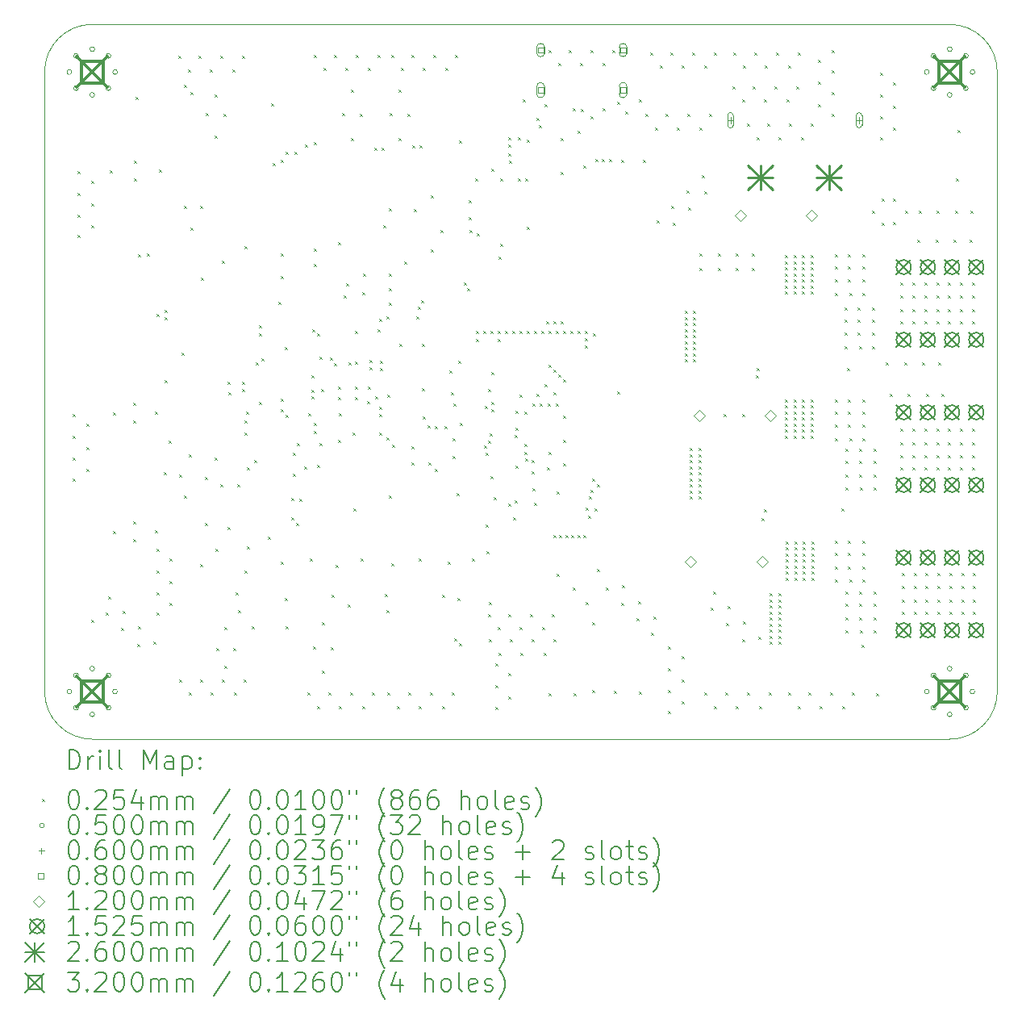
<source format=gbr>
%TF.GenerationSoftware,KiCad,Pcbnew,8.0.0*%
%TF.CreationDate,2024-03-03T15:30:26-08:00*%
%TF.ProjectId,BLDC_Motor Controller,424c4443-5f4d-46f7-946f-7220436f6e74,rev01_1*%
%TF.SameCoordinates,Original*%
%TF.FileFunction,Drillmap*%
%TF.FilePolarity,Positive*%
%FSLAX45Y45*%
G04 Gerber Fmt 4.5, Leading zero omitted, Abs format (unit mm)*
G04 Created by KiCad (PCBNEW 8.0.0) date 2024-03-03 15:30:26*
%MOMM*%
%LPD*%
G01*
G04 APERTURE LIST*
%ADD10C,0.050000*%
%ADD11C,0.200000*%
%ADD12C,0.100000*%
%ADD13C,0.120000*%
%ADD14C,0.152500*%
%ADD15C,0.260000*%
%ADD16C,0.320000*%
G04 APERTURE END LIST*
D10*
X25536000Y-17420000D02*
X16536000Y-17420000D01*
X25536000Y-9920000D02*
G75*
G02*
X26036000Y-10420000I0J-500000D01*
G01*
X16036000Y-16920000D02*
X16036000Y-10420000D01*
X16036000Y-10420000D02*
G75*
G02*
X16536000Y-9920000I500000J0D01*
G01*
X26036000Y-16920000D02*
G75*
G02*
X25536000Y-17420000I-500000J0D01*
G01*
X26036000Y-10420000D02*
X26036000Y-16920000D01*
X16536000Y-17420000D02*
G75*
G02*
X16036000Y-16920000I0J500000D01*
G01*
X16536000Y-9920000D02*
X25536000Y-9920000D01*
D11*
D12*
X16332200Y-14008100D02*
X16357600Y-14033500D01*
X16357600Y-14008100D02*
X16332200Y-14033500D01*
X16332200Y-14236700D02*
X16357600Y-14262100D01*
X16357600Y-14236700D02*
X16332200Y-14262100D01*
X16332200Y-14465300D02*
X16357600Y-14490700D01*
X16357600Y-14465300D02*
X16332200Y-14490700D01*
X16332200Y-14681200D02*
X16357600Y-14706600D01*
X16357600Y-14681200D02*
X16332200Y-14706600D01*
X16383000Y-11455400D02*
X16408400Y-11480800D01*
X16408400Y-11455400D02*
X16383000Y-11480800D01*
X16383000Y-11684000D02*
X16408400Y-11709400D01*
X16408400Y-11684000D02*
X16383000Y-11709400D01*
X16383000Y-11912600D02*
X16408400Y-11938000D01*
X16408400Y-11912600D02*
X16383000Y-11938000D01*
X16383000Y-12128500D02*
X16408400Y-12153900D01*
X16408400Y-12128500D02*
X16383000Y-12153900D01*
X16471900Y-14109700D02*
X16497300Y-14135100D01*
X16497300Y-14109700D02*
X16471900Y-14135100D01*
X16471900Y-14351000D02*
X16497300Y-14376400D01*
X16497300Y-14351000D02*
X16471900Y-14376400D01*
X16471900Y-14579600D02*
X16497300Y-14605000D01*
X16497300Y-14579600D02*
X16471900Y-14605000D01*
X16522700Y-11557000D02*
X16548100Y-11582400D01*
X16548100Y-11557000D02*
X16522700Y-11582400D01*
X16522700Y-11798300D02*
X16548100Y-11823700D01*
X16548100Y-11798300D02*
X16522700Y-11823700D01*
X16522700Y-12026900D02*
X16548100Y-12052300D01*
X16548100Y-12026900D02*
X16522700Y-12052300D01*
X16522700Y-16167100D02*
X16548100Y-16192500D01*
X16548100Y-16167100D02*
X16522700Y-16192500D01*
X16673030Y-16088830D02*
X16698430Y-16114230D01*
X16698430Y-16088830D02*
X16673030Y-16114230D01*
X16699971Y-15918206D02*
X16725371Y-15943606D01*
X16725371Y-15918206D02*
X16699971Y-15943606D01*
X16721618Y-11447845D02*
X16747018Y-11473245D01*
X16747018Y-11447845D02*
X16721618Y-11473245D01*
X16751300Y-13987845D02*
X16776700Y-14013245D01*
X16776700Y-13987845D02*
X16751300Y-14013245D01*
X16751300Y-15232445D02*
X16776700Y-15257845D01*
X16776700Y-15232445D02*
X16751300Y-15257845D01*
X16834675Y-16250475D02*
X16860075Y-16275875D01*
X16860075Y-16250475D02*
X16834675Y-16275875D01*
X16852636Y-16070870D02*
X16878036Y-16096270D01*
X16878036Y-16070870D02*
X16852636Y-16096270D01*
X16961046Y-14076662D02*
X16986446Y-14102062D01*
X16986446Y-14076662D02*
X16961046Y-14102062D01*
X16961046Y-15321262D02*
X16986446Y-15346662D01*
X16986446Y-15321262D02*
X16961046Y-15346662D01*
X16964365Y-13891648D02*
X16989765Y-13917048D01*
X16989765Y-13891648D02*
X16964365Y-13917048D01*
X16964365Y-15136248D02*
X16989765Y-15161648D01*
X16989765Y-15136248D02*
X16964365Y-15161648D01*
X16973746Y-11536662D02*
X16999146Y-11562062D01*
X16999146Y-11536662D02*
X16973746Y-11562062D01*
X16977065Y-11351648D02*
X17002465Y-11377048D01*
X17002465Y-11351648D02*
X16977065Y-11377048D01*
X16988500Y-10680700D02*
X17013900Y-10706100D01*
X17013900Y-10680700D02*
X16988500Y-10706100D01*
X17005300Y-16421100D02*
X17030700Y-16446500D01*
X17030700Y-16421100D02*
X17005300Y-16446500D01*
X17014280Y-16232515D02*
X17039680Y-16257915D01*
X17039680Y-16232515D02*
X17014280Y-16257915D01*
X17018000Y-12331700D02*
X17043400Y-12357100D01*
X17043400Y-12331700D02*
X17018000Y-12357100D01*
X17106900Y-12319000D02*
X17132300Y-12344400D01*
X17132300Y-12319000D02*
X17106900Y-12344400D01*
X17175925Y-16394159D02*
X17201325Y-16419559D01*
X17201325Y-16394159D02*
X17175925Y-16419559D01*
X17195800Y-13982700D02*
X17221200Y-14008100D01*
X17221200Y-13982700D02*
X17195800Y-14008100D01*
X17195800Y-15227300D02*
X17221200Y-15252700D01*
X17221200Y-15227300D02*
X17195800Y-15252700D01*
X17208500Y-12954000D02*
X17233900Y-12979400D01*
X17233900Y-12954000D02*
X17208500Y-12979400D01*
X17208500Y-15417800D02*
X17233900Y-15443200D01*
X17233900Y-15417800D02*
X17208500Y-15443200D01*
X17208500Y-15646400D02*
X17233900Y-15671800D01*
X17233900Y-15646400D02*
X17208500Y-15671800D01*
X17208500Y-15875000D02*
X17233900Y-15900400D01*
X17233900Y-15875000D02*
X17208500Y-15900400D01*
X17208500Y-16090900D02*
X17233900Y-16116300D01*
X17233900Y-16090900D02*
X17208500Y-16116300D01*
X17233900Y-11442700D02*
X17259300Y-11468100D01*
X17259300Y-11442700D02*
X17233900Y-11468100D01*
X17284700Y-14617700D02*
X17310100Y-14643100D01*
X17310100Y-14617700D02*
X17284700Y-14643100D01*
X17297400Y-12915900D02*
X17322800Y-12941300D01*
X17322800Y-12915900D02*
X17297400Y-12941300D01*
X17297400Y-12992100D02*
X17322800Y-13017500D01*
X17322800Y-12992100D02*
X17297400Y-13017500D01*
X17297400Y-13652500D02*
X17322800Y-13677900D01*
X17322800Y-13652500D02*
X17297400Y-13677900D01*
X17335500Y-14287500D02*
X17360900Y-14312900D01*
X17360900Y-14287500D02*
X17335500Y-14312900D01*
X17348200Y-15519400D02*
X17373600Y-15544800D01*
X17373600Y-15519400D02*
X17348200Y-15544800D01*
X17348200Y-15760700D02*
X17373600Y-15786100D01*
X17373600Y-15760700D02*
X17348200Y-15786100D01*
X17348200Y-15989300D02*
X17373600Y-16014700D01*
X17373600Y-15989300D02*
X17348200Y-16014700D01*
X17437100Y-10248900D02*
X17462500Y-10274300D01*
X17462500Y-10248900D02*
X17437100Y-10274300D01*
X17449800Y-14643100D02*
X17475200Y-14668500D01*
X17475200Y-14643100D02*
X17449800Y-14668500D01*
X17449800Y-16789400D02*
X17475200Y-16814800D01*
X17475200Y-16789400D02*
X17449800Y-16814800D01*
X17475200Y-13360400D02*
X17500600Y-13385800D01*
X17500600Y-13360400D02*
X17475200Y-13385800D01*
X17500600Y-10553700D02*
X17526000Y-10579100D01*
X17526000Y-10553700D02*
X17500600Y-10579100D01*
X17500600Y-11825368D02*
X17526000Y-11850768D01*
X17526000Y-11825368D02*
X17500600Y-11850768D01*
X17500600Y-14859000D02*
X17526000Y-14884400D01*
X17526000Y-14859000D02*
X17500600Y-14884400D01*
X17538700Y-10388600D02*
X17564100Y-10414000D01*
X17564100Y-10388600D02*
X17538700Y-10414000D01*
X17551400Y-14427200D02*
X17576800Y-14452600D01*
X17576800Y-14427200D02*
X17551400Y-14452600D01*
X17551400Y-16929100D02*
X17576800Y-16954500D01*
X17576800Y-16929100D02*
X17551400Y-16954500D01*
X17564100Y-12052300D02*
X17589500Y-12077700D01*
X17589500Y-12052300D02*
X17564100Y-12077700D01*
X17564100Y-10629900D02*
X17589500Y-10655300D01*
X17589500Y-10629900D02*
X17564100Y-10655300D01*
X17653000Y-10248900D02*
X17678400Y-10274300D01*
X17678400Y-10248900D02*
X17653000Y-10274300D01*
X17665700Y-15582900D02*
X17691100Y-15608300D01*
X17691100Y-15582900D02*
X17665700Y-15608300D01*
X17665700Y-16789400D02*
X17691100Y-16814800D01*
X17691100Y-16789400D02*
X17665700Y-16814800D01*
X17671963Y-11823700D02*
X17697363Y-11849100D01*
X17697363Y-11823700D02*
X17671963Y-11849100D01*
X17678400Y-12573000D02*
X17703800Y-12598400D01*
X17703800Y-12573000D02*
X17678400Y-12598400D01*
X17716500Y-14668500D02*
X17741900Y-14693900D01*
X17741900Y-14668500D02*
X17716500Y-14693900D01*
X17716500Y-15151100D02*
X17741900Y-15176500D01*
X17741900Y-15151100D02*
X17716500Y-15176500D01*
X17724138Y-10852346D02*
X17749538Y-10877746D01*
X17749538Y-10852346D02*
X17724138Y-10877746D01*
X17767300Y-10388600D02*
X17792700Y-10414000D01*
X17792700Y-10388600D02*
X17767300Y-10414000D01*
X17780000Y-16929100D02*
X17805400Y-16954500D01*
X17805400Y-16929100D02*
X17780000Y-16954500D01*
X17818100Y-10655300D02*
X17843500Y-10680700D01*
X17843500Y-10655300D02*
X17818100Y-10680700D01*
X17818100Y-11087100D02*
X17843500Y-11112500D01*
X17843500Y-11087100D02*
X17818100Y-11112500D01*
X17818100Y-14465300D02*
X17843500Y-14490700D01*
X17843500Y-14465300D02*
X17818100Y-14490700D01*
X17830800Y-15417800D02*
X17856200Y-15443200D01*
X17856200Y-15417800D02*
X17830800Y-15443200D01*
X17839154Y-16466716D02*
X17864554Y-16492116D01*
X17864554Y-16466716D02*
X17839154Y-16492116D01*
X17881600Y-10248900D02*
X17907000Y-10274300D01*
X17907000Y-10248900D02*
X17881600Y-10274300D01*
X17881600Y-14744700D02*
X17907000Y-14770100D01*
X17907000Y-14744700D02*
X17881600Y-14770100D01*
X17894300Y-12395200D02*
X17919700Y-12420600D01*
X17919700Y-12395200D02*
X17894300Y-12420600D01*
X17894300Y-16789400D02*
X17919700Y-16814800D01*
X17919700Y-16789400D02*
X17894300Y-16814800D01*
X17909152Y-10855665D02*
X17934552Y-10881065D01*
X17934552Y-10855665D02*
X17909152Y-10881065D01*
X17919700Y-16243300D02*
X17945100Y-16268700D01*
X17945100Y-16243300D02*
X17919700Y-16268700D01*
X17919700Y-16649700D02*
X17945100Y-16675100D01*
X17945100Y-16649700D02*
X17919700Y-16675100D01*
X17957800Y-15189200D02*
X17983200Y-15214600D01*
X17983200Y-15189200D02*
X17957800Y-15214600D01*
X17958770Y-13666976D02*
X17984170Y-13692376D01*
X17984170Y-13666976D02*
X17958770Y-13692376D01*
X17961357Y-13778807D02*
X17986757Y-13804207D01*
X17986757Y-13778807D02*
X17961357Y-13804207D01*
X18008600Y-10388600D02*
X18034000Y-10414000D01*
X18034000Y-10388600D02*
X18008600Y-10414000D01*
X18013662Y-16465354D02*
X18039062Y-16490754D01*
X18039062Y-16465354D02*
X18013662Y-16490754D01*
X18021300Y-16929100D02*
X18046700Y-16954500D01*
X18046700Y-16929100D02*
X18021300Y-16954500D01*
X18040336Y-15876384D02*
X18065736Y-15901784D01*
X18065736Y-15876384D02*
X18040336Y-15901784D01*
X18059400Y-14744700D02*
X18084800Y-14770100D01*
X18084800Y-14744700D02*
X18059400Y-14770100D01*
X18067082Y-16066692D02*
X18092482Y-16092092D01*
X18092482Y-16066692D02*
X18067082Y-16092092D01*
X18104536Y-13747218D02*
X18129936Y-13772618D01*
X18129936Y-13747218D02*
X18104536Y-13772618D01*
X18105950Y-13665200D02*
X18131350Y-13690600D01*
X18131350Y-13665200D02*
X18105950Y-13690600D01*
X18110200Y-10248900D02*
X18135600Y-10274300D01*
X18135600Y-10248900D02*
X18110200Y-10274300D01*
X18122900Y-16789400D02*
X18148300Y-16814800D01*
X18148300Y-16789400D02*
X18122900Y-16814800D01*
X18130116Y-14077325D02*
X18155516Y-14102725D01*
X18155516Y-14077325D02*
X18130116Y-14102725D01*
X18135600Y-14198600D02*
X18161000Y-14224000D01*
X18161000Y-14198600D02*
X18135600Y-14224000D01*
X18135600Y-12242800D02*
X18161000Y-12268200D01*
X18161000Y-12242800D02*
X18135600Y-12268200D01*
X18135600Y-15646400D02*
X18161000Y-15671800D01*
X18161000Y-15646400D02*
X18135600Y-15671800D01*
X18148300Y-13982700D02*
X18173700Y-14008100D01*
X18173700Y-13982700D02*
X18148300Y-14008100D01*
X18161000Y-14566900D02*
X18186400Y-14592300D01*
X18186400Y-14566900D02*
X18161000Y-14592300D01*
X18161000Y-15392400D02*
X18186400Y-15417800D01*
X18186400Y-15392400D02*
X18161000Y-15417800D01*
X18211800Y-16230600D02*
X18237200Y-16256000D01*
X18237200Y-16230600D02*
X18211800Y-16256000D01*
X18233653Y-14488172D02*
X18259053Y-14513572D01*
X18259053Y-14488172D02*
X18233653Y-14513572D01*
X18249900Y-13462000D02*
X18275300Y-13487400D01*
X18275300Y-13462000D02*
X18249900Y-13487400D01*
X18286910Y-13076602D02*
X18312310Y-13102002D01*
X18312310Y-13076602D02*
X18286910Y-13102002D01*
X18288000Y-13157200D02*
X18313400Y-13182600D01*
X18313400Y-13157200D02*
X18288000Y-13182600D01*
X18289056Y-13881024D02*
X18314456Y-13906424D01*
X18314456Y-13881024D02*
X18289056Y-13906424D01*
X18313400Y-13423900D02*
X18338800Y-13449300D01*
X18338800Y-13423900D02*
X18313400Y-13449300D01*
X18376900Y-15290800D02*
X18402300Y-15316200D01*
X18402300Y-15290800D02*
X18376900Y-15316200D01*
X18411532Y-10746502D02*
X18436932Y-10771902D01*
X18436932Y-10746502D02*
X18411532Y-10771902D01*
X18430836Y-11372149D02*
X18456236Y-11397549D01*
X18456236Y-11372149D02*
X18430836Y-11397549D01*
X18491200Y-12827000D02*
X18516600Y-12852400D01*
X18516600Y-12827000D02*
X18491200Y-12852400D01*
X18514481Y-15557500D02*
X18539881Y-15582900D01*
X18539881Y-15557500D02*
X18514481Y-15582900D01*
X18516600Y-11341100D02*
X18542000Y-11366500D01*
X18542000Y-11341100D02*
X18516600Y-11366500D01*
X18516600Y-12319000D02*
X18542000Y-12344400D01*
X18542000Y-12319000D02*
X18516600Y-12344400D01*
X18516600Y-12560300D02*
X18542000Y-12585700D01*
X18542000Y-12560300D02*
X18516600Y-12585700D01*
X18516600Y-13843000D02*
X18542000Y-13868400D01*
X18542000Y-13843000D02*
X18516600Y-13868400D01*
X18516600Y-13957300D02*
X18542000Y-13982700D01*
X18542000Y-13957300D02*
X18516600Y-13982700D01*
X18554700Y-15938500D02*
X18580100Y-15963900D01*
X18580100Y-15938500D02*
X18554700Y-15963900D01*
X18555840Y-13305948D02*
X18581240Y-13331348D01*
X18581240Y-13305948D02*
X18555840Y-13331348D01*
X18564903Y-11260035D02*
X18590303Y-11285435D01*
X18590303Y-11260035D02*
X18564903Y-11285435D01*
X18565788Y-14012628D02*
X18591188Y-14038028D01*
X18591188Y-14012628D02*
X18565788Y-14038028D01*
X18567400Y-16230600D02*
X18592800Y-16256000D01*
X18592800Y-16230600D02*
X18567400Y-16256000D01*
X18628118Y-15091394D02*
X18653518Y-15116794D01*
X18653518Y-15091394D02*
X18628118Y-15116794D01*
X18628306Y-14888868D02*
X18653706Y-14914268D01*
X18653706Y-14888868D02*
X18628306Y-14914268D01*
X18643600Y-14414500D02*
X18669000Y-14439900D01*
X18669000Y-14414500D02*
X18643600Y-14439900D01*
X18643600Y-14630400D02*
X18669000Y-14655800D01*
X18669000Y-14630400D02*
X18643600Y-14655800D01*
X18656300Y-11252200D02*
X18681700Y-11277600D01*
X18681700Y-11252200D02*
X18656300Y-11277600D01*
X18674885Y-15150627D02*
X18700285Y-15176027D01*
X18700285Y-15150627D02*
X18674885Y-15176027D01*
X18681600Y-14312900D02*
X18707000Y-14338300D01*
X18707000Y-14312900D02*
X18681600Y-14338300D01*
X18707100Y-14897100D02*
X18732500Y-14922500D01*
X18732500Y-14897100D02*
X18707100Y-14922500D01*
X18757900Y-14554200D02*
X18783300Y-14579600D01*
X18783300Y-14554200D02*
X18757900Y-14579600D01*
X18770600Y-11176000D02*
X18796000Y-11201400D01*
X18796000Y-11176000D02*
X18770600Y-11201400D01*
X18796000Y-16929100D02*
X18821400Y-16954500D01*
X18821400Y-16929100D02*
X18796000Y-16954500D01*
X18804500Y-13995400D02*
X18829900Y-14020800D01*
X18829900Y-13995400D02*
X18804500Y-14020800D01*
X18821400Y-15519400D02*
X18846800Y-15544800D01*
X18846800Y-15519400D02*
X18821400Y-15544800D01*
X18832094Y-13825648D02*
X18857494Y-13851048D01*
X18857494Y-13825648D02*
X18832094Y-13851048D01*
X18833284Y-13750458D02*
X18858684Y-13775858D01*
X18858684Y-13750458D02*
X18833284Y-13775858D01*
X18834100Y-13601700D02*
X18859500Y-13627100D01*
X18859500Y-13601700D02*
X18834100Y-13627100D01*
X18845830Y-13117324D02*
X18871230Y-13142724D01*
X18871230Y-13117324D02*
X18845830Y-13142724D01*
X18857348Y-16449335D02*
X18882748Y-16474735D01*
X18882748Y-16449335D02*
X18857348Y-16474735D01*
X18859500Y-10236200D02*
X18884900Y-10261600D01*
X18884900Y-10236200D02*
X18859500Y-10261600D01*
X18859500Y-11150600D02*
X18884900Y-11176000D01*
X18884900Y-11150600D02*
X18859500Y-11176000D01*
X18859500Y-12268200D02*
X18884900Y-12293600D01*
X18884900Y-12268200D02*
X18859500Y-12293600D01*
X18859500Y-12433300D02*
X18884900Y-12458700D01*
X18884900Y-12433300D02*
X18859500Y-12458700D01*
X18861175Y-14183288D02*
X18886575Y-14208688D01*
X18886575Y-14183288D02*
X18861175Y-14208688D01*
X18864392Y-14101892D02*
X18889792Y-14127292D01*
X18889792Y-14101892D02*
X18864392Y-14127292D01*
X18897600Y-13157200D02*
X18923000Y-13182600D01*
X18923000Y-13157200D02*
X18897600Y-13182600D01*
X18897600Y-14541500D02*
X18923000Y-14566900D01*
X18923000Y-14541500D02*
X18897600Y-14566900D01*
X18897600Y-17068800D02*
X18923000Y-17094200D01*
X18923000Y-17068800D02*
X18897600Y-17094200D01*
X18923571Y-13408009D02*
X18948971Y-13433409D01*
X18948971Y-13408009D02*
X18923571Y-13433409D01*
X18924205Y-14312900D02*
X18949605Y-14338300D01*
X18949605Y-14312900D02*
X18924205Y-14338300D01*
X18935700Y-13741400D02*
X18961100Y-13766800D01*
X18961100Y-13741400D02*
X18935700Y-13766800D01*
X18948400Y-16192500D02*
X18973800Y-16217900D01*
X18973800Y-16192500D02*
X18948400Y-16217900D01*
X18948400Y-16700500D02*
X18973800Y-16725900D01*
X18973800Y-16700500D02*
X18948400Y-16725900D01*
X18961100Y-10375900D02*
X18986500Y-10401300D01*
X18986500Y-10375900D02*
X18961100Y-10401300D01*
X19011900Y-16929100D02*
X19037300Y-16954500D01*
X19037300Y-16929100D02*
X19011900Y-16954500D01*
X19030127Y-13416609D02*
X19055527Y-13442009D01*
X19055527Y-13416609D02*
X19030127Y-13442009D01*
X19042362Y-16452654D02*
X19067762Y-16478054D01*
X19067762Y-16452654D02*
X19042362Y-16478054D01*
X19050000Y-15900400D02*
X19075400Y-15925800D01*
X19075400Y-15900400D02*
X19050000Y-15925800D01*
X19075197Y-13474974D02*
X19100597Y-13500374D01*
X19100597Y-13474974D02*
X19075197Y-13500374D01*
X19075400Y-10236200D02*
X19100800Y-10261600D01*
X19100800Y-10236200D02*
X19075400Y-10261600D01*
X19093972Y-15595291D02*
X19119372Y-15620691D01*
X19119372Y-15595291D02*
X19093972Y-15620691D01*
X19113500Y-12204700D02*
X19138900Y-12230100D01*
X19138900Y-12204700D02*
X19113500Y-12230100D01*
X19113500Y-13716000D02*
X19138900Y-13741400D01*
X19138900Y-13716000D02*
X19113500Y-13741400D01*
X19113500Y-13830300D02*
X19138900Y-13855700D01*
X19138900Y-13830300D02*
X19113500Y-13855700D01*
X19113500Y-14274800D02*
X19138900Y-14300200D01*
X19138900Y-14274800D02*
X19113500Y-14300200D01*
X19126200Y-13995400D02*
X19151600Y-14020800D01*
X19151600Y-13995400D02*
X19126200Y-14020800D01*
X19126200Y-17068800D02*
X19151600Y-17094200D01*
X19151600Y-17068800D02*
X19126200Y-17094200D01*
X19159238Y-10852346D02*
X19184638Y-10877746D01*
X19184638Y-10852346D02*
X19159238Y-10877746D01*
X19177000Y-12763500D02*
X19202400Y-12788900D01*
X19202400Y-12763500D02*
X19177000Y-12788900D01*
X19189700Y-10375900D02*
X19215100Y-10401300D01*
X19215100Y-10375900D02*
X19189700Y-10401300D01*
X19202400Y-12636500D02*
X19227800Y-12661900D01*
X19227800Y-12636500D02*
X19202400Y-12661900D01*
X19215100Y-16002000D02*
X19240500Y-16027400D01*
X19240500Y-16002000D02*
X19215100Y-16027400D01*
X19222136Y-13462287D02*
X19247536Y-13487687D01*
X19247536Y-13462287D02*
X19222136Y-13487687D01*
X19240500Y-16929100D02*
X19265900Y-16954500D01*
X19265900Y-16929100D02*
X19240500Y-16954500D01*
X19248055Y-10600218D02*
X19273455Y-10625618D01*
X19273455Y-10600218D02*
X19248055Y-10625618D01*
X19253200Y-11112500D02*
X19278600Y-11137900D01*
X19278600Y-11112500D02*
X19253200Y-11137900D01*
X19265900Y-14198600D02*
X19291300Y-14224000D01*
X19291300Y-14198600D02*
X19265900Y-14224000D01*
X19278600Y-14998700D02*
X19304000Y-15024100D01*
X19304000Y-14998700D02*
X19278600Y-15024100D01*
X19291300Y-13716000D02*
X19316700Y-13741400D01*
X19316700Y-13716000D02*
X19291300Y-13741400D01*
X19291300Y-13830300D02*
X19316700Y-13855700D01*
X19316700Y-13830300D02*
X19291300Y-13855700D01*
X19293216Y-13133716D02*
X19318616Y-13159116D01*
X19318616Y-13133716D02*
X19293216Y-13159116D01*
X19297606Y-13458428D02*
X19323006Y-13483828D01*
X19323006Y-13458428D02*
X19297606Y-13483828D01*
X19304000Y-10236200D02*
X19329400Y-10261600D01*
X19329400Y-10236200D02*
X19304000Y-10261600D01*
X19344252Y-10855665D02*
X19369652Y-10881065D01*
X19369652Y-10855665D02*
X19344252Y-10881065D01*
X19354800Y-15519400D02*
X19380200Y-15544800D01*
X19380200Y-15519400D02*
X19354800Y-15544800D01*
X19367500Y-12725400D02*
X19392900Y-12750800D01*
X19392900Y-12725400D02*
X19367500Y-12750800D01*
X19367500Y-17068800D02*
X19392900Y-17094200D01*
X19392900Y-17068800D02*
X19367500Y-17094200D01*
X19380200Y-12534900D02*
X19405600Y-12560300D01*
X19405600Y-12534900D02*
X19380200Y-12560300D01*
X19418300Y-13868400D02*
X19443700Y-13893800D01*
X19443700Y-13868400D02*
X19418300Y-13893800D01*
X19431000Y-10375900D02*
X19456400Y-10401300D01*
X19456400Y-10375900D02*
X19431000Y-10401300D01*
X19431000Y-13716000D02*
X19456400Y-13741400D01*
X19456400Y-13716000D02*
X19431000Y-13741400D01*
X19443620Y-13443464D02*
X19469020Y-13468864D01*
X19469020Y-13443464D02*
X19443620Y-13468864D01*
X19444670Y-13519657D02*
X19470070Y-13545057D01*
X19470070Y-13519657D02*
X19444670Y-13545057D01*
X19469100Y-16929100D02*
X19494500Y-16954500D01*
X19494500Y-16929100D02*
X19469100Y-16954500D01*
X19500819Y-11213896D02*
X19526219Y-11239296D01*
X19526219Y-11213896D02*
X19500819Y-11239296D01*
X19507200Y-13817600D02*
X19532600Y-13843000D01*
X19532600Y-13817600D02*
X19507200Y-13843000D01*
X19532600Y-10236200D02*
X19558000Y-10261600D01*
X19558000Y-10236200D02*
X19532600Y-10261600D01*
X19532600Y-13119100D02*
X19558000Y-13144500D01*
X19558000Y-13119100D02*
X19532600Y-13144500D01*
X19545300Y-13004800D02*
X19570700Y-13030200D01*
X19570700Y-13004800D02*
X19545300Y-13030200D01*
X19545300Y-13931900D02*
X19570700Y-13957300D01*
X19570700Y-13931900D02*
X19545300Y-13957300D01*
X19550328Y-14204189D02*
X19575728Y-14229589D01*
X19575728Y-14204189D02*
X19550328Y-14229589D01*
X19550791Y-14006115D02*
X19576191Y-14031515D01*
X19576191Y-14006115D02*
X19550791Y-14031515D01*
X19558000Y-13449300D02*
X19583400Y-13474700D01*
X19583400Y-13449300D02*
X19558000Y-13474700D01*
X19558000Y-13525500D02*
X19583400Y-13550900D01*
X19583400Y-13525500D02*
X19558000Y-13550900D01*
X19572205Y-11214423D02*
X19597605Y-11239823D01*
X19597605Y-11214423D02*
X19572205Y-11239823D01*
X19585750Y-12026900D02*
X19611150Y-12052300D01*
X19611150Y-12026900D02*
X19585750Y-12052300D01*
X19609471Y-15897920D02*
X19634871Y-15923320D01*
X19634871Y-15897920D02*
X19609471Y-15923320D01*
X19621500Y-16065500D02*
X19646900Y-16090900D01*
X19646900Y-16065500D02*
X19621500Y-16090900D01*
X19623600Y-14255241D02*
X19649000Y-14280641D01*
X19649000Y-14255241D02*
X19623600Y-14280641D01*
X19624100Y-12982000D02*
X19649500Y-13007400D01*
X19649500Y-12982000D02*
X19624100Y-13007400D01*
X19634200Y-13804900D02*
X19659600Y-13830300D01*
X19659600Y-13804900D02*
X19634200Y-13830300D01*
X19634200Y-16929100D02*
X19659600Y-16954500D01*
X19659600Y-16929100D02*
X19634200Y-16954500D01*
X19646900Y-11849100D02*
X19672300Y-11874500D01*
X19672300Y-11849100D02*
X19646900Y-11874500D01*
X19646900Y-12534900D02*
X19672300Y-12560300D01*
X19672300Y-12534900D02*
X19646900Y-12560300D01*
X19646900Y-12687300D02*
X19672300Y-12712700D01*
X19672300Y-12687300D02*
X19646900Y-12712700D01*
X19646900Y-12839700D02*
X19672300Y-12865100D01*
X19672300Y-12839700D02*
X19646900Y-12865100D01*
X19646900Y-14859000D02*
X19672300Y-14884400D01*
X19672300Y-14859000D02*
X19646900Y-14884400D01*
X19660637Y-10852346D02*
X19686037Y-10877746D01*
X19686037Y-10852346D02*
X19660637Y-10877746D01*
X19671378Y-15570200D02*
X19696778Y-15595600D01*
X19696778Y-15570200D02*
X19671378Y-15595600D01*
X19672300Y-10236200D02*
X19697700Y-10261600D01*
X19697700Y-10236200D02*
X19672300Y-10261600D01*
X19685000Y-14325600D02*
X19710400Y-14351000D01*
X19710400Y-14325600D02*
X19685000Y-14351000D01*
X19735800Y-17068800D02*
X19761200Y-17094200D01*
X19761200Y-17068800D02*
X19735800Y-17094200D01*
X19749455Y-10600218D02*
X19774855Y-10625618D01*
X19774855Y-10600218D02*
X19749455Y-10625618D01*
X19754600Y-11112500D02*
X19780000Y-11137900D01*
X19780000Y-11112500D02*
X19754600Y-11137900D01*
X19760248Y-13272005D02*
X19785648Y-13297405D01*
X19785648Y-13272005D02*
X19760248Y-13297405D01*
X19773900Y-10375900D02*
X19799300Y-10401300D01*
X19799300Y-10375900D02*
X19773900Y-10401300D01*
X19812000Y-12407900D02*
X19837400Y-12433300D01*
X19837400Y-12407900D02*
X19812000Y-12433300D01*
X19845652Y-10855665D02*
X19871052Y-10881065D01*
X19871052Y-10855665D02*
X19845652Y-10881065D01*
X19850100Y-16929100D02*
X19875500Y-16954500D01*
X19875500Y-16929100D02*
X19850100Y-16954500D01*
X19886093Y-14350157D02*
X19911493Y-14375557D01*
X19911493Y-14350157D02*
X19886093Y-14375557D01*
X19886093Y-14515257D02*
X19911493Y-14540657D01*
X19911493Y-14515257D02*
X19886093Y-14540657D01*
X19888200Y-10236200D02*
X19913600Y-10261600D01*
X19913600Y-10236200D02*
X19888200Y-10261600D01*
X19893004Y-11192457D02*
X19918404Y-11217857D01*
X19918404Y-11192457D02*
X19893004Y-11217857D01*
X19910251Y-11857474D02*
X19935651Y-11882874D01*
X19935651Y-11857474D02*
X19910251Y-11882874D01*
X19939000Y-12979400D02*
X19964400Y-13004800D01*
X19964400Y-12979400D02*
X19939000Y-13004800D01*
X19951700Y-12877700D02*
X19977100Y-12903100D01*
X19977100Y-12877700D02*
X19951700Y-12903100D01*
X19964400Y-15519400D02*
X19989800Y-15544800D01*
X19989800Y-15519400D02*
X19964400Y-15544800D01*
X19964400Y-17068800D02*
X19989800Y-17094200D01*
X19989800Y-17068800D02*
X19964400Y-17094200D01*
X19968141Y-11188387D02*
X19993541Y-11213787D01*
X19993541Y-11188387D02*
X19968141Y-11213787D01*
X19989800Y-12814299D02*
X20015200Y-12839699D01*
X20015200Y-12814299D02*
X19989800Y-12839699D01*
X19993238Y-13737660D02*
X20018638Y-13763060D01*
X20018638Y-13737660D02*
X19993238Y-13763060D01*
X19998390Y-13273229D02*
X20023790Y-13298629D01*
X20023790Y-13273229D02*
X19998390Y-13298629D01*
X20002500Y-10375900D02*
X20027900Y-10401300D01*
X20027900Y-10375900D02*
X20002500Y-10401300D01*
X20002500Y-14033500D02*
X20027900Y-14058900D01*
X20027900Y-14033500D02*
X20002500Y-14058900D01*
X20053300Y-14122400D02*
X20078700Y-14147800D01*
X20078700Y-14122400D02*
X20053300Y-14147800D01*
X20066000Y-14516099D02*
X20091400Y-14541499D01*
X20091400Y-14516099D02*
X20066000Y-14541499D01*
X20078700Y-16929100D02*
X20104100Y-16954500D01*
X20104100Y-16929100D02*
X20078700Y-16954500D01*
X20091400Y-11709400D02*
X20116800Y-11734800D01*
X20116800Y-11709400D02*
X20091400Y-11734800D01*
X20091400Y-12280900D02*
X20116800Y-12306300D01*
X20116800Y-12280900D02*
X20091400Y-12306300D01*
X20116800Y-10236200D02*
X20142200Y-10261600D01*
X20142200Y-10236200D02*
X20116800Y-10261600D01*
X20129500Y-14579600D02*
X20154900Y-14605000D01*
X20154900Y-14579600D02*
X20129500Y-14605000D01*
X20130980Y-14132856D02*
X20156380Y-14158256D01*
X20156380Y-14132856D02*
X20130980Y-14158256D01*
X20193000Y-12077700D02*
X20218400Y-12103100D01*
X20218400Y-12077700D02*
X20193000Y-12103100D01*
X20205700Y-15900400D02*
X20231100Y-15925800D01*
X20231100Y-15900400D02*
X20205700Y-15925800D01*
X20205700Y-17068800D02*
X20231100Y-17094200D01*
X20231100Y-17068800D02*
X20205700Y-17094200D01*
X20231053Y-14135547D02*
X20256453Y-14160947D01*
X20256453Y-14135547D02*
X20231053Y-14160947D01*
X20243800Y-10375900D02*
X20269200Y-10401300D01*
X20269200Y-10375900D02*
X20243800Y-10401300D01*
X20269200Y-15557500D02*
X20294600Y-15582900D01*
X20294600Y-15557500D02*
X20269200Y-15582900D01*
X20281900Y-13550900D02*
X20307300Y-13576300D01*
X20307300Y-13550900D02*
X20281900Y-13576300D01*
X20301583Y-13775548D02*
X20326983Y-13800948D01*
X20326983Y-13775548D02*
X20301583Y-13800948D01*
X20307300Y-16929100D02*
X20332700Y-16954500D01*
X20332700Y-16929100D02*
X20307300Y-16954500D01*
X20319504Y-14448327D02*
X20344904Y-14473727D01*
X20344904Y-14448327D02*
X20319504Y-14473727D01*
X20320000Y-14262100D02*
X20345400Y-14287500D01*
X20345400Y-14262100D02*
X20320000Y-14287500D01*
X20323324Y-13899813D02*
X20348724Y-13925213D01*
X20348724Y-13899813D02*
X20323324Y-13925213D01*
X20332700Y-16357600D02*
X20358100Y-16383000D01*
X20358100Y-16357600D02*
X20332700Y-16383000D01*
X20345400Y-10236200D02*
X20370800Y-10261600D01*
X20370800Y-10236200D02*
X20345400Y-10261600D01*
X20358100Y-14833600D02*
X20383500Y-14859000D01*
X20383500Y-14833600D02*
X20358100Y-14859000D01*
X20370800Y-15938500D02*
X20396200Y-15963900D01*
X20396200Y-15938500D02*
X20370800Y-15963900D01*
X20377050Y-13445468D02*
X20402450Y-13470868D01*
X20402450Y-13445468D02*
X20377050Y-13470868D01*
X20383500Y-11137900D02*
X20408900Y-11163300D01*
X20408900Y-11137900D02*
X20383500Y-11163300D01*
X20383500Y-16408400D02*
X20408900Y-16433800D01*
X20408900Y-16408400D02*
X20383500Y-16433800D01*
X20389941Y-14099750D02*
X20415341Y-14125150D01*
X20415341Y-14099750D02*
X20389941Y-14125150D01*
X20434300Y-12623800D02*
X20459700Y-12649200D01*
X20459700Y-12623800D02*
X20434300Y-12649200D01*
X20472400Y-12687300D02*
X20497800Y-12712700D01*
X20497800Y-12687300D02*
X20472400Y-12712700D01*
X20485100Y-11760200D02*
X20510500Y-11785600D01*
X20510500Y-11760200D02*
X20485100Y-11785600D01*
X20485100Y-11938000D02*
X20510500Y-11963400D01*
X20510500Y-11938000D02*
X20485100Y-11963400D01*
X20497800Y-12077700D02*
X20523200Y-12103100D01*
X20523200Y-12077700D02*
X20497800Y-12103100D01*
X20523200Y-15519400D02*
X20548600Y-15544800D01*
X20548600Y-15519400D02*
X20523200Y-15544800D01*
X20558303Y-11536089D02*
X20583703Y-11561489D01*
X20583703Y-11536089D02*
X20558303Y-11561489D01*
X20561300Y-13131800D02*
X20586700Y-13157200D01*
X20586700Y-13131800D02*
X20561300Y-13157200D01*
X20561300Y-13220700D02*
X20586700Y-13246100D01*
X20586700Y-13220700D02*
X20561300Y-13246100D01*
X20572700Y-12112500D02*
X20598100Y-12137900D01*
X20598100Y-12112500D02*
X20572700Y-12137900D01*
X20637500Y-13131800D02*
X20662900Y-13157200D01*
X20662900Y-13131800D02*
X20637500Y-13157200D01*
X20648908Y-14341141D02*
X20674308Y-14366541D01*
X20674308Y-14341141D02*
X20648908Y-14366541D01*
X20653885Y-13919976D02*
X20679285Y-13945376D01*
X20679285Y-13919976D02*
X20653885Y-13945376D01*
X20662900Y-15163800D02*
X20688300Y-15189200D01*
X20688300Y-15163800D02*
X20662900Y-15189200D01*
X20666464Y-14415291D02*
X20691864Y-14440691D01*
X20691864Y-14415291D02*
X20666464Y-14440691D01*
X20675600Y-15443200D02*
X20701000Y-15468600D01*
X20701000Y-15443200D02*
X20675600Y-15468600D01*
X20688300Y-13741400D02*
X20713700Y-13766800D01*
X20713700Y-13741400D02*
X20688300Y-13766800D01*
X20688300Y-16103600D02*
X20713700Y-16129000D01*
X20713700Y-16103600D02*
X20688300Y-16129000D01*
X20692424Y-14283165D02*
X20717824Y-14308565D01*
X20717824Y-14283165D02*
X20692424Y-14308565D01*
X20701000Y-15976600D02*
X20726400Y-16002000D01*
X20726400Y-15976600D02*
X20701000Y-16002000D01*
X20701000Y-16370300D02*
X20726400Y-16395700D01*
X20726400Y-16370300D02*
X20701000Y-16395700D01*
X20703862Y-14207828D02*
X20729262Y-14233228D01*
X20729262Y-14207828D02*
X20703862Y-14233228D01*
X20713700Y-13131800D02*
X20739100Y-13157200D01*
X20739100Y-13131800D02*
X20713700Y-13157200D01*
X20719159Y-14663132D02*
X20744559Y-14688532D01*
X20744559Y-14663132D02*
X20719159Y-14688532D01*
X20722518Y-11435097D02*
X20747918Y-11460497D01*
X20747918Y-11435097D02*
X20722518Y-11460497D01*
X20726400Y-13563600D02*
X20751800Y-13589000D01*
X20751800Y-13563600D02*
X20726400Y-13589000D01*
X20726400Y-13957300D02*
X20751800Y-13982700D01*
X20751800Y-13957300D02*
X20726400Y-13982700D01*
X20726401Y-13881100D02*
X20751801Y-13906500D01*
X20751801Y-13881100D02*
X20726401Y-13906500D01*
X20748928Y-14883270D02*
X20774328Y-14908670D01*
X20774328Y-14883270D02*
X20748928Y-14908670D01*
X20764500Y-16624300D02*
X20789900Y-16649700D01*
X20789900Y-16624300D02*
X20764500Y-16649700D01*
X20764500Y-16852900D02*
X20789900Y-16878300D01*
X20789900Y-16852900D02*
X20764500Y-16878300D01*
X20764500Y-17081500D02*
X20789900Y-17106900D01*
X20789900Y-17081500D02*
X20764500Y-17106900D01*
X20789900Y-13131800D02*
X20815300Y-13157200D01*
X20815300Y-13131800D02*
X20789900Y-13157200D01*
X20789900Y-13220700D02*
X20815300Y-13246100D01*
X20815300Y-13220700D02*
X20789900Y-13246100D01*
X20789900Y-16243300D02*
X20815300Y-16268700D01*
X20815300Y-16243300D02*
X20789900Y-16268700D01*
X20802600Y-12357100D02*
X20828000Y-12382500D01*
X20828000Y-12357100D02*
X20802600Y-12382500D01*
X20802600Y-16510000D02*
X20828000Y-16535400D01*
X20828000Y-16510000D02*
X20802600Y-16535400D01*
X20815300Y-12217400D02*
X20840700Y-12242800D01*
X20840700Y-12217400D02*
X20815300Y-12242800D01*
X20821100Y-11538500D02*
X20846500Y-11563900D01*
X20846500Y-11538500D02*
X20821100Y-11563900D01*
X20866100Y-13131800D02*
X20891500Y-13157200D01*
X20891500Y-13131800D02*
X20866100Y-13157200D01*
X20904200Y-14947900D02*
X20929600Y-14973300D01*
X20929600Y-14947900D02*
X20904200Y-14973300D01*
X20904200Y-11099800D02*
X20929600Y-11125200D01*
X20929600Y-11099800D02*
X20904200Y-11125200D01*
X20904200Y-11178540D02*
X20929600Y-11203940D01*
X20929600Y-11178540D02*
X20904200Y-11203940D01*
X20904200Y-16103600D02*
X20929600Y-16129000D01*
X20929600Y-16103600D02*
X20904200Y-16129000D01*
X20904200Y-16725900D02*
X20929600Y-16751300D01*
X20929600Y-16725900D02*
X20904200Y-16751300D01*
X20904200Y-16967200D02*
X20929600Y-16992600D01*
X20929600Y-16967200D02*
X20904200Y-16992600D01*
X20905836Y-11274134D02*
X20931236Y-11299534D01*
X20931236Y-11274134D02*
X20905836Y-11299534D01*
X20907389Y-11349846D02*
X20932789Y-11375246D01*
X20932789Y-11349846D02*
X20907389Y-11375246D01*
X20916900Y-16370300D02*
X20942300Y-16395700D01*
X20942300Y-16370300D02*
X20916900Y-16395700D01*
X20942300Y-13131800D02*
X20967700Y-13157200D01*
X20967700Y-13131800D02*
X20942300Y-13157200D01*
X20955000Y-15087600D02*
X20980400Y-15113000D01*
X20980400Y-15087600D02*
X20955000Y-15113000D01*
X20967700Y-14909800D02*
X20993100Y-14935200D01*
X20993100Y-14909800D02*
X20967700Y-14935200D01*
X20973886Y-14225213D02*
X20999286Y-14250613D01*
X20999286Y-14225213D02*
X20973886Y-14250613D01*
X20978706Y-13972572D02*
X21004106Y-13997972D01*
X21004106Y-13972572D02*
X20978706Y-13997972D01*
X20980400Y-14147800D02*
X21005800Y-14173200D01*
X21005800Y-14147800D02*
X20980400Y-14173200D01*
X20982067Y-14550275D02*
X21007467Y-14575675D01*
X21007467Y-14550275D02*
X20982067Y-14575675D01*
X21005800Y-11099800D02*
X21031200Y-11125200D01*
X21031200Y-11099800D02*
X21005800Y-11125200D01*
X21005800Y-11531600D02*
X21031200Y-11557000D01*
X21031200Y-11531600D02*
X21005800Y-11557000D01*
X21018500Y-13131800D02*
X21043900Y-13157200D01*
X21043900Y-13131800D02*
X21018500Y-13157200D01*
X21018500Y-13804900D02*
X21043900Y-13830300D01*
X21043900Y-13804900D02*
X21018500Y-13830300D01*
X21018500Y-16243300D02*
X21043900Y-16268700D01*
X21043900Y-16243300D02*
X21018500Y-16268700D01*
X21031200Y-16510000D02*
X21056600Y-16535400D01*
X21056600Y-16510000D02*
X21031200Y-16535400D01*
X21056600Y-10706100D02*
X21082000Y-10731500D01*
X21082000Y-10706100D02*
X21056600Y-10731500D01*
X21069300Y-13982700D02*
X21094700Y-14008100D01*
X21094700Y-13982700D02*
X21069300Y-14008100D01*
X21069300Y-14319250D02*
X21094700Y-14344650D01*
X21094700Y-14319250D02*
X21069300Y-14344650D01*
X21069300Y-14401800D02*
X21094700Y-14427200D01*
X21094700Y-14401800D02*
X21069300Y-14427200D01*
X21082000Y-11531600D02*
X21107400Y-11557000D01*
X21107400Y-11531600D02*
X21082000Y-11557000D01*
X21083669Y-14471656D02*
X21109069Y-14497056D01*
X21109069Y-14471656D02*
X21083669Y-14497056D01*
X21094700Y-11125200D02*
X21120100Y-11150600D01*
X21120100Y-11125200D02*
X21094700Y-11150600D01*
X21094700Y-12039600D02*
X21120100Y-12065000D01*
X21120100Y-12039600D02*
X21094700Y-12065000D01*
X21094700Y-13131800D02*
X21120100Y-13157200D01*
X21120100Y-13131800D02*
X21094700Y-13157200D01*
X21132800Y-16103600D02*
X21158200Y-16129000D01*
X21158200Y-16103600D02*
X21132800Y-16129000D01*
X21145500Y-14605000D02*
X21170900Y-14630400D01*
X21170900Y-14605000D02*
X21145500Y-14630400D01*
X21145500Y-16370300D02*
X21170900Y-16395700D01*
X21170900Y-16370300D02*
X21145500Y-16395700D01*
X21147359Y-14489074D02*
X21172759Y-14514474D01*
X21172759Y-14489074D02*
X21147359Y-14514474D01*
X21151850Y-13893800D02*
X21177250Y-13919200D01*
X21177250Y-13893800D02*
X21151850Y-13919200D01*
X21158200Y-14782800D02*
X21183600Y-14808200D01*
X21183600Y-14782800D02*
X21158200Y-14808200D01*
X21170900Y-13131800D02*
X21196300Y-13157200D01*
X21196300Y-13131800D02*
X21170900Y-13157200D01*
X21170900Y-14935200D02*
X21196300Y-14960600D01*
X21196300Y-14935200D02*
X21170900Y-14960600D01*
X21196300Y-10896600D02*
X21221700Y-10922000D01*
X21221700Y-10896600D02*
X21196300Y-10922000D01*
X21196300Y-13792200D02*
X21221700Y-13817600D01*
X21221700Y-13792200D02*
X21196300Y-13817600D01*
X21221700Y-10972800D02*
X21247100Y-10998200D01*
X21247100Y-10972800D02*
X21221700Y-10998200D01*
X21234400Y-13893800D02*
X21259800Y-13919200D01*
X21259800Y-13893800D02*
X21234400Y-13919200D01*
X21247100Y-13131800D02*
X21272500Y-13157200D01*
X21272500Y-13131800D02*
X21247100Y-13157200D01*
X21259800Y-16243300D02*
X21285200Y-16268700D01*
X21285200Y-16243300D02*
X21259800Y-16268700D01*
X21272500Y-16510000D02*
X21297900Y-16535400D01*
X21297900Y-16510000D02*
X21272500Y-16535400D01*
X21285200Y-10756900D02*
X21310600Y-10782300D01*
X21310600Y-10756900D02*
X21285200Y-10782300D01*
X21285200Y-13690600D02*
X21310600Y-13716000D01*
X21310600Y-13690600D02*
X21285200Y-13716000D01*
X21297900Y-13030200D02*
X21323300Y-13055600D01*
X21323300Y-13030200D02*
X21297900Y-13055600D01*
X21310600Y-14566900D02*
X21336000Y-14592300D01*
X21336000Y-14566900D02*
X21310600Y-14592300D01*
X21316950Y-13893800D02*
X21342350Y-13919200D01*
X21342350Y-13893800D02*
X21316950Y-13919200D01*
X21323300Y-10185400D02*
X21348700Y-10210800D01*
X21348700Y-10185400D02*
X21323300Y-10210800D01*
X21323300Y-13131800D02*
X21348700Y-13157200D01*
X21348700Y-13131800D02*
X21323300Y-13157200D01*
X21323300Y-13487400D02*
X21348700Y-13512800D01*
X21348700Y-13487400D02*
X21323300Y-13512800D01*
X21323300Y-14401800D02*
X21348700Y-14427200D01*
X21348700Y-14401800D02*
X21323300Y-14427200D01*
X21328024Y-16933589D02*
X21353424Y-16958989D01*
X21353424Y-16933589D02*
X21328024Y-16958989D01*
X21361400Y-16103600D02*
X21386800Y-16129000D01*
X21386800Y-16103600D02*
X21361400Y-16129000D01*
X21374100Y-13030200D02*
X21399500Y-13055600D01*
X21399500Y-13030200D02*
X21374100Y-13055600D01*
X21374100Y-13538200D02*
X21399500Y-13563600D01*
X21399500Y-13538200D02*
X21374100Y-13563600D01*
X21374100Y-13779500D02*
X21399500Y-13804900D01*
X21399500Y-13779500D02*
X21374100Y-13804900D01*
X21374100Y-15278100D02*
X21399500Y-15303500D01*
X21399500Y-15278100D02*
X21374100Y-15303500D01*
X21374100Y-16370300D02*
X21399500Y-16395700D01*
X21399500Y-16370300D02*
X21374100Y-16395700D01*
X21399500Y-13131800D02*
X21424900Y-13157200D01*
X21424900Y-13131800D02*
X21399500Y-13157200D01*
X21399500Y-13893800D02*
X21424900Y-13919200D01*
X21424900Y-13893800D02*
X21399500Y-13919200D01*
X21412200Y-14820900D02*
X21437600Y-14846300D01*
X21437600Y-14820900D02*
X21412200Y-14846300D01*
X21412200Y-15684500D02*
X21437600Y-15709900D01*
X21437600Y-15684500D02*
X21412200Y-15709900D01*
X21424900Y-10325100D02*
X21450300Y-10350500D01*
X21450300Y-10325100D02*
X21424900Y-10350500D01*
X21424900Y-13589000D02*
X21450300Y-13614400D01*
X21450300Y-13589000D02*
X21424900Y-13614400D01*
X21437600Y-15278100D02*
X21463000Y-15303500D01*
X21463000Y-15278100D02*
X21437600Y-15303500D01*
X21450300Y-11112500D02*
X21475700Y-11137900D01*
X21475700Y-11112500D02*
X21450300Y-11137900D01*
X21450300Y-13030200D02*
X21475700Y-13055600D01*
X21475700Y-13030200D02*
X21450300Y-13055600D01*
X21451600Y-11466800D02*
X21477000Y-11492200D01*
X21477000Y-11466800D02*
X21451600Y-11492200D01*
X21475067Y-14276447D02*
X21500467Y-14301847D01*
X21500467Y-14276447D02*
X21475067Y-14301847D01*
X21475700Y-13131800D02*
X21501100Y-13157200D01*
X21501100Y-13131800D02*
X21475700Y-13157200D01*
X21475700Y-13639800D02*
X21501100Y-13665200D01*
X21501100Y-13639800D02*
X21475700Y-13665200D01*
X21476252Y-14023958D02*
X21501652Y-14049358D01*
X21501652Y-14023958D02*
X21476252Y-14049358D01*
X21479803Y-14524597D02*
X21505203Y-14549997D01*
X21505203Y-14524597D02*
X21479803Y-14549997D01*
X21501100Y-15278100D02*
X21526500Y-15303500D01*
X21526500Y-15278100D02*
X21501100Y-15303500D01*
X21539200Y-10185400D02*
X21564600Y-10210800D01*
X21564600Y-10185400D02*
X21539200Y-10210800D01*
X21551900Y-13131800D02*
X21577300Y-13157200D01*
X21577300Y-13131800D02*
X21551900Y-13157200D01*
X21564600Y-15278100D02*
X21590000Y-15303500D01*
X21590000Y-15278100D02*
X21564600Y-15303500D01*
X21577300Y-10795000D02*
X21602700Y-10820400D01*
X21602700Y-10795000D02*
X21577300Y-10820400D01*
X21577300Y-15824200D02*
X21602700Y-15849600D01*
X21602700Y-15824200D02*
X21577300Y-15849600D01*
X21590000Y-16937700D02*
X21615400Y-16963100D01*
X21615400Y-16937700D02*
X21590000Y-16963100D01*
X21628100Y-11036300D02*
X21653500Y-11061700D01*
X21653500Y-11036300D02*
X21628100Y-11061700D01*
X21628100Y-13131800D02*
X21653500Y-13157200D01*
X21653500Y-13131800D02*
X21628100Y-13157200D01*
X21628100Y-15278100D02*
X21653500Y-15303500D01*
X21653500Y-15278100D02*
X21628100Y-15303500D01*
X21653500Y-10325100D02*
X21678900Y-10350500D01*
X21678900Y-10325100D02*
X21653500Y-10350500D01*
X21666200Y-10807700D02*
X21691600Y-10833100D01*
X21691600Y-10807700D02*
X21666200Y-10833100D01*
X21688599Y-11398250D02*
X21713999Y-11423650D01*
X21713999Y-11398250D02*
X21688599Y-11423650D01*
X21691600Y-15278100D02*
X21717000Y-15303500D01*
X21717000Y-15278100D02*
X21691600Y-15303500D01*
X21704300Y-13131800D02*
X21729700Y-13157200D01*
X21729700Y-13131800D02*
X21704300Y-13157200D01*
X21704300Y-13208000D02*
X21729700Y-13233400D01*
X21729700Y-13208000D02*
X21704300Y-13233400D01*
X21704300Y-13284200D02*
X21729700Y-13309600D01*
X21729700Y-13284200D02*
X21704300Y-13309600D01*
X21717000Y-14986000D02*
X21742400Y-15011400D01*
X21742400Y-14986000D02*
X21717000Y-15011400D01*
X21717000Y-15976600D02*
X21742400Y-16002000D01*
X21742400Y-15976600D02*
X21717000Y-16002000D01*
X21742400Y-15074900D02*
X21767800Y-15100300D01*
X21767800Y-15074900D02*
X21742400Y-15100300D01*
X21752298Y-14873810D02*
X21777698Y-14899210D01*
X21777698Y-14873810D02*
X21752298Y-14899210D01*
X21763646Y-10887044D02*
X21789046Y-10912444D01*
X21789046Y-10887044D02*
X21763646Y-10912444D01*
X21766480Y-14800725D02*
X21791880Y-14826125D01*
X21791880Y-14800725D02*
X21766480Y-14826125D01*
X21767800Y-10185400D02*
X21793200Y-10210800D01*
X21793200Y-10185400D02*
X21767800Y-10210800D01*
X21780500Y-14681200D02*
X21805900Y-14706600D01*
X21805900Y-14681200D02*
X21780500Y-14706600D01*
X21780500Y-16192500D02*
X21805900Y-16217900D01*
X21805900Y-16192500D02*
X21780500Y-16217900D01*
X21780500Y-16903700D02*
X21805900Y-16929100D01*
X21805900Y-16903700D02*
X21780500Y-16929100D01*
X21793200Y-13157200D02*
X21818600Y-13182600D01*
X21818600Y-13157200D02*
X21793200Y-13182600D01*
X21805900Y-14998700D02*
X21831300Y-15024100D01*
X21831300Y-14998700D02*
X21805900Y-15024100D01*
X21818600Y-11328400D02*
X21844000Y-11353800D01*
X21844000Y-11328400D02*
X21818600Y-11353800D01*
X21831300Y-14744701D02*
X21856700Y-14770101D01*
X21856700Y-14744701D02*
X21831300Y-14770101D01*
X21831300Y-15633700D02*
X21856700Y-15659100D01*
X21856700Y-15633700D02*
X21831300Y-15659100D01*
X21882100Y-11328400D02*
X21907500Y-11353800D01*
X21907500Y-11328400D02*
X21882100Y-11353800D01*
X21894800Y-10325100D02*
X21920200Y-10350500D01*
X21920200Y-10325100D02*
X21894800Y-10350500D01*
X21894800Y-10795000D02*
X21920200Y-10820400D01*
X21920200Y-10795000D02*
X21894800Y-10820400D01*
X21927375Y-15825741D02*
X21952775Y-15851141D01*
X21952775Y-15825741D02*
X21927375Y-15851141D01*
X21958300Y-11328400D02*
X21983700Y-11353800D01*
X21983700Y-11328400D02*
X21958300Y-11353800D01*
X21996400Y-10185400D02*
X22021800Y-10210800D01*
X22021800Y-10185400D02*
X21996400Y-10210800D01*
X22013824Y-16912289D02*
X22039224Y-16937689D01*
X22039224Y-16912289D02*
X22013824Y-16937689D01*
X22042864Y-13771183D02*
X22068264Y-13796583D01*
X22068264Y-13771183D02*
X22042864Y-13796583D01*
X22047200Y-10731500D02*
X22072600Y-10756900D01*
X22072600Y-10731500D02*
X22047200Y-10756900D01*
X22085300Y-11341100D02*
X22110700Y-11366500D01*
X22110700Y-11341100D02*
X22085300Y-11366500D01*
X22089020Y-15987385D02*
X22114420Y-16012785D01*
X22114420Y-15987385D02*
X22089020Y-16012785D01*
X22098000Y-15798800D02*
X22123400Y-15824200D01*
X22123400Y-15798800D02*
X22098000Y-15824200D01*
X22127500Y-10833100D02*
X22152900Y-10858500D01*
X22152900Y-10833100D02*
X22127500Y-10858500D01*
X22250664Y-16149030D02*
X22276064Y-16174430D01*
X22276064Y-16149030D02*
X22250664Y-16174430D01*
X22268625Y-15969425D02*
X22294025Y-15994825D01*
X22294025Y-15969425D02*
X22268625Y-15994825D01*
X22272242Y-10707155D02*
X22297642Y-10732555D01*
X22297642Y-10707155D02*
X22272242Y-10732555D01*
X22275800Y-16916400D02*
X22301200Y-16941800D01*
X22301200Y-16916400D02*
X22275800Y-16941800D01*
X22313900Y-11340800D02*
X22339300Y-11366200D01*
X22339300Y-11340800D02*
X22313900Y-11366200D01*
X22339300Y-10858500D02*
X22364700Y-10883900D01*
X22364700Y-10858500D02*
X22339300Y-10883900D01*
X22390100Y-10210800D02*
X22415500Y-10236200D01*
X22415500Y-10210800D02*
X22390100Y-10236200D01*
X22403329Y-16301694D02*
X22428729Y-16327094D01*
X22428729Y-16301694D02*
X22403329Y-16327094D01*
X22430269Y-16131069D02*
X22455669Y-16156469D01*
X22455669Y-16131069D02*
X22430269Y-16156469D01*
X22440900Y-10998200D02*
X22466300Y-11023600D01*
X22466300Y-10998200D02*
X22440900Y-11023600D01*
X22458706Y-11976629D02*
X22484106Y-12002029D01*
X22484106Y-11976629D02*
X22458706Y-12002029D01*
X22491700Y-10350500D02*
X22517100Y-10375900D01*
X22517100Y-10350500D02*
X22491700Y-10375900D01*
X22555200Y-10858500D02*
X22580600Y-10883900D01*
X22580600Y-10858500D02*
X22555200Y-10883900D01*
X22580600Y-16446500D02*
X22606000Y-16471900D01*
X22606000Y-16446500D02*
X22580600Y-16471900D01*
X22580600Y-16675100D02*
X22606000Y-16700500D01*
X22606000Y-16675100D02*
X22580600Y-16700500D01*
X22580600Y-16903700D02*
X22606000Y-16929100D01*
X22606000Y-16903700D02*
X22580600Y-16929100D01*
X22580600Y-17119600D02*
X22606000Y-17145000D01*
X22606000Y-17119600D02*
X22580600Y-17145000D01*
X22606000Y-10210800D02*
X22631400Y-10236200D01*
X22631400Y-10210800D02*
X22606000Y-10236200D01*
X22611370Y-11823964D02*
X22636770Y-11849364D01*
X22636770Y-11823964D02*
X22611370Y-11849364D01*
X22629330Y-12003569D02*
X22654730Y-12028969D01*
X22654730Y-12003569D02*
X22629330Y-12028969D01*
X22669500Y-10998200D02*
X22694900Y-11023600D01*
X22694900Y-10998200D02*
X22669500Y-11023600D01*
X22720300Y-10350500D02*
X22745700Y-10375900D01*
X22745700Y-10350500D02*
X22720300Y-10375900D01*
X22720300Y-16548100D02*
X22745700Y-16573500D01*
X22745700Y-16548100D02*
X22720300Y-16573500D01*
X22720300Y-16789400D02*
X22745700Y-16814800D01*
X22745700Y-16789400D02*
X22720300Y-16814800D01*
X22720300Y-17018000D02*
X22745700Y-17043400D01*
X22745700Y-17018000D02*
X22720300Y-17043400D01*
X22754300Y-12924200D02*
X22779700Y-12949600D01*
X22779700Y-12924200D02*
X22754300Y-12949600D01*
X22754300Y-12987700D02*
X22779700Y-13013100D01*
X22779700Y-12987700D02*
X22754300Y-13013100D01*
X22754300Y-13051200D02*
X22779700Y-13076600D01*
X22779700Y-13051200D02*
X22754300Y-13076600D01*
X22754300Y-13114700D02*
X22779700Y-13140100D01*
X22779700Y-13114700D02*
X22754300Y-13140100D01*
X22754300Y-13178200D02*
X22779700Y-13203600D01*
X22779700Y-13178200D02*
X22754300Y-13203600D01*
X22754300Y-13241700D02*
X22779700Y-13267100D01*
X22779700Y-13241700D02*
X22754300Y-13267100D01*
X22754300Y-13305200D02*
X22779700Y-13330600D01*
X22779700Y-13305200D02*
X22754300Y-13330600D01*
X22754300Y-13368700D02*
X22779700Y-13394100D01*
X22779700Y-13368700D02*
X22754300Y-13394100D01*
X22754300Y-13432200D02*
X22779700Y-13457600D01*
X22779700Y-13432200D02*
X22754300Y-13457600D01*
X22773015Y-11662320D02*
X22798415Y-11687720D01*
X22798415Y-11662320D02*
X22773015Y-11687720D01*
X22783800Y-10858500D02*
X22809200Y-10883900D01*
X22809200Y-10858500D02*
X22783800Y-10883900D01*
X22790975Y-11841925D02*
X22816375Y-11867325D01*
X22816375Y-11841925D02*
X22790975Y-11867325D01*
X22809200Y-14363700D02*
X22834600Y-14389100D01*
X22834600Y-14363700D02*
X22809200Y-14389100D01*
X22809200Y-14427200D02*
X22834600Y-14452600D01*
X22834600Y-14427200D02*
X22809200Y-14452600D01*
X22809200Y-14490700D02*
X22834600Y-14516100D01*
X22834600Y-14490700D02*
X22809200Y-14516100D01*
X22809200Y-14554200D02*
X22834600Y-14579600D01*
X22834600Y-14554200D02*
X22809200Y-14579600D01*
X22809200Y-14617700D02*
X22834600Y-14643100D01*
X22834600Y-14617700D02*
X22809200Y-14643100D01*
X22809200Y-14681200D02*
X22834600Y-14706600D01*
X22834600Y-14681200D02*
X22809200Y-14706600D01*
X22809200Y-14744700D02*
X22834600Y-14770100D01*
X22834600Y-14744700D02*
X22809200Y-14770100D01*
X22809200Y-14808200D02*
X22834600Y-14833600D01*
X22834600Y-14808200D02*
X22809200Y-14833600D01*
X22809200Y-14871700D02*
X22834600Y-14897100D01*
X22834600Y-14871700D02*
X22809200Y-14897100D01*
X22834600Y-10210800D02*
X22860000Y-10236200D01*
X22860000Y-10210800D02*
X22834600Y-10236200D01*
X22843200Y-12924200D02*
X22868600Y-12949600D01*
X22868600Y-12924200D02*
X22843200Y-12949600D01*
X22843200Y-12987700D02*
X22868600Y-13013100D01*
X22868600Y-12987700D02*
X22843200Y-13013100D01*
X22843200Y-13051200D02*
X22868600Y-13076600D01*
X22868600Y-13051200D02*
X22843200Y-13076600D01*
X22843200Y-13114700D02*
X22868600Y-13140100D01*
X22868600Y-13114700D02*
X22843200Y-13140100D01*
X22843200Y-13178200D02*
X22868600Y-13203600D01*
X22868600Y-13178200D02*
X22843200Y-13203600D01*
X22843200Y-13241700D02*
X22868600Y-13267100D01*
X22868600Y-13241700D02*
X22843200Y-13267100D01*
X22843200Y-13305200D02*
X22868600Y-13330600D01*
X22868600Y-13305200D02*
X22843200Y-13330600D01*
X22843200Y-13368700D02*
X22868600Y-13394100D01*
X22868600Y-13368700D02*
X22843200Y-13394100D01*
X22843200Y-13432200D02*
X22868600Y-13457600D01*
X22868600Y-13432200D02*
X22843200Y-13457600D01*
X22898100Y-14363700D02*
X22923500Y-14389100D01*
X22923500Y-14363700D02*
X22898100Y-14389100D01*
X22898100Y-14427200D02*
X22923500Y-14452600D01*
X22923500Y-14427200D02*
X22898100Y-14452600D01*
X22898100Y-14490700D02*
X22923500Y-14516100D01*
X22923500Y-14490700D02*
X22898100Y-14516100D01*
X22898100Y-14554200D02*
X22923500Y-14579600D01*
X22923500Y-14554200D02*
X22898100Y-14579600D01*
X22898100Y-14617700D02*
X22923500Y-14643100D01*
X22923500Y-14617700D02*
X22898100Y-14643100D01*
X22898100Y-14681200D02*
X22923500Y-14706600D01*
X22923500Y-14681200D02*
X22898100Y-14706600D01*
X22898100Y-14744700D02*
X22923500Y-14770100D01*
X22923500Y-14744700D02*
X22898100Y-14770100D01*
X22898100Y-14808200D02*
X22923500Y-14833600D01*
X22923500Y-14808200D02*
X22898100Y-14833600D01*
X22898100Y-14871700D02*
X22923500Y-14897100D01*
X22923500Y-14871700D02*
X22898100Y-14897100D01*
X22910800Y-10998200D02*
X22936200Y-11023600D01*
X22936200Y-10998200D02*
X22910800Y-11023600D01*
X22910800Y-12319000D02*
X22936200Y-12344400D01*
X22936200Y-12319000D02*
X22910800Y-12344400D01*
X22910800Y-12471400D02*
X22936200Y-12496800D01*
X22936200Y-12471400D02*
X22910800Y-12496800D01*
X22934659Y-11500675D02*
X22960059Y-11526075D01*
X22960059Y-11500675D02*
X22934659Y-11526075D01*
X22961600Y-10350500D02*
X22987000Y-10375900D01*
X22987000Y-10350500D02*
X22961600Y-10375900D01*
X22961600Y-11671300D02*
X22987000Y-11696700D01*
X22987000Y-11671300D02*
X22961600Y-11696700D01*
X22961600Y-16929100D02*
X22987000Y-16954500D01*
X22987000Y-16929100D02*
X22961600Y-16954500D01*
X23012400Y-10858500D02*
X23037800Y-10883900D01*
X23037800Y-10858500D02*
X23012400Y-10883900D01*
X23023030Y-16038030D02*
X23048430Y-16063430D01*
X23048430Y-16038030D02*
X23023030Y-16063430D01*
X23049971Y-15867406D02*
X23075371Y-15892806D01*
X23075371Y-15867406D02*
X23049971Y-15892806D01*
X23063200Y-10210800D02*
X23088600Y-10236200D01*
X23088600Y-10210800D02*
X23063200Y-10236200D01*
X23063200Y-17068800D02*
X23088600Y-17094200D01*
X23088600Y-17068800D02*
X23063200Y-17094200D01*
X23101300Y-12319000D02*
X23126700Y-12344400D01*
X23126700Y-12319000D02*
X23101300Y-12344400D01*
X23101300Y-12471400D02*
X23126700Y-12496800D01*
X23126700Y-12471400D02*
X23101300Y-12496800D01*
X23164800Y-14008100D02*
X23190200Y-14033500D01*
X23190200Y-14008100D02*
X23164800Y-14033500D01*
X23177500Y-16929100D02*
X23202900Y-16954500D01*
X23202900Y-16929100D02*
X23177500Y-16954500D01*
X23184675Y-16199675D02*
X23210075Y-16225075D01*
X23210075Y-16199675D02*
X23184675Y-16225075D01*
X23202636Y-16020070D02*
X23228036Y-16045470D01*
X23228036Y-16020070D02*
X23202636Y-16045470D01*
X23253700Y-10566400D02*
X23279100Y-10591800D01*
X23279100Y-10566400D02*
X23253700Y-10591800D01*
X23266400Y-10210800D02*
X23291800Y-10236200D01*
X23291800Y-10210800D02*
X23266400Y-10236200D01*
X23291800Y-12319000D02*
X23317200Y-12344400D01*
X23317200Y-12319000D02*
X23291800Y-12344400D01*
X23291800Y-12471400D02*
X23317200Y-12496800D01*
X23317200Y-12471400D02*
X23291800Y-12496800D01*
X23291800Y-17068800D02*
X23317200Y-17094200D01*
X23317200Y-17068800D02*
X23291800Y-17094200D01*
X23355300Y-10706100D02*
X23380700Y-10731500D01*
X23380700Y-10706100D02*
X23355300Y-10731500D01*
X23355300Y-14008100D02*
X23380700Y-14033500D01*
X23380700Y-14008100D02*
X23355300Y-14033500D01*
X23355300Y-16370300D02*
X23380700Y-16395700D01*
X23380700Y-16370300D02*
X23355300Y-16395700D01*
X23364280Y-16181715D02*
X23389680Y-16207115D01*
X23389680Y-16181715D02*
X23364280Y-16207115D01*
X23368000Y-10350500D02*
X23393400Y-10375900D01*
X23393400Y-10350500D02*
X23368000Y-10375900D01*
X23406100Y-10960100D02*
X23431500Y-10985500D01*
X23431500Y-10960100D02*
X23406100Y-10985500D01*
X23406100Y-16929100D02*
X23431500Y-16954500D01*
X23431500Y-16929100D02*
X23406100Y-16954500D01*
X23456900Y-12319000D02*
X23482300Y-12344400D01*
X23482300Y-12319000D02*
X23456900Y-12344400D01*
X23456900Y-12471400D02*
X23482300Y-12496800D01*
X23482300Y-12471400D02*
X23456900Y-12496800D01*
X23469600Y-10566400D02*
X23495000Y-10591800D01*
X23495000Y-10566400D02*
X23469600Y-10591800D01*
X23482300Y-10210800D02*
X23507700Y-10236200D01*
X23507700Y-10210800D02*
X23482300Y-10236200D01*
X23503813Y-13601700D02*
X23529213Y-13627100D01*
X23529213Y-13601700D02*
X23503813Y-13627100D01*
X23507700Y-11099800D02*
X23533100Y-11125200D01*
X23533100Y-11099800D02*
X23507700Y-11125200D01*
X23513671Y-13525500D02*
X23539071Y-13550900D01*
X23539071Y-13525500D02*
X23513671Y-13550900D01*
X23525925Y-16343359D02*
X23551325Y-16368759D01*
X23551325Y-16343359D02*
X23525925Y-16368759D01*
X23533100Y-17068800D02*
X23558500Y-17094200D01*
X23558500Y-17068800D02*
X23533100Y-17094200D01*
X23564177Y-15097797D02*
X23589577Y-15123197D01*
X23589577Y-15097797D02*
X23564177Y-15123197D01*
X23583900Y-10706100D02*
X23609300Y-10731500D01*
X23609300Y-10706100D02*
X23583900Y-10731500D01*
X23584339Y-15004232D02*
X23609739Y-15029632D01*
X23609739Y-15004232D02*
X23584339Y-15029632D01*
X23596600Y-10350500D02*
X23622000Y-10375900D01*
X23622000Y-10350500D02*
X23596600Y-10375900D01*
X23622000Y-10960100D02*
X23647400Y-10985500D01*
X23647400Y-10960100D02*
X23622000Y-10985500D01*
X23634700Y-16929100D02*
X23660100Y-16954500D01*
X23660100Y-16929100D02*
X23634700Y-16954500D01*
X23647400Y-15887700D02*
X23672800Y-15913100D01*
X23672800Y-15887700D02*
X23647400Y-15913100D01*
X23647400Y-15951200D02*
X23672800Y-15976600D01*
X23672800Y-15951200D02*
X23647400Y-15976600D01*
X23647400Y-16014700D02*
X23672800Y-16040100D01*
X23672800Y-16014700D02*
X23647400Y-16040100D01*
X23647400Y-16078200D02*
X23672800Y-16103600D01*
X23672800Y-16078200D02*
X23647400Y-16103600D01*
X23647400Y-16141700D02*
X23672800Y-16167100D01*
X23672800Y-16141700D02*
X23647400Y-16167100D01*
X23647400Y-16205200D02*
X23672800Y-16230600D01*
X23672800Y-16205200D02*
X23647400Y-16230600D01*
X23647400Y-16268700D02*
X23672800Y-16294100D01*
X23672800Y-16268700D02*
X23647400Y-16294100D01*
X23647400Y-16332200D02*
X23672800Y-16357600D01*
X23672800Y-16332200D02*
X23647400Y-16357600D01*
X23647400Y-16395700D02*
X23672800Y-16421100D01*
X23672800Y-16395700D02*
X23647400Y-16421100D01*
X23698200Y-10566400D02*
X23723600Y-10591800D01*
X23723600Y-10566400D02*
X23698200Y-10591800D01*
X23710900Y-10210800D02*
X23736300Y-10236200D01*
X23736300Y-10210800D02*
X23710900Y-10236200D01*
X23736300Y-11099800D02*
X23761700Y-11125200D01*
X23761700Y-11099800D02*
X23736300Y-11125200D01*
X23736300Y-15887700D02*
X23761700Y-15913100D01*
X23761700Y-15887700D02*
X23736300Y-15913100D01*
X23736300Y-15951200D02*
X23761700Y-15976600D01*
X23761700Y-15951200D02*
X23736300Y-15976600D01*
X23736300Y-16014700D02*
X23761700Y-16040100D01*
X23761700Y-16014700D02*
X23736300Y-16040100D01*
X23736300Y-16078200D02*
X23761700Y-16103600D01*
X23761700Y-16078200D02*
X23736300Y-16103600D01*
X23736300Y-16141700D02*
X23761700Y-16167100D01*
X23761700Y-16141700D02*
X23736300Y-16167100D01*
X23736300Y-16205200D02*
X23761700Y-16230600D01*
X23761700Y-16205200D02*
X23736300Y-16230600D01*
X23736300Y-16268700D02*
X23761700Y-16294100D01*
X23761700Y-16268700D02*
X23736300Y-16294100D01*
X23736300Y-16332200D02*
X23761700Y-16357600D01*
X23761700Y-16332200D02*
X23736300Y-16357600D01*
X23736300Y-16395700D02*
X23761700Y-16421100D01*
X23761700Y-16395700D02*
X23736300Y-16421100D01*
X23808400Y-12340000D02*
X23833800Y-12365400D01*
X23833800Y-12340000D02*
X23808400Y-12365400D01*
X23808400Y-12403500D02*
X23833800Y-12428900D01*
X23833800Y-12403500D02*
X23808400Y-12428900D01*
X23808400Y-12467000D02*
X23833800Y-12492400D01*
X23833800Y-12467000D02*
X23808400Y-12492400D01*
X23808400Y-12530500D02*
X23833800Y-12555900D01*
X23833800Y-12530500D02*
X23808400Y-12555900D01*
X23808400Y-12594000D02*
X23833800Y-12619400D01*
X23833800Y-12594000D02*
X23808400Y-12619400D01*
X23808400Y-12657500D02*
X23833800Y-12682900D01*
X23833800Y-12657500D02*
X23808400Y-12682900D01*
X23808400Y-12721000D02*
X23833800Y-12746400D01*
X23833800Y-12721000D02*
X23808400Y-12746400D01*
X23808400Y-13851300D02*
X23833800Y-13876700D01*
X23833800Y-13851300D02*
X23808400Y-13876700D01*
X23808400Y-13914800D02*
X23833800Y-13940200D01*
X23833800Y-13914800D02*
X23808400Y-13940200D01*
X23808400Y-13978300D02*
X23833800Y-14003700D01*
X23833800Y-13978300D02*
X23808400Y-14003700D01*
X23808400Y-14041800D02*
X23833800Y-14067200D01*
X23833800Y-14041800D02*
X23808400Y-14067200D01*
X23808400Y-14105300D02*
X23833800Y-14130700D01*
X23833800Y-14105300D02*
X23808400Y-14130700D01*
X23808400Y-14168800D02*
X23833800Y-14194200D01*
X23833800Y-14168800D02*
X23808400Y-14194200D01*
X23808400Y-14232300D02*
X23833800Y-14257700D01*
X23833800Y-14232300D02*
X23808400Y-14257700D01*
X23815555Y-15345081D02*
X23840955Y-15370481D01*
X23840955Y-15345081D02*
X23815555Y-15370481D01*
X23815555Y-15408581D02*
X23840955Y-15433981D01*
X23840955Y-15408581D02*
X23815555Y-15433981D01*
X23815555Y-15472081D02*
X23840955Y-15497481D01*
X23840955Y-15472081D02*
X23815555Y-15497481D01*
X23815555Y-15535581D02*
X23840955Y-15560981D01*
X23840955Y-15535581D02*
X23815555Y-15560981D01*
X23815555Y-15599081D02*
X23840955Y-15624481D01*
X23840955Y-15599081D02*
X23815555Y-15624481D01*
X23815555Y-15662581D02*
X23840955Y-15687981D01*
X23840955Y-15662581D02*
X23815555Y-15687981D01*
X23815555Y-15726081D02*
X23840955Y-15751481D01*
X23840955Y-15726081D02*
X23815555Y-15751481D01*
X23825200Y-10706100D02*
X23850600Y-10731500D01*
X23850600Y-10706100D02*
X23825200Y-10731500D01*
X23837900Y-10350500D02*
X23863300Y-10375900D01*
X23863300Y-10350500D02*
X23837900Y-10375900D01*
X23837900Y-16929100D02*
X23863300Y-16954500D01*
X23863300Y-16929100D02*
X23837900Y-16954500D01*
X23850600Y-10960100D02*
X23876000Y-10985500D01*
X23876000Y-10960100D02*
X23850600Y-10985500D01*
X23897300Y-12340000D02*
X23922700Y-12365400D01*
X23922700Y-12340000D02*
X23897300Y-12365400D01*
X23897300Y-12403500D02*
X23922700Y-12428900D01*
X23922700Y-12403500D02*
X23897300Y-12428900D01*
X23897300Y-12467000D02*
X23922700Y-12492400D01*
X23922700Y-12467000D02*
X23897300Y-12492400D01*
X23897300Y-12530500D02*
X23922700Y-12555900D01*
X23922700Y-12530500D02*
X23897300Y-12555900D01*
X23897300Y-12594000D02*
X23922700Y-12619400D01*
X23922700Y-12594000D02*
X23897300Y-12619400D01*
X23897300Y-12657500D02*
X23922700Y-12682900D01*
X23922700Y-12657500D02*
X23897300Y-12682900D01*
X23897300Y-12721000D02*
X23922700Y-12746400D01*
X23922700Y-12721000D02*
X23897300Y-12746400D01*
X23897300Y-13851300D02*
X23922700Y-13876700D01*
X23922700Y-13851300D02*
X23897300Y-13876700D01*
X23897300Y-13914800D02*
X23922700Y-13940200D01*
X23922700Y-13914800D02*
X23897300Y-13940200D01*
X23897300Y-13978300D02*
X23922700Y-14003700D01*
X23922700Y-13978300D02*
X23897300Y-14003700D01*
X23897300Y-14041800D02*
X23922700Y-14067200D01*
X23922700Y-14041800D02*
X23897300Y-14067200D01*
X23897300Y-14105300D02*
X23922700Y-14130700D01*
X23922700Y-14105300D02*
X23897300Y-14130700D01*
X23897300Y-14168800D02*
X23922700Y-14194200D01*
X23922700Y-14168800D02*
X23897300Y-14194200D01*
X23897300Y-14232300D02*
X23922700Y-14257700D01*
X23922700Y-14232300D02*
X23897300Y-14257700D01*
X23904455Y-15345081D02*
X23929855Y-15370481D01*
X23929855Y-15345081D02*
X23904455Y-15370481D01*
X23904455Y-15408581D02*
X23929855Y-15433981D01*
X23929855Y-15408581D02*
X23904455Y-15433981D01*
X23904455Y-15472081D02*
X23929855Y-15497481D01*
X23929855Y-15472081D02*
X23904455Y-15497481D01*
X23904455Y-15535581D02*
X23929855Y-15560981D01*
X23929855Y-15535581D02*
X23904455Y-15560981D01*
X23904455Y-15599081D02*
X23929855Y-15624481D01*
X23929855Y-15599081D02*
X23904455Y-15624481D01*
X23904455Y-15662581D02*
X23929855Y-15687981D01*
X23929855Y-15662581D02*
X23904455Y-15687981D01*
X23904455Y-15726081D02*
X23929855Y-15751481D01*
X23929855Y-15726081D02*
X23904455Y-15751481D01*
X23926800Y-10566400D02*
X23952200Y-10591800D01*
X23952200Y-10566400D02*
X23926800Y-10591800D01*
X23939500Y-10210800D02*
X23964900Y-10236200D01*
X23964900Y-10210800D02*
X23939500Y-10236200D01*
X23939500Y-17068800D02*
X23964900Y-17094200D01*
X23964900Y-17068800D02*
X23939500Y-17094200D01*
X23977600Y-11099800D02*
X24003000Y-11125200D01*
X24003000Y-11099800D02*
X23977600Y-11125200D01*
X23986200Y-12340000D02*
X24011600Y-12365400D01*
X24011600Y-12340000D02*
X23986200Y-12365400D01*
X23986200Y-12403500D02*
X24011600Y-12428900D01*
X24011600Y-12403500D02*
X23986200Y-12428900D01*
X23986200Y-12467000D02*
X24011600Y-12492400D01*
X24011600Y-12467000D02*
X23986200Y-12492400D01*
X23986200Y-12530500D02*
X24011600Y-12555900D01*
X24011600Y-12530500D02*
X23986200Y-12555900D01*
X23986200Y-12594000D02*
X24011600Y-12619400D01*
X24011600Y-12594000D02*
X23986200Y-12619400D01*
X23986200Y-12657500D02*
X24011600Y-12682900D01*
X24011600Y-12657500D02*
X23986200Y-12682900D01*
X23986200Y-12721000D02*
X24011600Y-12746400D01*
X24011600Y-12721000D02*
X23986200Y-12746400D01*
X23986200Y-13851300D02*
X24011600Y-13876700D01*
X24011600Y-13851300D02*
X23986200Y-13876700D01*
X23986200Y-13914800D02*
X24011600Y-13940200D01*
X24011600Y-13914800D02*
X23986200Y-13940200D01*
X23986200Y-13978300D02*
X24011600Y-14003700D01*
X24011600Y-13978300D02*
X23986200Y-14003700D01*
X23986200Y-14041800D02*
X24011600Y-14067200D01*
X24011600Y-14041800D02*
X23986200Y-14067200D01*
X23986200Y-14105300D02*
X24011600Y-14130700D01*
X24011600Y-14105300D02*
X23986200Y-14130700D01*
X23986200Y-14168800D02*
X24011600Y-14194200D01*
X24011600Y-14168800D02*
X23986200Y-14194200D01*
X23986200Y-14232300D02*
X24011600Y-14257700D01*
X24011600Y-14232300D02*
X23986200Y-14257700D01*
X23993355Y-15345081D02*
X24018755Y-15370481D01*
X24018755Y-15345081D02*
X23993355Y-15370481D01*
X23993355Y-15408581D02*
X24018755Y-15433981D01*
X24018755Y-15408581D02*
X23993355Y-15433981D01*
X23993355Y-15472081D02*
X24018755Y-15497481D01*
X24018755Y-15472081D02*
X23993355Y-15497481D01*
X23993355Y-15535581D02*
X24018755Y-15560981D01*
X24018755Y-15535581D02*
X23993355Y-15560981D01*
X23993355Y-15599081D02*
X24018755Y-15624481D01*
X24018755Y-15599081D02*
X23993355Y-15624481D01*
X23993355Y-15662581D02*
X24018755Y-15687981D01*
X24018755Y-15662581D02*
X23993355Y-15687981D01*
X23993355Y-15726081D02*
X24018755Y-15751481D01*
X24018755Y-15726081D02*
X23993355Y-15751481D01*
X24053800Y-16929100D02*
X24079200Y-16954500D01*
X24079200Y-16929100D02*
X24053800Y-16954500D01*
X24075100Y-12340000D02*
X24100500Y-12365400D01*
X24100500Y-12340000D02*
X24075100Y-12365400D01*
X24075100Y-12403500D02*
X24100500Y-12428900D01*
X24100500Y-12403500D02*
X24075100Y-12428900D01*
X24075100Y-12467000D02*
X24100500Y-12492400D01*
X24100500Y-12467000D02*
X24075100Y-12492400D01*
X24075100Y-12530500D02*
X24100500Y-12555900D01*
X24100500Y-12530500D02*
X24075100Y-12555900D01*
X24075100Y-12594000D02*
X24100500Y-12619400D01*
X24100500Y-12594000D02*
X24075100Y-12619400D01*
X24075100Y-12657500D02*
X24100500Y-12682900D01*
X24100500Y-12657500D02*
X24075100Y-12682900D01*
X24075100Y-12721000D02*
X24100500Y-12746400D01*
X24100500Y-12721000D02*
X24075100Y-12746400D01*
X24075100Y-13851300D02*
X24100500Y-13876700D01*
X24100500Y-13851300D02*
X24075100Y-13876700D01*
X24075100Y-13914800D02*
X24100500Y-13940200D01*
X24100500Y-13914800D02*
X24075100Y-13940200D01*
X24075100Y-13978300D02*
X24100500Y-14003700D01*
X24100500Y-13978300D02*
X24075100Y-14003700D01*
X24075100Y-14041800D02*
X24100500Y-14067200D01*
X24100500Y-14041800D02*
X24075100Y-14067200D01*
X24075100Y-14105300D02*
X24100500Y-14130700D01*
X24100500Y-14105300D02*
X24075100Y-14130700D01*
X24075100Y-14168800D02*
X24100500Y-14194200D01*
X24100500Y-14168800D02*
X24075100Y-14194200D01*
X24075100Y-14232300D02*
X24100500Y-14257700D01*
X24100500Y-14232300D02*
X24075100Y-14257700D01*
X24079200Y-10960100D02*
X24104600Y-10985500D01*
X24104600Y-10960100D02*
X24079200Y-10985500D01*
X24082255Y-15345081D02*
X24107655Y-15370481D01*
X24107655Y-15345081D02*
X24082255Y-15370481D01*
X24082255Y-15408581D02*
X24107655Y-15433981D01*
X24107655Y-15408581D02*
X24082255Y-15433981D01*
X24082255Y-15472081D02*
X24107655Y-15497481D01*
X24107655Y-15472081D02*
X24082255Y-15497481D01*
X24082255Y-15535581D02*
X24107655Y-15560981D01*
X24107655Y-15535581D02*
X24082255Y-15560981D01*
X24082255Y-15599081D02*
X24107655Y-15624481D01*
X24107655Y-15599081D02*
X24082255Y-15624481D01*
X24082255Y-15662581D02*
X24107655Y-15687981D01*
X24107655Y-15662581D02*
X24082255Y-15687981D01*
X24082255Y-15726081D02*
X24107655Y-15751481D01*
X24107655Y-15726081D02*
X24082255Y-15751481D01*
X24155400Y-10287000D02*
X24180800Y-10312400D01*
X24180800Y-10287000D02*
X24155400Y-10312400D01*
X24155400Y-10515600D02*
X24180800Y-10541000D01*
X24180800Y-10515600D02*
X24155400Y-10541000D01*
X24155400Y-10756900D02*
X24180800Y-10782300D01*
X24180800Y-10756900D02*
X24155400Y-10782300D01*
X24168100Y-17068800D02*
X24193500Y-17094200D01*
X24193500Y-17068800D02*
X24168100Y-17094200D01*
X24282400Y-16929100D02*
X24307800Y-16954500D01*
X24307800Y-16929100D02*
X24282400Y-16954500D01*
X24295100Y-10185400D02*
X24320500Y-10210800D01*
X24320500Y-10185400D02*
X24295100Y-10210800D01*
X24295100Y-10401300D02*
X24320500Y-10426700D01*
X24320500Y-10401300D02*
X24295100Y-10426700D01*
X24295100Y-10629900D02*
X24320500Y-10655300D01*
X24320500Y-10629900D02*
X24295100Y-10655300D01*
X24295100Y-10858500D02*
X24320500Y-10883900D01*
X24320500Y-10858500D02*
X24295100Y-10883900D01*
X24329100Y-12327300D02*
X24354500Y-12352700D01*
X24354500Y-12327300D02*
X24329100Y-12352700D01*
X24329100Y-12454300D02*
X24354500Y-12479700D01*
X24354500Y-12454300D02*
X24329100Y-12479700D01*
X24329100Y-12594000D02*
X24354500Y-12619400D01*
X24354500Y-12594000D02*
X24329100Y-12619400D01*
X24329100Y-12733700D02*
X24354500Y-12759100D01*
X24354500Y-12733700D02*
X24329100Y-12759100D01*
X24329100Y-13851300D02*
X24354500Y-13876700D01*
X24354500Y-13851300D02*
X24329100Y-13876700D01*
X24329100Y-13978300D02*
X24354500Y-14003700D01*
X24354500Y-13978300D02*
X24329100Y-14003700D01*
X24329100Y-14118000D02*
X24354500Y-14143400D01*
X24354500Y-14118000D02*
X24329100Y-14143400D01*
X24329100Y-14257700D02*
X24354500Y-14283100D01*
X24354500Y-14257700D02*
X24329100Y-14283100D01*
X24329100Y-15337200D02*
X24354500Y-15362600D01*
X24354500Y-15337200D02*
X24329100Y-15362600D01*
X24329100Y-15464200D02*
X24354500Y-15489600D01*
X24354500Y-15464200D02*
X24329100Y-15489600D01*
X24329100Y-15603900D02*
X24354500Y-15629300D01*
X24354500Y-15603900D02*
X24329100Y-15629300D01*
X24329100Y-15743600D02*
X24354500Y-15769000D01*
X24354500Y-15743600D02*
X24329100Y-15769000D01*
X24394950Y-14998700D02*
X24420350Y-15024100D01*
X24420350Y-14998700D02*
X24394950Y-15024100D01*
X24409400Y-17068800D02*
X24434800Y-17094200D01*
X24434800Y-17068800D02*
X24409400Y-17094200D01*
X24430700Y-12886100D02*
X24456100Y-12911500D01*
X24456100Y-12886100D02*
X24430700Y-12911500D01*
X24430700Y-13013100D02*
X24456100Y-13038500D01*
X24456100Y-13013100D02*
X24430700Y-13038500D01*
X24430700Y-13152800D02*
X24456100Y-13178200D01*
X24456100Y-13152800D02*
X24430700Y-13178200D01*
X24430700Y-13292500D02*
X24456100Y-13317900D01*
X24456100Y-13292500D02*
X24430700Y-13317900D01*
X24443400Y-14372000D02*
X24468800Y-14397400D01*
X24468800Y-14372000D02*
X24443400Y-14397400D01*
X24443400Y-14499000D02*
X24468800Y-14524400D01*
X24468800Y-14499000D02*
X24443400Y-14524400D01*
X24443400Y-14638700D02*
X24468800Y-14664100D01*
X24468800Y-14638700D02*
X24443400Y-14664100D01*
X24443400Y-14778400D02*
X24468800Y-14803800D01*
X24468800Y-14778400D02*
X24443400Y-14803800D01*
X24443400Y-15870600D02*
X24468800Y-15896000D01*
X24468800Y-15870600D02*
X24443400Y-15896000D01*
X24443400Y-15997600D02*
X24468800Y-16023000D01*
X24468800Y-15997600D02*
X24443400Y-16023000D01*
X24443400Y-16137300D02*
X24468800Y-16162700D01*
X24468800Y-16137300D02*
X24443400Y-16162700D01*
X24443400Y-16277000D02*
X24468800Y-16302400D01*
X24468800Y-16277000D02*
X24443400Y-16302400D01*
X24456940Y-13526622D02*
X24482340Y-13552022D01*
X24482340Y-13526622D02*
X24456940Y-13552022D01*
X24468800Y-12327300D02*
X24494200Y-12352700D01*
X24494200Y-12327300D02*
X24468800Y-12352700D01*
X24468800Y-12454300D02*
X24494200Y-12479700D01*
X24494200Y-12454300D02*
X24468800Y-12479700D01*
X24468800Y-12594000D02*
X24494200Y-12619400D01*
X24494200Y-12594000D02*
X24468800Y-12619400D01*
X24468800Y-13851300D02*
X24494200Y-13876700D01*
X24494200Y-13851300D02*
X24468800Y-13876700D01*
X24468800Y-13978300D02*
X24494200Y-14003700D01*
X24494200Y-13978300D02*
X24468800Y-14003700D01*
X24468800Y-14118000D02*
X24494200Y-14143400D01*
X24494200Y-14118000D02*
X24468800Y-14143400D01*
X24468800Y-15337200D02*
X24494200Y-15362600D01*
X24494200Y-15337200D02*
X24468800Y-15362600D01*
X24468800Y-15464200D02*
X24494200Y-15489600D01*
X24494200Y-15464200D02*
X24468800Y-15489600D01*
X24468800Y-15603900D02*
X24494200Y-15629300D01*
X24494200Y-15603900D02*
X24468800Y-15629300D01*
X24481500Y-12733700D02*
X24506900Y-12759100D01*
X24506900Y-12733700D02*
X24481500Y-12759100D01*
X24481500Y-14257700D02*
X24506900Y-14283100D01*
X24506900Y-14257700D02*
X24481500Y-14283100D01*
X24481500Y-15743600D02*
X24506900Y-15769000D01*
X24506900Y-15743600D02*
X24481500Y-15769000D01*
X24511000Y-16929100D02*
X24536400Y-16954500D01*
X24536400Y-16929100D02*
X24511000Y-16954500D01*
X24570400Y-12886100D02*
X24595800Y-12911500D01*
X24595800Y-12886100D02*
X24570400Y-12911500D01*
X24570400Y-13013100D02*
X24595800Y-13038500D01*
X24595800Y-13013100D02*
X24570400Y-13038500D01*
X24570400Y-13152800D02*
X24595800Y-13178200D01*
X24595800Y-13152800D02*
X24570400Y-13178200D01*
X24583100Y-13292500D02*
X24608500Y-13317900D01*
X24608500Y-13292500D02*
X24583100Y-13317900D01*
X24583100Y-14372000D02*
X24608500Y-14397400D01*
X24608500Y-14372000D02*
X24583100Y-14397400D01*
X24583100Y-14499000D02*
X24608500Y-14524400D01*
X24608500Y-14499000D02*
X24583100Y-14524400D01*
X24583100Y-14638700D02*
X24608500Y-14664100D01*
X24608500Y-14638700D02*
X24583100Y-14664100D01*
X24583100Y-15870600D02*
X24608500Y-15896000D01*
X24608500Y-15870600D02*
X24583100Y-15896000D01*
X24583100Y-15997600D02*
X24608500Y-16023000D01*
X24608500Y-15997600D02*
X24583100Y-16023000D01*
X24583100Y-16137300D02*
X24608500Y-16162700D01*
X24608500Y-16137300D02*
X24583100Y-16162700D01*
X24595800Y-14778400D02*
X24621200Y-14803800D01*
X24621200Y-14778400D02*
X24595800Y-14803800D01*
X24595800Y-16277000D02*
X24621200Y-16302400D01*
X24621200Y-16277000D02*
X24595800Y-16302400D01*
X24611737Y-16429733D02*
X24637137Y-16455133D01*
X24637137Y-16429733D02*
X24611737Y-16455133D01*
X24621200Y-12327300D02*
X24646600Y-12352700D01*
X24646600Y-12327300D02*
X24621200Y-12352700D01*
X24621200Y-12454300D02*
X24646600Y-12479700D01*
X24646600Y-12454300D02*
X24621200Y-12479700D01*
X24621200Y-12594000D02*
X24646600Y-12619400D01*
X24646600Y-12594000D02*
X24621200Y-12619400D01*
X24621200Y-12733700D02*
X24646600Y-12759100D01*
X24646600Y-12733700D02*
X24621200Y-12759100D01*
X24621200Y-13851300D02*
X24646600Y-13876700D01*
X24646600Y-13851300D02*
X24621200Y-13876700D01*
X24621200Y-13978300D02*
X24646600Y-14003700D01*
X24646600Y-13978300D02*
X24621200Y-14003700D01*
X24621200Y-14118000D02*
X24646600Y-14143400D01*
X24646600Y-14118000D02*
X24621200Y-14143400D01*
X24621200Y-14257700D02*
X24646600Y-14283100D01*
X24646600Y-14257700D02*
X24621200Y-14283100D01*
X24621200Y-15337200D02*
X24646600Y-15362600D01*
X24646600Y-15337200D02*
X24621200Y-15362600D01*
X24621200Y-15464200D02*
X24646600Y-15489600D01*
X24646600Y-15464200D02*
X24621200Y-15489600D01*
X24621200Y-15603900D02*
X24646600Y-15629300D01*
X24646600Y-15603900D02*
X24621200Y-15629300D01*
X24621200Y-15743600D02*
X24646600Y-15769000D01*
X24646600Y-15743600D02*
X24621200Y-15769000D01*
X24722800Y-12886100D02*
X24748200Y-12911500D01*
X24748200Y-12886100D02*
X24722800Y-12911500D01*
X24722800Y-13013100D02*
X24748200Y-13038500D01*
X24748200Y-13013100D02*
X24722800Y-13038500D01*
X24722800Y-13152800D02*
X24748200Y-13178200D01*
X24748200Y-13152800D02*
X24722800Y-13178200D01*
X24722800Y-13292500D02*
X24748200Y-13317900D01*
X24748200Y-13292500D02*
X24722800Y-13317900D01*
X24723250Y-11874500D02*
X24748650Y-11899900D01*
X24748650Y-11874500D02*
X24723250Y-11899900D01*
X24735500Y-14372000D02*
X24760900Y-14397400D01*
X24760900Y-14372000D02*
X24735500Y-14397400D01*
X24735500Y-14499000D02*
X24760900Y-14524400D01*
X24760900Y-14499000D02*
X24735500Y-14524400D01*
X24735500Y-14638700D02*
X24760900Y-14664100D01*
X24760900Y-14638700D02*
X24735500Y-14664100D01*
X24735500Y-14778400D02*
X24760900Y-14803800D01*
X24760900Y-14778400D02*
X24735500Y-14803800D01*
X24735500Y-15870600D02*
X24760900Y-15896000D01*
X24760900Y-15870600D02*
X24735500Y-15896000D01*
X24735500Y-15997600D02*
X24760900Y-16023000D01*
X24760900Y-15997600D02*
X24735500Y-16023000D01*
X24735500Y-16137300D02*
X24760900Y-16162700D01*
X24760900Y-16137300D02*
X24735500Y-16162700D01*
X24735500Y-16277000D02*
X24760900Y-16302400D01*
X24760900Y-16277000D02*
X24735500Y-16302400D01*
X24760129Y-16939241D02*
X24785529Y-16964641D01*
X24785529Y-16939241D02*
X24760129Y-16964641D01*
X24803100Y-10426700D02*
X24828500Y-10452100D01*
X24828500Y-10426700D02*
X24803100Y-10452100D01*
X24803100Y-10655300D02*
X24828500Y-10680700D01*
X24828500Y-10655300D02*
X24803100Y-10680700D01*
X24803100Y-10883900D02*
X24828500Y-10909300D01*
X24828500Y-10883900D02*
X24803100Y-10909300D01*
X24803100Y-11099800D02*
X24828500Y-11125200D01*
X24828500Y-11099800D02*
X24803100Y-11125200D01*
X24822369Y-11749108D02*
X24847769Y-11774508D01*
X24847769Y-11749108D02*
X24822369Y-11774508D01*
X24822369Y-11999662D02*
X24847769Y-12025062D01*
X24847769Y-11999662D02*
X24822369Y-12025062D01*
X24866600Y-13462000D02*
X24892000Y-13487400D01*
X24892000Y-13462000D02*
X24866600Y-13487400D01*
X24904700Y-13792200D02*
X24930100Y-13817600D01*
X24930100Y-13792200D02*
X24904700Y-13817600D01*
X24942800Y-10528300D02*
X24968200Y-10553700D01*
X24968200Y-10528300D02*
X24942800Y-10553700D01*
X24942800Y-10769600D02*
X24968200Y-10795000D01*
X24968200Y-10769600D02*
X24942800Y-10795000D01*
X24942800Y-10998200D02*
X24968200Y-11023600D01*
X24968200Y-10998200D02*
X24942800Y-11023600D01*
X24942800Y-11743849D02*
X24968200Y-11769249D01*
X24968200Y-11743849D02*
X24942800Y-11769249D01*
X24942800Y-11994403D02*
X24968200Y-12019803D01*
X24968200Y-11994403D02*
X24942800Y-12019803D01*
X25019000Y-12623800D02*
X25044400Y-12649200D01*
X25044400Y-12623800D02*
X25019000Y-12649200D01*
X25019000Y-12763500D02*
X25044400Y-12788900D01*
X25044400Y-12763500D02*
X25019000Y-12788900D01*
X25019000Y-12903200D02*
X25044400Y-12928600D01*
X25044400Y-12903200D02*
X25019000Y-12928600D01*
X25019000Y-13030200D02*
X25044400Y-13055600D01*
X25044400Y-13030200D02*
X25019000Y-13055600D01*
X25019000Y-14160500D02*
X25044400Y-14185900D01*
X25044400Y-14160500D02*
X25019000Y-14185900D01*
X25019000Y-14300200D02*
X25044400Y-14325600D01*
X25044400Y-14300200D02*
X25019000Y-14325600D01*
X25019000Y-14439900D02*
X25044400Y-14465300D01*
X25044400Y-14439900D02*
X25019000Y-14465300D01*
X25019000Y-14566900D02*
X25044400Y-14592300D01*
X25044400Y-14566900D02*
X25019000Y-14592300D01*
X25031700Y-15671800D02*
X25057100Y-15697200D01*
X25057100Y-15671800D02*
X25031700Y-15697200D01*
X25031700Y-15811500D02*
X25057100Y-15836900D01*
X25057100Y-15811500D02*
X25031700Y-15836900D01*
X25031700Y-15951200D02*
X25057100Y-15976600D01*
X25057100Y-15951200D02*
X25031700Y-15976600D01*
X25031700Y-16078200D02*
X25057100Y-16103600D01*
X25057100Y-16078200D02*
X25031700Y-16103600D01*
X25057100Y-13462000D02*
X25082500Y-13487400D01*
X25082500Y-13462000D02*
X25057100Y-13487400D01*
X25069800Y-11874500D02*
X25095200Y-11899900D01*
X25095200Y-11874500D02*
X25069800Y-11899900D01*
X25095200Y-13792200D02*
X25120600Y-13817600D01*
X25120600Y-13792200D02*
X25095200Y-13817600D01*
X25143883Y-12623800D02*
X25169283Y-12649200D01*
X25169283Y-12623800D02*
X25143883Y-12649200D01*
X25143883Y-12763500D02*
X25169283Y-12788900D01*
X25169283Y-12763500D02*
X25143883Y-12788900D01*
X25143883Y-12903200D02*
X25169283Y-12928600D01*
X25169283Y-12903200D02*
X25143883Y-12928600D01*
X25143883Y-13030200D02*
X25169283Y-13055600D01*
X25169283Y-13030200D02*
X25143883Y-13055600D01*
X25143883Y-14160500D02*
X25169283Y-14185900D01*
X25169283Y-14160500D02*
X25143883Y-14185900D01*
X25143883Y-14300200D02*
X25169283Y-14325600D01*
X25169283Y-14300200D02*
X25143883Y-14325600D01*
X25143883Y-14439900D02*
X25169283Y-14465300D01*
X25169283Y-14439900D02*
X25143883Y-14465300D01*
X25143883Y-14566900D02*
X25169283Y-14592300D01*
X25169283Y-14566900D02*
X25143883Y-14592300D01*
X25156583Y-15671800D02*
X25181983Y-15697200D01*
X25181983Y-15671800D02*
X25156583Y-15697200D01*
X25156583Y-15811500D02*
X25181983Y-15836900D01*
X25181983Y-15811500D02*
X25156583Y-15836900D01*
X25156583Y-15951200D02*
X25181983Y-15976600D01*
X25181983Y-15951200D02*
X25156583Y-15976600D01*
X25156583Y-16078200D02*
X25181983Y-16103600D01*
X25181983Y-16078200D02*
X25156583Y-16103600D01*
X25196800Y-12179300D02*
X25222200Y-12204700D01*
X25222200Y-12179300D02*
X25196800Y-12204700D01*
X25209500Y-11874500D02*
X25234900Y-11899900D01*
X25234900Y-11874500D02*
X25209500Y-11899900D01*
X25247600Y-13462000D02*
X25273000Y-13487400D01*
X25273000Y-13462000D02*
X25247600Y-13487400D01*
X25268767Y-12623800D02*
X25294167Y-12649200D01*
X25294167Y-12623800D02*
X25268767Y-12649200D01*
X25268767Y-12763500D02*
X25294167Y-12788900D01*
X25294167Y-12763500D02*
X25268767Y-12788900D01*
X25268767Y-12903200D02*
X25294167Y-12928600D01*
X25294167Y-12903200D02*
X25268767Y-12928600D01*
X25268767Y-13030200D02*
X25294167Y-13055600D01*
X25294167Y-13030200D02*
X25268767Y-13055600D01*
X25268767Y-14160500D02*
X25294167Y-14185900D01*
X25294167Y-14160500D02*
X25268767Y-14185900D01*
X25268767Y-14300200D02*
X25294167Y-14325600D01*
X25294167Y-14300200D02*
X25268767Y-14325600D01*
X25268767Y-14439900D02*
X25294167Y-14465300D01*
X25294167Y-14439900D02*
X25268767Y-14465300D01*
X25268767Y-14566900D02*
X25294167Y-14592300D01*
X25294167Y-14566900D02*
X25268767Y-14592300D01*
X25281467Y-15671800D02*
X25306867Y-15697200D01*
X25306867Y-15671800D02*
X25281467Y-15697200D01*
X25281467Y-15811500D02*
X25306867Y-15836900D01*
X25306867Y-15811500D02*
X25281467Y-15836900D01*
X25281467Y-15951200D02*
X25306867Y-15976600D01*
X25306867Y-15951200D02*
X25281467Y-15976600D01*
X25281467Y-16078200D02*
X25306867Y-16103600D01*
X25306867Y-16078200D02*
X25281467Y-16103600D01*
X25285700Y-13792200D02*
X25311100Y-13817600D01*
X25311100Y-13792200D02*
X25285700Y-13817600D01*
X25387300Y-12179300D02*
X25412700Y-12204700D01*
X25412700Y-12179300D02*
X25387300Y-12204700D01*
X25393650Y-12623800D02*
X25419050Y-12649200D01*
X25419050Y-12623800D02*
X25393650Y-12649200D01*
X25393650Y-12763500D02*
X25419050Y-12788900D01*
X25419050Y-12763500D02*
X25393650Y-12788900D01*
X25393650Y-12903200D02*
X25419050Y-12928600D01*
X25419050Y-12903200D02*
X25393650Y-12928600D01*
X25393650Y-13030200D02*
X25419050Y-13055600D01*
X25419050Y-13030200D02*
X25393650Y-13055600D01*
X25393650Y-14160500D02*
X25419050Y-14185900D01*
X25419050Y-14160500D02*
X25393650Y-14185900D01*
X25393650Y-14300200D02*
X25419050Y-14325600D01*
X25419050Y-14300200D02*
X25393650Y-14325600D01*
X25393650Y-14439900D02*
X25419050Y-14465300D01*
X25419050Y-14439900D02*
X25393650Y-14465300D01*
X25393650Y-14566900D02*
X25419050Y-14592300D01*
X25419050Y-14566900D02*
X25393650Y-14592300D01*
X25400000Y-11874500D02*
X25425400Y-11899900D01*
X25425400Y-11874500D02*
X25400000Y-11899900D01*
X25406350Y-15671800D02*
X25431750Y-15697200D01*
X25431750Y-15671800D02*
X25406350Y-15697200D01*
X25406350Y-15811500D02*
X25431750Y-15836900D01*
X25431750Y-15811500D02*
X25406350Y-15836900D01*
X25406350Y-15951200D02*
X25431750Y-15976600D01*
X25431750Y-15951200D02*
X25406350Y-15976600D01*
X25406350Y-16078200D02*
X25431750Y-16103600D01*
X25431750Y-16078200D02*
X25406350Y-16103600D01*
X25412700Y-13462000D02*
X25438100Y-13487400D01*
X25438100Y-13462000D02*
X25412700Y-13487400D01*
X25450800Y-13792200D02*
X25476200Y-13817600D01*
X25476200Y-13792200D02*
X25450800Y-13817600D01*
X25518533Y-12623800D02*
X25543933Y-12649200D01*
X25543933Y-12623800D02*
X25518533Y-12649200D01*
X25518533Y-12763500D02*
X25543933Y-12788900D01*
X25543933Y-12763500D02*
X25518533Y-12788900D01*
X25518533Y-12903200D02*
X25543933Y-12928600D01*
X25543933Y-12903200D02*
X25518533Y-12928600D01*
X25518533Y-13030200D02*
X25543933Y-13055600D01*
X25543933Y-13030200D02*
X25518533Y-13055600D01*
X25518533Y-14160500D02*
X25543933Y-14185900D01*
X25543933Y-14160500D02*
X25518533Y-14185900D01*
X25518533Y-14300200D02*
X25543933Y-14325600D01*
X25543933Y-14300200D02*
X25518533Y-14325600D01*
X25518533Y-14439900D02*
X25543933Y-14465300D01*
X25543933Y-14439900D02*
X25518533Y-14465300D01*
X25518533Y-14566900D02*
X25543933Y-14592300D01*
X25543933Y-14566900D02*
X25518533Y-14592300D01*
X25531233Y-15671800D02*
X25556633Y-15697200D01*
X25556633Y-15671800D02*
X25531233Y-15697200D01*
X25531233Y-15811500D02*
X25556633Y-15836900D01*
X25556633Y-15811500D02*
X25531233Y-15836900D01*
X25531233Y-15951200D02*
X25556633Y-15976600D01*
X25556633Y-15951200D02*
X25531233Y-15976600D01*
X25531233Y-16078200D02*
X25556633Y-16103600D01*
X25556633Y-16078200D02*
X25531233Y-16103600D01*
X25577800Y-12179300D02*
X25603200Y-12204700D01*
X25603200Y-12179300D02*
X25577800Y-12204700D01*
X25590500Y-11874500D02*
X25615900Y-11899900D01*
X25615900Y-11874500D02*
X25590500Y-11899900D01*
X25603200Y-11531600D02*
X25628600Y-11557000D01*
X25628600Y-11531600D02*
X25603200Y-11557000D01*
X25615900Y-11029034D02*
X25641300Y-11054434D01*
X25641300Y-11029034D02*
X25615900Y-11054434D01*
X25643416Y-12623800D02*
X25668816Y-12649200D01*
X25668816Y-12623800D02*
X25643416Y-12649200D01*
X25643416Y-12763500D02*
X25668816Y-12788900D01*
X25668816Y-12763500D02*
X25643416Y-12788900D01*
X25643416Y-12903200D02*
X25668816Y-12928600D01*
X25668816Y-12903200D02*
X25643416Y-12928600D01*
X25643416Y-13030200D02*
X25668816Y-13055600D01*
X25668816Y-13030200D02*
X25643416Y-13055600D01*
X25643416Y-14160500D02*
X25668816Y-14185900D01*
X25668816Y-14160500D02*
X25643416Y-14185900D01*
X25643416Y-14300200D02*
X25668816Y-14325600D01*
X25668816Y-14300200D02*
X25643416Y-14325600D01*
X25643416Y-14439900D02*
X25668816Y-14465300D01*
X25668816Y-14439900D02*
X25643416Y-14465300D01*
X25643416Y-14566900D02*
X25668816Y-14592300D01*
X25668816Y-14566900D02*
X25643416Y-14592300D01*
X25656116Y-15671800D02*
X25681516Y-15697200D01*
X25681516Y-15671800D02*
X25656116Y-15697200D01*
X25656116Y-15811500D02*
X25681516Y-15836900D01*
X25681516Y-15811500D02*
X25656116Y-15836900D01*
X25656116Y-15951200D02*
X25681516Y-15976600D01*
X25681516Y-15951200D02*
X25656116Y-15976600D01*
X25656116Y-16078200D02*
X25681516Y-16103600D01*
X25681516Y-16078200D02*
X25656116Y-16103600D01*
X25742900Y-12179300D02*
X25768300Y-12204700D01*
X25768300Y-12179300D02*
X25742900Y-12204700D01*
X25755600Y-11874500D02*
X25781000Y-11899900D01*
X25781000Y-11874500D02*
X25755600Y-11899900D01*
X25768300Y-12623800D02*
X25793700Y-12649200D01*
X25793700Y-12623800D02*
X25768300Y-12649200D01*
X25768300Y-12763500D02*
X25793700Y-12788900D01*
X25793700Y-12763500D02*
X25768300Y-12788900D01*
X25768300Y-12903200D02*
X25793700Y-12928600D01*
X25793700Y-12903200D02*
X25768300Y-12928600D01*
X25768300Y-13030200D02*
X25793700Y-13055600D01*
X25793700Y-13030200D02*
X25768300Y-13055600D01*
X25768300Y-14160500D02*
X25793700Y-14185900D01*
X25793700Y-14160500D02*
X25768300Y-14185900D01*
X25768300Y-14300200D02*
X25793700Y-14325600D01*
X25793700Y-14300200D02*
X25768300Y-14325600D01*
X25768300Y-14439900D02*
X25793700Y-14465300D01*
X25793700Y-14439900D02*
X25768300Y-14465300D01*
X25768300Y-14566900D02*
X25793700Y-14592300D01*
X25793700Y-14566900D02*
X25768300Y-14592300D01*
X25781000Y-15671800D02*
X25806400Y-15697200D01*
X25806400Y-15671800D02*
X25781000Y-15697200D01*
X25781000Y-15811500D02*
X25806400Y-15836900D01*
X25806400Y-15811500D02*
X25781000Y-15836900D01*
X25781000Y-15951200D02*
X25806400Y-15976600D01*
X25806400Y-15951200D02*
X25781000Y-15976600D01*
X25781000Y-16078200D02*
X25806400Y-16103600D01*
X25806400Y-16078200D02*
X25781000Y-16103600D01*
X16321000Y-10420000D02*
G75*
G02*
X16271000Y-10420000I-25000J0D01*
G01*
X16271000Y-10420000D02*
G75*
G02*
X16321000Y-10420000I25000J0D01*
G01*
X16321000Y-16920000D02*
G75*
G02*
X16271000Y-16920000I-25000J0D01*
G01*
X16271000Y-16920000D02*
G75*
G02*
X16321000Y-16920000I25000J0D01*
G01*
X16391294Y-10250294D02*
G75*
G02*
X16341294Y-10250294I-25000J0D01*
G01*
X16341294Y-10250294D02*
G75*
G02*
X16391294Y-10250294I25000J0D01*
G01*
X16391294Y-10589706D02*
G75*
G02*
X16341294Y-10589706I-25000J0D01*
G01*
X16341294Y-10589706D02*
G75*
G02*
X16391294Y-10589706I25000J0D01*
G01*
X16391294Y-16750294D02*
G75*
G02*
X16341294Y-16750294I-25000J0D01*
G01*
X16341294Y-16750294D02*
G75*
G02*
X16391294Y-16750294I25000J0D01*
G01*
X16391294Y-17089706D02*
G75*
G02*
X16341294Y-17089706I-25000J0D01*
G01*
X16341294Y-17089706D02*
G75*
G02*
X16391294Y-17089706I25000J0D01*
G01*
X16561000Y-10180000D02*
G75*
G02*
X16511000Y-10180000I-25000J0D01*
G01*
X16511000Y-10180000D02*
G75*
G02*
X16561000Y-10180000I25000J0D01*
G01*
X16561000Y-10660000D02*
G75*
G02*
X16511000Y-10660000I-25000J0D01*
G01*
X16511000Y-10660000D02*
G75*
G02*
X16561000Y-10660000I25000J0D01*
G01*
X16561000Y-16680000D02*
G75*
G02*
X16511000Y-16680000I-25000J0D01*
G01*
X16511000Y-16680000D02*
G75*
G02*
X16561000Y-16680000I25000J0D01*
G01*
X16561000Y-17160000D02*
G75*
G02*
X16511000Y-17160000I-25000J0D01*
G01*
X16511000Y-17160000D02*
G75*
G02*
X16561000Y-17160000I25000J0D01*
G01*
X16730706Y-10250294D02*
G75*
G02*
X16680706Y-10250294I-25000J0D01*
G01*
X16680706Y-10250294D02*
G75*
G02*
X16730706Y-10250294I25000J0D01*
G01*
X16730706Y-10589706D02*
G75*
G02*
X16680706Y-10589706I-25000J0D01*
G01*
X16680706Y-10589706D02*
G75*
G02*
X16730706Y-10589706I25000J0D01*
G01*
X16730706Y-16750294D02*
G75*
G02*
X16680706Y-16750294I-25000J0D01*
G01*
X16680706Y-16750294D02*
G75*
G02*
X16730706Y-16750294I25000J0D01*
G01*
X16730706Y-17089706D02*
G75*
G02*
X16680706Y-17089706I-25000J0D01*
G01*
X16680706Y-17089706D02*
G75*
G02*
X16730706Y-17089706I25000J0D01*
G01*
X16801000Y-10420000D02*
G75*
G02*
X16751000Y-10420000I-25000J0D01*
G01*
X16751000Y-10420000D02*
G75*
G02*
X16801000Y-10420000I25000J0D01*
G01*
X16801000Y-16920000D02*
G75*
G02*
X16751000Y-16920000I-25000J0D01*
G01*
X16751000Y-16920000D02*
G75*
G02*
X16801000Y-16920000I25000J0D01*
G01*
X25321000Y-10420000D02*
G75*
G02*
X25271000Y-10420000I-25000J0D01*
G01*
X25271000Y-10420000D02*
G75*
G02*
X25321000Y-10420000I25000J0D01*
G01*
X25321000Y-16920000D02*
G75*
G02*
X25271000Y-16920000I-25000J0D01*
G01*
X25271000Y-16920000D02*
G75*
G02*
X25321000Y-16920000I25000J0D01*
G01*
X25391294Y-10250294D02*
G75*
G02*
X25341294Y-10250294I-25000J0D01*
G01*
X25341294Y-10250294D02*
G75*
G02*
X25391294Y-10250294I25000J0D01*
G01*
X25391294Y-10589706D02*
G75*
G02*
X25341294Y-10589706I-25000J0D01*
G01*
X25341294Y-10589706D02*
G75*
G02*
X25391294Y-10589706I25000J0D01*
G01*
X25391294Y-16750294D02*
G75*
G02*
X25341294Y-16750294I-25000J0D01*
G01*
X25341294Y-16750294D02*
G75*
G02*
X25391294Y-16750294I25000J0D01*
G01*
X25391294Y-17089706D02*
G75*
G02*
X25341294Y-17089706I-25000J0D01*
G01*
X25341294Y-17089706D02*
G75*
G02*
X25391294Y-17089706I25000J0D01*
G01*
X25561000Y-10180000D02*
G75*
G02*
X25511000Y-10180000I-25000J0D01*
G01*
X25511000Y-10180000D02*
G75*
G02*
X25561000Y-10180000I25000J0D01*
G01*
X25561000Y-10660000D02*
G75*
G02*
X25511000Y-10660000I-25000J0D01*
G01*
X25511000Y-10660000D02*
G75*
G02*
X25561000Y-10660000I25000J0D01*
G01*
X25561000Y-16680000D02*
G75*
G02*
X25511000Y-16680000I-25000J0D01*
G01*
X25511000Y-16680000D02*
G75*
G02*
X25561000Y-16680000I25000J0D01*
G01*
X25561000Y-17160000D02*
G75*
G02*
X25511000Y-17160000I-25000J0D01*
G01*
X25511000Y-17160000D02*
G75*
G02*
X25561000Y-17160000I25000J0D01*
G01*
X25730706Y-10250294D02*
G75*
G02*
X25680706Y-10250294I-25000J0D01*
G01*
X25680706Y-10250294D02*
G75*
G02*
X25730706Y-10250294I25000J0D01*
G01*
X25730706Y-10589706D02*
G75*
G02*
X25680706Y-10589706I-25000J0D01*
G01*
X25680706Y-10589706D02*
G75*
G02*
X25730706Y-10589706I25000J0D01*
G01*
X25730706Y-16750294D02*
G75*
G02*
X25680706Y-16750294I-25000J0D01*
G01*
X25680706Y-16750294D02*
G75*
G02*
X25730706Y-16750294I25000J0D01*
G01*
X25730706Y-17089706D02*
G75*
G02*
X25680706Y-17089706I-25000J0D01*
G01*
X25680706Y-17089706D02*
G75*
G02*
X25730706Y-17089706I25000J0D01*
G01*
X25801000Y-10420000D02*
G75*
G02*
X25751000Y-10420000I-25000J0D01*
G01*
X25751000Y-10420000D02*
G75*
G02*
X25801000Y-10420000I25000J0D01*
G01*
X25801000Y-16920000D02*
G75*
G02*
X25751000Y-16920000I-25000J0D01*
G01*
X25751000Y-16920000D02*
G75*
G02*
X25801000Y-16920000I25000J0D01*
G01*
X23235004Y-10896029D02*
X23235004Y-10956029D01*
X23205004Y-10926029D02*
X23265004Y-10926029D01*
X23205004Y-10876029D02*
X23205004Y-10976029D01*
X23265004Y-10976029D02*
G75*
G02*
X23205004Y-10976029I-30000J0D01*
G01*
X23265004Y-10976029D02*
X23265004Y-10876029D01*
X23265004Y-10876029D02*
G75*
G03*
X23205004Y-10876029I-30000J0D01*
G01*
X24585016Y-10896029D02*
X24585016Y-10956029D01*
X24555016Y-10926029D02*
X24615016Y-10926029D01*
X24555016Y-10876029D02*
X24555016Y-10976029D01*
X24615016Y-10976029D02*
G75*
G02*
X24555016Y-10976029I-30000J0D01*
G01*
X24615016Y-10976029D02*
X24615016Y-10876029D01*
X24615016Y-10876029D02*
G75*
G03*
X24555016Y-10876029I-30000J0D01*
G01*
X21270674Y-10217870D02*
X21270674Y-10161301D01*
X21214105Y-10161301D01*
X21214105Y-10217870D01*
X21270674Y-10217870D01*
X21282390Y-10219585D02*
X21282390Y-10159585D01*
X21202390Y-10159585D02*
G75*
G02*
X21282390Y-10159585I40000J0D01*
G01*
X21202390Y-10159585D02*
X21202390Y-10219585D01*
X21202390Y-10219585D02*
G75*
G03*
X21282390Y-10219585I40000J0D01*
G01*
X21270674Y-10637859D02*
X21270674Y-10581290D01*
X21214105Y-10581290D01*
X21214105Y-10637859D01*
X21270674Y-10637859D01*
X21282390Y-10649574D02*
X21282390Y-10569576D01*
X21202390Y-10569576D02*
G75*
G02*
X21282390Y-10569576I40000J0D01*
G01*
X21202390Y-10569576D02*
X21202390Y-10649574D01*
X21202390Y-10649574D02*
G75*
G03*
X21282390Y-10649574I40000J0D01*
G01*
X22135698Y-10217870D02*
X22135698Y-10161301D01*
X22079129Y-10161301D01*
X22079129Y-10217870D01*
X22135698Y-10217870D01*
X22147414Y-10219585D02*
X22147414Y-10159585D01*
X22067414Y-10159585D02*
G75*
G02*
X22147414Y-10159585I40000J0D01*
G01*
X22067414Y-10159585D02*
X22067414Y-10219585D01*
X22067414Y-10219585D02*
G75*
G03*
X22147414Y-10219585I40000J0D01*
G01*
X22135698Y-10637859D02*
X22135698Y-10581290D01*
X22079129Y-10581290D01*
X22079129Y-10637859D01*
X22135698Y-10637859D01*
X22147414Y-10649576D02*
X22147414Y-10569574D01*
X22067414Y-10569574D02*
G75*
G02*
X22147414Y-10569574I40000J0D01*
G01*
X22067414Y-10569574D02*
X22067414Y-10649576D01*
X22067414Y-10649576D02*
G75*
G03*
X22147414Y-10649576I40000J0D01*
G01*
D13*
X22816330Y-15616159D02*
X22876330Y-15556159D01*
X22816330Y-15496159D01*
X22756330Y-15556159D01*
X22816330Y-15616159D01*
X22905230Y-14082141D02*
X22965230Y-14022141D01*
X22905230Y-13962141D01*
X22845230Y-14022141D01*
X22905230Y-14082141D01*
X23337030Y-11983959D02*
X23397030Y-11923959D01*
X23337030Y-11863959D01*
X23277030Y-11923959D01*
X23337030Y-11983959D01*
X23566317Y-15616159D02*
X23626317Y-15556159D01*
X23566317Y-15496159D01*
X23506317Y-15556159D01*
X23566317Y-15616159D01*
X23655217Y-14082141D02*
X23715217Y-14022141D01*
X23655217Y-13962141D01*
X23595217Y-14022141D01*
X23655217Y-14082141D01*
X24087017Y-11983959D02*
X24147017Y-11923959D01*
X24087017Y-11863959D01*
X24027017Y-11923959D01*
X24087017Y-11983959D01*
D14*
X24976750Y-12390750D02*
X25129250Y-12543250D01*
X25129250Y-12390750D02*
X24976750Y-12543250D01*
X25129250Y-12467000D02*
G75*
G02*
X24976750Y-12467000I-76250J0D01*
G01*
X24976750Y-12467000D02*
G75*
G02*
X25129250Y-12467000I76250J0D01*
G01*
X24976750Y-13152750D02*
X25129250Y-13305250D01*
X25129250Y-13152750D02*
X24976750Y-13305250D01*
X25129250Y-13229000D02*
G75*
G02*
X24976750Y-13229000I-76250J0D01*
G01*
X24976750Y-13229000D02*
G75*
G02*
X25129250Y-13229000I76250J0D01*
G01*
X24976750Y-13914750D02*
X25129250Y-14067250D01*
X25129250Y-13914750D02*
X24976750Y-14067250D01*
X25129250Y-13991000D02*
G75*
G02*
X24976750Y-13991000I-76250J0D01*
G01*
X24976750Y-13991000D02*
G75*
G02*
X25129250Y-13991000I76250J0D01*
G01*
X24976750Y-14676750D02*
X25129250Y-14829250D01*
X25129250Y-14676750D02*
X24976750Y-14829250D01*
X25129250Y-14753000D02*
G75*
G02*
X24976750Y-14753000I-76250J0D01*
G01*
X24976750Y-14753000D02*
G75*
G02*
X25129250Y-14753000I76250J0D01*
G01*
X24976750Y-15438750D02*
X25129250Y-15591250D01*
X25129250Y-15438750D02*
X24976750Y-15591250D01*
X25129250Y-15515000D02*
G75*
G02*
X24976750Y-15515000I-76250J0D01*
G01*
X24976750Y-15515000D02*
G75*
G02*
X25129250Y-15515000I76250J0D01*
G01*
X24976750Y-16200750D02*
X25129250Y-16353250D01*
X25129250Y-16200750D02*
X24976750Y-16353250D01*
X25129250Y-16277000D02*
G75*
G02*
X24976750Y-16277000I-76250J0D01*
G01*
X24976750Y-16277000D02*
G75*
G02*
X25129250Y-16277000I76250J0D01*
G01*
X25230750Y-12390750D02*
X25383250Y-12543250D01*
X25383250Y-12390750D02*
X25230750Y-12543250D01*
X25383250Y-12467000D02*
G75*
G02*
X25230750Y-12467000I-76250J0D01*
G01*
X25230750Y-12467000D02*
G75*
G02*
X25383250Y-12467000I76250J0D01*
G01*
X25230750Y-13152750D02*
X25383250Y-13305250D01*
X25383250Y-13152750D02*
X25230750Y-13305250D01*
X25383250Y-13229000D02*
G75*
G02*
X25230750Y-13229000I-76250J0D01*
G01*
X25230750Y-13229000D02*
G75*
G02*
X25383250Y-13229000I76250J0D01*
G01*
X25230750Y-13914750D02*
X25383250Y-14067250D01*
X25383250Y-13914750D02*
X25230750Y-14067250D01*
X25383250Y-13991000D02*
G75*
G02*
X25230750Y-13991000I-76250J0D01*
G01*
X25230750Y-13991000D02*
G75*
G02*
X25383250Y-13991000I76250J0D01*
G01*
X25230750Y-14676750D02*
X25383250Y-14829250D01*
X25383250Y-14676750D02*
X25230750Y-14829250D01*
X25383250Y-14753000D02*
G75*
G02*
X25230750Y-14753000I-76250J0D01*
G01*
X25230750Y-14753000D02*
G75*
G02*
X25383250Y-14753000I76250J0D01*
G01*
X25230750Y-15438750D02*
X25383250Y-15591250D01*
X25383250Y-15438750D02*
X25230750Y-15591250D01*
X25383250Y-15515000D02*
G75*
G02*
X25230750Y-15515000I-76250J0D01*
G01*
X25230750Y-15515000D02*
G75*
G02*
X25383250Y-15515000I76250J0D01*
G01*
X25230750Y-16200750D02*
X25383250Y-16353250D01*
X25383250Y-16200750D02*
X25230750Y-16353250D01*
X25383250Y-16277000D02*
G75*
G02*
X25230750Y-16277000I-76250J0D01*
G01*
X25230750Y-16277000D02*
G75*
G02*
X25383250Y-16277000I76250J0D01*
G01*
X25484750Y-12390750D02*
X25637250Y-12543250D01*
X25637250Y-12390750D02*
X25484750Y-12543250D01*
X25637250Y-12467000D02*
G75*
G02*
X25484750Y-12467000I-76250J0D01*
G01*
X25484750Y-12467000D02*
G75*
G02*
X25637250Y-12467000I76250J0D01*
G01*
X25484750Y-13152750D02*
X25637250Y-13305250D01*
X25637250Y-13152750D02*
X25484750Y-13305250D01*
X25637250Y-13229000D02*
G75*
G02*
X25484750Y-13229000I-76250J0D01*
G01*
X25484750Y-13229000D02*
G75*
G02*
X25637250Y-13229000I76250J0D01*
G01*
X25484750Y-13914750D02*
X25637250Y-14067250D01*
X25637250Y-13914750D02*
X25484750Y-14067250D01*
X25637250Y-13991000D02*
G75*
G02*
X25484750Y-13991000I-76250J0D01*
G01*
X25484750Y-13991000D02*
G75*
G02*
X25637250Y-13991000I76250J0D01*
G01*
X25484750Y-14676750D02*
X25637250Y-14829250D01*
X25637250Y-14676750D02*
X25484750Y-14829250D01*
X25637250Y-14753000D02*
G75*
G02*
X25484750Y-14753000I-76250J0D01*
G01*
X25484750Y-14753000D02*
G75*
G02*
X25637250Y-14753000I76250J0D01*
G01*
X25484750Y-15438750D02*
X25637250Y-15591250D01*
X25637250Y-15438750D02*
X25484750Y-15591250D01*
X25637250Y-15515000D02*
G75*
G02*
X25484750Y-15515000I-76250J0D01*
G01*
X25484750Y-15515000D02*
G75*
G02*
X25637250Y-15515000I76250J0D01*
G01*
X25484750Y-16200750D02*
X25637250Y-16353250D01*
X25637250Y-16200750D02*
X25484750Y-16353250D01*
X25637250Y-16277000D02*
G75*
G02*
X25484750Y-16277000I-76250J0D01*
G01*
X25484750Y-16277000D02*
G75*
G02*
X25637250Y-16277000I76250J0D01*
G01*
X25738750Y-12390750D02*
X25891250Y-12543250D01*
X25891250Y-12390750D02*
X25738750Y-12543250D01*
X25891250Y-12467000D02*
G75*
G02*
X25738750Y-12467000I-76250J0D01*
G01*
X25738750Y-12467000D02*
G75*
G02*
X25891250Y-12467000I76250J0D01*
G01*
X25738750Y-13152750D02*
X25891250Y-13305250D01*
X25891250Y-13152750D02*
X25738750Y-13305250D01*
X25891250Y-13229000D02*
G75*
G02*
X25738750Y-13229000I-76250J0D01*
G01*
X25738750Y-13229000D02*
G75*
G02*
X25891250Y-13229000I76250J0D01*
G01*
X25738750Y-13914750D02*
X25891250Y-14067250D01*
X25891250Y-13914750D02*
X25738750Y-14067250D01*
X25891250Y-13991000D02*
G75*
G02*
X25738750Y-13991000I-76250J0D01*
G01*
X25738750Y-13991000D02*
G75*
G02*
X25891250Y-13991000I76250J0D01*
G01*
X25738750Y-14676750D02*
X25891250Y-14829250D01*
X25891250Y-14676750D02*
X25738750Y-14829250D01*
X25891250Y-14753000D02*
G75*
G02*
X25738750Y-14753000I-76250J0D01*
G01*
X25738750Y-14753000D02*
G75*
G02*
X25891250Y-14753000I76250J0D01*
G01*
X25738750Y-15438750D02*
X25891250Y-15591250D01*
X25891250Y-15438750D02*
X25738750Y-15591250D01*
X25891250Y-15515000D02*
G75*
G02*
X25738750Y-15515000I-76250J0D01*
G01*
X25738750Y-15515000D02*
G75*
G02*
X25891250Y-15515000I76250J0D01*
G01*
X25738750Y-16200750D02*
X25891250Y-16353250D01*
X25891250Y-16200750D02*
X25738750Y-16353250D01*
X25891250Y-16277000D02*
G75*
G02*
X25738750Y-16277000I-76250J0D01*
G01*
X25738750Y-16277000D02*
G75*
G02*
X25891250Y-16277000I76250J0D01*
G01*
D15*
X23420015Y-11396029D02*
X23680015Y-11656029D01*
X23680015Y-11396029D02*
X23420015Y-11656029D01*
X23550015Y-11396029D02*
X23550015Y-11656029D01*
X23420015Y-11526029D02*
X23680015Y-11526029D01*
X24140005Y-11396029D02*
X24400005Y-11656029D01*
X24400005Y-11396029D02*
X24140005Y-11656029D01*
X24270005Y-11396029D02*
X24270005Y-11656029D01*
X24140005Y-11526029D02*
X24400005Y-11526029D01*
D16*
X16376000Y-10260000D02*
X16696000Y-10580000D01*
X16696000Y-10260000D02*
X16376000Y-10580000D01*
X16649138Y-10533138D02*
X16649138Y-10306862D01*
X16422862Y-10306862D01*
X16422862Y-10533138D01*
X16649138Y-10533138D01*
X16376000Y-16760000D02*
X16696000Y-17080000D01*
X16696000Y-16760000D02*
X16376000Y-17080000D01*
X16649138Y-17033138D02*
X16649138Y-16806862D01*
X16422862Y-16806862D01*
X16422862Y-17033138D01*
X16649138Y-17033138D01*
X25376000Y-10260000D02*
X25696000Y-10580000D01*
X25696000Y-10260000D02*
X25376000Y-10580000D01*
X25649138Y-10533138D02*
X25649138Y-10306862D01*
X25422862Y-10306862D01*
X25422862Y-10533138D01*
X25649138Y-10533138D01*
X25376000Y-16760000D02*
X25696000Y-17080000D01*
X25696000Y-16760000D02*
X25376000Y-17080000D01*
X25649138Y-17033138D02*
X25649138Y-16806862D01*
X25422862Y-16806862D01*
X25422862Y-17033138D01*
X25649138Y-17033138D01*
D11*
X16294277Y-17733984D02*
X16294277Y-17533984D01*
X16294277Y-17533984D02*
X16341896Y-17533984D01*
X16341896Y-17533984D02*
X16370467Y-17543508D01*
X16370467Y-17543508D02*
X16389515Y-17562555D01*
X16389515Y-17562555D02*
X16399039Y-17581603D01*
X16399039Y-17581603D02*
X16408562Y-17619698D01*
X16408562Y-17619698D02*
X16408562Y-17648270D01*
X16408562Y-17648270D02*
X16399039Y-17686365D01*
X16399039Y-17686365D02*
X16389515Y-17705412D01*
X16389515Y-17705412D02*
X16370467Y-17724460D01*
X16370467Y-17724460D02*
X16341896Y-17733984D01*
X16341896Y-17733984D02*
X16294277Y-17733984D01*
X16494277Y-17733984D02*
X16494277Y-17600650D01*
X16494277Y-17638746D02*
X16503801Y-17619698D01*
X16503801Y-17619698D02*
X16513324Y-17610174D01*
X16513324Y-17610174D02*
X16532372Y-17600650D01*
X16532372Y-17600650D02*
X16551420Y-17600650D01*
X16618086Y-17733984D02*
X16618086Y-17600650D01*
X16618086Y-17533984D02*
X16608562Y-17543508D01*
X16608562Y-17543508D02*
X16618086Y-17553031D01*
X16618086Y-17553031D02*
X16627610Y-17543508D01*
X16627610Y-17543508D02*
X16618086Y-17533984D01*
X16618086Y-17533984D02*
X16618086Y-17553031D01*
X16741896Y-17733984D02*
X16722848Y-17724460D01*
X16722848Y-17724460D02*
X16713324Y-17705412D01*
X16713324Y-17705412D02*
X16713324Y-17533984D01*
X16846658Y-17733984D02*
X16827610Y-17724460D01*
X16827610Y-17724460D02*
X16818086Y-17705412D01*
X16818086Y-17705412D02*
X16818086Y-17533984D01*
X17075229Y-17733984D02*
X17075229Y-17533984D01*
X17075229Y-17533984D02*
X17141896Y-17676841D01*
X17141896Y-17676841D02*
X17208563Y-17533984D01*
X17208563Y-17533984D02*
X17208563Y-17733984D01*
X17389515Y-17733984D02*
X17389515Y-17629222D01*
X17389515Y-17629222D02*
X17379991Y-17610174D01*
X17379991Y-17610174D02*
X17360944Y-17600650D01*
X17360944Y-17600650D02*
X17322848Y-17600650D01*
X17322848Y-17600650D02*
X17303801Y-17610174D01*
X17389515Y-17724460D02*
X17370467Y-17733984D01*
X17370467Y-17733984D02*
X17322848Y-17733984D01*
X17322848Y-17733984D02*
X17303801Y-17724460D01*
X17303801Y-17724460D02*
X17294277Y-17705412D01*
X17294277Y-17705412D02*
X17294277Y-17686365D01*
X17294277Y-17686365D02*
X17303801Y-17667317D01*
X17303801Y-17667317D02*
X17322848Y-17657793D01*
X17322848Y-17657793D02*
X17370467Y-17657793D01*
X17370467Y-17657793D02*
X17389515Y-17648270D01*
X17484753Y-17600650D02*
X17484753Y-17800650D01*
X17484753Y-17610174D02*
X17503801Y-17600650D01*
X17503801Y-17600650D02*
X17541896Y-17600650D01*
X17541896Y-17600650D02*
X17560944Y-17610174D01*
X17560944Y-17610174D02*
X17570467Y-17619698D01*
X17570467Y-17619698D02*
X17579991Y-17638746D01*
X17579991Y-17638746D02*
X17579991Y-17695889D01*
X17579991Y-17695889D02*
X17570467Y-17714936D01*
X17570467Y-17714936D02*
X17560944Y-17724460D01*
X17560944Y-17724460D02*
X17541896Y-17733984D01*
X17541896Y-17733984D02*
X17503801Y-17733984D01*
X17503801Y-17733984D02*
X17484753Y-17724460D01*
X17665705Y-17714936D02*
X17675229Y-17724460D01*
X17675229Y-17724460D02*
X17665705Y-17733984D01*
X17665705Y-17733984D02*
X17656182Y-17724460D01*
X17656182Y-17724460D02*
X17665705Y-17714936D01*
X17665705Y-17714936D02*
X17665705Y-17733984D01*
X17665705Y-17610174D02*
X17675229Y-17619698D01*
X17675229Y-17619698D02*
X17665705Y-17629222D01*
X17665705Y-17629222D02*
X17656182Y-17619698D01*
X17656182Y-17619698D02*
X17665705Y-17610174D01*
X17665705Y-17610174D02*
X17665705Y-17629222D01*
D12*
X16008100Y-18049800D02*
X16033500Y-18075200D01*
X16033500Y-18049800D02*
X16008100Y-18075200D01*
D11*
X16332372Y-17953984D02*
X16351420Y-17953984D01*
X16351420Y-17953984D02*
X16370467Y-17963508D01*
X16370467Y-17963508D02*
X16379991Y-17973031D01*
X16379991Y-17973031D02*
X16389515Y-17992079D01*
X16389515Y-17992079D02*
X16399039Y-18030174D01*
X16399039Y-18030174D02*
X16399039Y-18077793D01*
X16399039Y-18077793D02*
X16389515Y-18115889D01*
X16389515Y-18115889D02*
X16379991Y-18134936D01*
X16379991Y-18134936D02*
X16370467Y-18144460D01*
X16370467Y-18144460D02*
X16351420Y-18153984D01*
X16351420Y-18153984D02*
X16332372Y-18153984D01*
X16332372Y-18153984D02*
X16313324Y-18144460D01*
X16313324Y-18144460D02*
X16303801Y-18134936D01*
X16303801Y-18134936D02*
X16294277Y-18115889D01*
X16294277Y-18115889D02*
X16284753Y-18077793D01*
X16284753Y-18077793D02*
X16284753Y-18030174D01*
X16284753Y-18030174D02*
X16294277Y-17992079D01*
X16294277Y-17992079D02*
X16303801Y-17973031D01*
X16303801Y-17973031D02*
X16313324Y-17963508D01*
X16313324Y-17963508D02*
X16332372Y-17953984D01*
X16484753Y-18134936D02*
X16494277Y-18144460D01*
X16494277Y-18144460D02*
X16484753Y-18153984D01*
X16484753Y-18153984D02*
X16475229Y-18144460D01*
X16475229Y-18144460D02*
X16484753Y-18134936D01*
X16484753Y-18134936D02*
X16484753Y-18153984D01*
X16570467Y-17973031D02*
X16579991Y-17963508D01*
X16579991Y-17963508D02*
X16599039Y-17953984D01*
X16599039Y-17953984D02*
X16646658Y-17953984D01*
X16646658Y-17953984D02*
X16665705Y-17963508D01*
X16665705Y-17963508D02*
X16675229Y-17973031D01*
X16675229Y-17973031D02*
X16684753Y-17992079D01*
X16684753Y-17992079D02*
X16684753Y-18011127D01*
X16684753Y-18011127D02*
X16675229Y-18039698D01*
X16675229Y-18039698D02*
X16560943Y-18153984D01*
X16560943Y-18153984D02*
X16684753Y-18153984D01*
X16865705Y-17953984D02*
X16770467Y-17953984D01*
X16770467Y-17953984D02*
X16760943Y-18049222D01*
X16760943Y-18049222D02*
X16770467Y-18039698D01*
X16770467Y-18039698D02*
X16789515Y-18030174D01*
X16789515Y-18030174D02*
X16837134Y-18030174D01*
X16837134Y-18030174D02*
X16856182Y-18039698D01*
X16856182Y-18039698D02*
X16865705Y-18049222D01*
X16865705Y-18049222D02*
X16875229Y-18068270D01*
X16875229Y-18068270D02*
X16875229Y-18115889D01*
X16875229Y-18115889D02*
X16865705Y-18134936D01*
X16865705Y-18134936D02*
X16856182Y-18144460D01*
X16856182Y-18144460D02*
X16837134Y-18153984D01*
X16837134Y-18153984D02*
X16789515Y-18153984D01*
X16789515Y-18153984D02*
X16770467Y-18144460D01*
X16770467Y-18144460D02*
X16760943Y-18134936D01*
X17046658Y-18020650D02*
X17046658Y-18153984D01*
X16999039Y-17944460D02*
X16951420Y-18087317D01*
X16951420Y-18087317D02*
X17075229Y-18087317D01*
X17151420Y-18153984D02*
X17151420Y-18020650D01*
X17151420Y-18039698D02*
X17160944Y-18030174D01*
X17160944Y-18030174D02*
X17179991Y-18020650D01*
X17179991Y-18020650D02*
X17208563Y-18020650D01*
X17208563Y-18020650D02*
X17227610Y-18030174D01*
X17227610Y-18030174D02*
X17237134Y-18049222D01*
X17237134Y-18049222D02*
X17237134Y-18153984D01*
X17237134Y-18049222D02*
X17246658Y-18030174D01*
X17246658Y-18030174D02*
X17265705Y-18020650D01*
X17265705Y-18020650D02*
X17294277Y-18020650D01*
X17294277Y-18020650D02*
X17313325Y-18030174D01*
X17313325Y-18030174D02*
X17322848Y-18049222D01*
X17322848Y-18049222D02*
X17322848Y-18153984D01*
X17418086Y-18153984D02*
X17418086Y-18020650D01*
X17418086Y-18039698D02*
X17427610Y-18030174D01*
X17427610Y-18030174D02*
X17446658Y-18020650D01*
X17446658Y-18020650D02*
X17475229Y-18020650D01*
X17475229Y-18020650D02*
X17494277Y-18030174D01*
X17494277Y-18030174D02*
X17503801Y-18049222D01*
X17503801Y-18049222D02*
X17503801Y-18153984D01*
X17503801Y-18049222D02*
X17513325Y-18030174D01*
X17513325Y-18030174D02*
X17532372Y-18020650D01*
X17532372Y-18020650D02*
X17560944Y-18020650D01*
X17560944Y-18020650D02*
X17579991Y-18030174D01*
X17579991Y-18030174D02*
X17589515Y-18049222D01*
X17589515Y-18049222D02*
X17589515Y-18153984D01*
X17979991Y-17944460D02*
X17808563Y-18201603D01*
X18237134Y-17953984D02*
X18256182Y-17953984D01*
X18256182Y-17953984D02*
X18275229Y-17963508D01*
X18275229Y-17963508D02*
X18284753Y-17973031D01*
X18284753Y-17973031D02*
X18294277Y-17992079D01*
X18294277Y-17992079D02*
X18303801Y-18030174D01*
X18303801Y-18030174D02*
X18303801Y-18077793D01*
X18303801Y-18077793D02*
X18294277Y-18115889D01*
X18294277Y-18115889D02*
X18284753Y-18134936D01*
X18284753Y-18134936D02*
X18275229Y-18144460D01*
X18275229Y-18144460D02*
X18256182Y-18153984D01*
X18256182Y-18153984D02*
X18237134Y-18153984D01*
X18237134Y-18153984D02*
X18218087Y-18144460D01*
X18218087Y-18144460D02*
X18208563Y-18134936D01*
X18208563Y-18134936D02*
X18199039Y-18115889D01*
X18199039Y-18115889D02*
X18189515Y-18077793D01*
X18189515Y-18077793D02*
X18189515Y-18030174D01*
X18189515Y-18030174D02*
X18199039Y-17992079D01*
X18199039Y-17992079D02*
X18208563Y-17973031D01*
X18208563Y-17973031D02*
X18218087Y-17963508D01*
X18218087Y-17963508D02*
X18237134Y-17953984D01*
X18389515Y-18134936D02*
X18399039Y-18144460D01*
X18399039Y-18144460D02*
X18389515Y-18153984D01*
X18389515Y-18153984D02*
X18379991Y-18144460D01*
X18379991Y-18144460D02*
X18389515Y-18134936D01*
X18389515Y-18134936D02*
X18389515Y-18153984D01*
X18522848Y-17953984D02*
X18541896Y-17953984D01*
X18541896Y-17953984D02*
X18560944Y-17963508D01*
X18560944Y-17963508D02*
X18570468Y-17973031D01*
X18570468Y-17973031D02*
X18579991Y-17992079D01*
X18579991Y-17992079D02*
X18589515Y-18030174D01*
X18589515Y-18030174D02*
X18589515Y-18077793D01*
X18589515Y-18077793D02*
X18579991Y-18115889D01*
X18579991Y-18115889D02*
X18570468Y-18134936D01*
X18570468Y-18134936D02*
X18560944Y-18144460D01*
X18560944Y-18144460D02*
X18541896Y-18153984D01*
X18541896Y-18153984D02*
X18522848Y-18153984D01*
X18522848Y-18153984D02*
X18503801Y-18144460D01*
X18503801Y-18144460D02*
X18494277Y-18134936D01*
X18494277Y-18134936D02*
X18484753Y-18115889D01*
X18484753Y-18115889D02*
X18475229Y-18077793D01*
X18475229Y-18077793D02*
X18475229Y-18030174D01*
X18475229Y-18030174D02*
X18484753Y-17992079D01*
X18484753Y-17992079D02*
X18494277Y-17973031D01*
X18494277Y-17973031D02*
X18503801Y-17963508D01*
X18503801Y-17963508D02*
X18522848Y-17953984D01*
X18779991Y-18153984D02*
X18665706Y-18153984D01*
X18722848Y-18153984D02*
X18722848Y-17953984D01*
X18722848Y-17953984D02*
X18703801Y-17982555D01*
X18703801Y-17982555D02*
X18684753Y-18001603D01*
X18684753Y-18001603D02*
X18665706Y-18011127D01*
X18903801Y-17953984D02*
X18922849Y-17953984D01*
X18922849Y-17953984D02*
X18941896Y-17963508D01*
X18941896Y-17963508D02*
X18951420Y-17973031D01*
X18951420Y-17973031D02*
X18960944Y-17992079D01*
X18960944Y-17992079D02*
X18970468Y-18030174D01*
X18970468Y-18030174D02*
X18970468Y-18077793D01*
X18970468Y-18077793D02*
X18960944Y-18115889D01*
X18960944Y-18115889D02*
X18951420Y-18134936D01*
X18951420Y-18134936D02*
X18941896Y-18144460D01*
X18941896Y-18144460D02*
X18922849Y-18153984D01*
X18922849Y-18153984D02*
X18903801Y-18153984D01*
X18903801Y-18153984D02*
X18884753Y-18144460D01*
X18884753Y-18144460D02*
X18875229Y-18134936D01*
X18875229Y-18134936D02*
X18865706Y-18115889D01*
X18865706Y-18115889D02*
X18856182Y-18077793D01*
X18856182Y-18077793D02*
X18856182Y-18030174D01*
X18856182Y-18030174D02*
X18865706Y-17992079D01*
X18865706Y-17992079D02*
X18875229Y-17973031D01*
X18875229Y-17973031D02*
X18884753Y-17963508D01*
X18884753Y-17963508D02*
X18903801Y-17953984D01*
X19094277Y-17953984D02*
X19113325Y-17953984D01*
X19113325Y-17953984D02*
X19132372Y-17963508D01*
X19132372Y-17963508D02*
X19141896Y-17973031D01*
X19141896Y-17973031D02*
X19151420Y-17992079D01*
X19151420Y-17992079D02*
X19160944Y-18030174D01*
X19160944Y-18030174D02*
X19160944Y-18077793D01*
X19160944Y-18077793D02*
X19151420Y-18115889D01*
X19151420Y-18115889D02*
X19141896Y-18134936D01*
X19141896Y-18134936D02*
X19132372Y-18144460D01*
X19132372Y-18144460D02*
X19113325Y-18153984D01*
X19113325Y-18153984D02*
X19094277Y-18153984D01*
X19094277Y-18153984D02*
X19075229Y-18144460D01*
X19075229Y-18144460D02*
X19065706Y-18134936D01*
X19065706Y-18134936D02*
X19056182Y-18115889D01*
X19056182Y-18115889D02*
X19046658Y-18077793D01*
X19046658Y-18077793D02*
X19046658Y-18030174D01*
X19046658Y-18030174D02*
X19056182Y-17992079D01*
X19056182Y-17992079D02*
X19065706Y-17973031D01*
X19065706Y-17973031D02*
X19075229Y-17963508D01*
X19075229Y-17963508D02*
X19094277Y-17953984D01*
X19237134Y-17953984D02*
X19237134Y-17992079D01*
X19313325Y-17953984D02*
X19313325Y-17992079D01*
X19608563Y-18230174D02*
X19599039Y-18220650D01*
X19599039Y-18220650D02*
X19579991Y-18192079D01*
X19579991Y-18192079D02*
X19570468Y-18173031D01*
X19570468Y-18173031D02*
X19560944Y-18144460D01*
X19560944Y-18144460D02*
X19551420Y-18096841D01*
X19551420Y-18096841D02*
X19551420Y-18058746D01*
X19551420Y-18058746D02*
X19560944Y-18011127D01*
X19560944Y-18011127D02*
X19570468Y-17982555D01*
X19570468Y-17982555D02*
X19579991Y-17963508D01*
X19579991Y-17963508D02*
X19599039Y-17934936D01*
X19599039Y-17934936D02*
X19608563Y-17925412D01*
X19713325Y-18039698D02*
X19694277Y-18030174D01*
X19694277Y-18030174D02*
X19684753Y-18020650D01*
X19684753Y-18020650D02*
X19675230Y-18001603D01*
X19675230Y-18001603D02*
X19675230Y-17992079D01*
X19675230Y-17992079D02*
X19684753Y-17973031D01*
X19684753Y-17973031D02*
X19694277Y-17963508D01*
X19694277Y-17963508D02*
X19713325Y-17953984D01*
X19713325Y-17953984D02*
X19751420Y-17953984D01*
X19751420Y-17953984D02*
X19770468Y-17963508D01*
X19770468Y-17963508D02*
X19779991Y-17973031D01*
X19779991Y-17973031D02*
X19789515Y-17992079D01*
X19789515Y-17992079D02*
X19789515Y-18001603D01*
X19789515Y-18001603D02*
X19779991Y-18020650D01*
X19779991Y-18020650D02*
X19770468Y-18030174D01*
X19770468Y-18030174D02*
X19751420Y-18039698D01*
X19751420Y-18039698D02*
X19713325Y-18039698D01*
X19713325Y-18039698D02*
X19694277Y-18049222D01*
X19694277Y-18049222D02*
X19684753Y-18058746D01*
X19684753Y-18058746D02*
X19675230Y-18077793D01*
X19675230Y-18077793D02*
X19675230Y-18115889D01*
X19675230Y-18115889D02*
X19684753Y-18134936D01*
X19684753Y-18134936D02*
X19694277Y-18144460D01*
X19694277Y-18144460D02*
X19713325Y-18153984D01*
X19713325Y-18153984D02*
X19751420Y-18153984D01*
X19751420Y-18153984D02*
X19770468Y-18144460D01*
X19770468Y-18144460D02*
X19779991Y-18134936D01*
X19779991Y-18134936D02*
X19789515Y-18115889D01*
X19789515Y-18115889D02*
X19789515Y-18077793D01*
X19789515Y-18077793D02*
X19779991Y-18058746D01*
X19779991Y-18058746D02*
X19770468Y-18049222D01*
X19770468Y-18049222D02*
X19751420Y-18039698D01*
X19960944Y-17953984D02*
X19922849Y-17953984D01*
X19922849Y-17953984D02*
X19903801Y-17963508D01*
X19903801Y-17963508D02*
X19894277Y-17973031D01*
X19894277Y-17973031D02*
X19875230Y-18001603D01*
X19875230Y-18001603D02*
X19865706Y-18039698D01*
X19865706Y-18039698D02*
X19865706Y-18115889D01*
X19865706Y-18115889D02*
X19875230Y-18134936D01*
X19875230Y-18134936D02*
X19884753Y-18144460D01*
X19884753Y-18144460D02*
X19903801Y-18153984D01*
X19903801Y-18153984D02*
X19941896Y-18153984D01*
X19941896Y-18153984D02*
X19960944Y-18144460D01*
X19960944Y-18144460D02*
X19970468Y-18134936D01*
X19970468Y-18134936D02*
X19979991Y-18115889D01*
X19979991Y-18115889D02*
X19979991Y-18068270D01*
X19979991Y-18068270D02*
X19970468Y-18049222D01*
X19970468Y-18049222D02*
X19960944Y-18039698D01*
X19960944Y-18039698D02*
X19941896Y-18030174D01*
X19941896Y-18030174D02*
X19903801Y-18030174D01*
X19903801Y-18030174D02*
X19884753Y-18039698D01*
X19884753Y-18039698D02*
X19875230Y-18049222D01*
X19875230Y-18049222D02*
X19865706Y-18068270D01*
X20151420Y-17953984D02*
X20113325Y-17953984D01*
X20113325Y-17953984D02*
X20094277Y-17963508D01*
X20094277Y-17963508D02*
X20084753Y-17973031D01*
X20084753Y-17973031D02*
X20065706Y-18001603D01*
X20065706Y-18001603D02*
X20056182Y-18039698D01*
X20056182Y-18039698D02*
X20056182Y-18115889D01*
X20056182Y-18115889D02*
X20065706Y-18134936D01*
X20065706Y-18134936D02*
X20075230Y-18144460D01*
X20075230Y-18144460D02*
X20094277Y-18153984D01*
X20094277Y-18153984D02*
X20132372Y-18153984D01*
X20132372Y-18153984D02*
X20151420Y-18144460D01*
X20151420Y-18144460D02*
X20160944Y-18134936D01*
X20160944Y-18134936D02*
X20170468Y-18115889D01*
X20170468Y-18115889D02*
X20170468Y-18068270D01*
X20170468Y-18068270D02*
X20160944Y-18049222D01*
X20160944Y-18049222D02*
X20151420Y-18039698D01*
X20151420Y-18039698D02*
X20132372Y-18030174D01*
X20132372Y-18030174D02*
X20094277Y-18030174D01*
X20094277Y-18030174D02*
X20075230Y-18039698D01*
X20075230Y-18039698D02*
X20065706Y-18049222D01*
X20065706Y-18049222D02*
X20056182Y-18068270D01*
X20408563Y-18153984D02*
X20408563Y-17953984D01*
X20494277Y-18153984D02*
X20494277Y-18049222D01*
X20494277Y-18049222D02*
X20484753Y-18030174D01*
X20484753Y-18030174D02*
X20465706Y-18020650D01*
X20465706Y-18020650D02*
X20437134Y-18020650D01*
X20437134Y-18020650D02*
X20418087Y-18030174D01*
X20418087Y-18030174D02*
X20408563Y-18039698D01*
X20618087Y-18153984D02*
X20599039Y-18144460D01*
X20599039Y-18144460D02*
X20589515Y-18134936D01*
X20589515Y-18134936D02*
X20579992Y-18115889D01*
X20579992Y-18115889D02*
X20579992Y-18058746D01*
X20579992Y-18058746D02*
X20589515Y-18039698D01*
X20589515Y-18039698D02*
X20599039Y-18030174D01*
X20599039Y-18030174D02*
X20618087Y-18020650D01*
X20618087Y-18020650D02*
X20646658Y-18020650D01*
X20646658Y-18020650D02*
X20665706Y-18030174D01*
X20665706Y-18030174D02*
X20675230Y-18039698D01*
X20675230Y-18039698D02*
X20684753Y-18058746D01*
X20684753Y-18058746D02*
X20684753Y-18115889D01*
X20684753Y-18115889D02*
X20675230Y-18134936D01*
X20675230Y-18134936D02*
X20665706Y-18144460D01*
X20665706Y-18144460D02*
X20646658Y-18153984D01*
X20646658Y-18153984D02*
X20618087Y-18153984D01*
X20799039Y-18153984D02*
X20779992Y-18144460D01*
X20779992Y-18144460D02*
X20770468Y-18125412D01*
X20770468Y-18125412D02*
X20770468Y-17953984D01*
X20951420Y-18144460D02*
X20932373Y-18153984D01*
X20932373Y-18153984D02*
X20894277Y-18153984D01*
X20894277Y-18153984D02*
X20875230Y-18144460D01*
X20875230Y-18144460D02*
X20865706Y-18125412D01*
X20865706Y-18125412D02*
X20865706Y-18049222D01*
X20865706Y-18049222D02*
X20875230Y-18030174D01*
X20875230Y-18030174D02*
X20894277Y-18020650D01*
X20894277Y-18020650D02*
X20932373Y-18020650D01*
X20932373Y-18020650D02*
X20951420Y-18030174D01*
X20951420Y-18030174D02*
X20960944Y-18049222D01*
X20960944Y-18049222D02*
X20960944Y-18068270D01*
X20960944Y-18068270D02*
X20865706Y-18087317D01*
X21037134Y-18144460D02*
X21056182Y-18153984D01*
X21056182Y-18153984D02*
X21094277Y-18153984D01*
X21094277Y-18153984D02*
X21113325Y-18144460D01*
X21113325Y-18144460D02*
X21122849Y-18125412D01*
X21122849Y-18125412D02*
X21122849Y-18115889D01*
X21122849Y-18115889D02*
X21113325Y-18096841D01*
X21113325Y-18096841D02*
X21094277Y-18087317D01*
X21094277Y-18087317D02*
X21065706Y-18087317D01*
X21065706Y-18087317D02*
X21046658Y-18077793D01*
X21046658Y-18077793D02*
X21037134Y-18058746D01*
X21037134Y-18058746D02*
X21037134Y-18049222D01*
X21037134Y-18049222D02*
X21046658Y-18030174D01*
X21046658Y-18030174D02*
X21065706Y-18020650D01*
X21065706Y-18020650D02*
X21094277Y-18020650D01*
X21094277Y-18020650D02*
X21113325Y-18030174D01*
X21189515Y-18230174D02*
X21199039Y-18220650D01*
X21199039Y-18220650D02*
X21218087Y-18192079D01*
X21218087Y-18192079D02*
X21227611Y-18173031D01*
X21227611Y-18173031D02*
X21237134Y-18144460D01*
X21237134Y-18144460D02*
X21246658Y-18096841D01*
X21246658Y-18096841D02*
X21246658Y-18058746D01*
X21246658Y-18058746D02*
X21237134Y-18011127D01*
X21237134Y-18011127D02*
X21227611Y-17982555D01*
X21227611Y-17982555D02*
X21218087Y-17963508D01*
X21218087Y-17963508D02*
X21199039Y-17934936D01*
X21199039Y-17934936D02*
X21189515Y-17925412D01*
D12*
X16033500Y-18326500D02*
G75*
G02*
X15983500Y-18326500I-25000J0D01*
G01*
X15983500Y-18326500D02*
G75*
G02*
X16033500Y-18326500I25000J0D01*
G01*
D11*
X16332372Y-18217984D02*
X16351420Y-18217984D01*
X16351420Y-18217984D02*
X16370467Y-18227508D01*
X16370467Y-18227508D02*
X16379991Y-18237031D01*
X16379991Y-18237031D02*
X16389515Y-18256079D01*
X16389515Y-18256079D02*
X16399039Y-18294174D01*
X16399039Y-18294174D02*
X16399039Y-18341793D01*
X16399039Y-18341793D02*
X16389515Y-18379889D01*
X16389515Y-18379889D02*
X16379991Y-18398936D01*
X16379991Y-18398936D02*
X16370467Y-18408460D01*
X16370467Y-18408460D02*
X16351420Y-18417984D01*
X16351420Y-18417984D02*
X16332372Y-18417984D01*
X16332372Y-18417984D02*
X16313324Y-18408460D01*
X16313324Y-18408460D02*
X16303801Y-18398936D01*
X16303801Y-18398936D02*
X16294277Y-18379889D01*
X16294277Y-18379889D02*
X16284753Y-18341793D01*
X16284753Y-18341793D02*
X16284753Y-18294174D01*
X16284753Y-18294174D02*
X16294277Y-18256079D01*
X16294277Y-18256079D02*
X16303801Y-18237031D01*
X16303801Y-18237031D02*
X16313324Y-18227508D01*
X16313324Y-18227508D02*
X16332372Y-18217984D01*
X16484753Y-18398936D02*
X16494277Y-18408460D01*
X16494277Y-18408460D02*
X16484753Y-18417984D01*
X16484753Y-18417984D02*
X16475229Y-18408460D01*
X16475229Y-18408460D02*
X16484753Y-18398936D01*
X16484753Y-18398936D02*
X16484753Y-18417984D01*
X16675229Y-18217984D02*
X16579991Y-18217984D01*
X16579991Y-18217984D02*
X16570467Y-18313222D01*
X16570467Y-18313222D02*
X16579991Y-18303698D01*
X16579991Y-18303698D02*
X16599039Y-18294174D01*
X16599039Y-18294174D02*
X16646658Y-18294174D01*
X16646658Y-18294174D02*
X16665705Y-18303698D01*
X16665705Y-18303698D02*
X16675229Y-18313222D01*
X16675229Y-18313222D02*
X16684753Y-18332270D01*
X16684753Y-18332270D02*
X16684753Y-18379889D01*
X16684753Y-18379889D02*
X16675229Y-18398936D01*
X16675229Y-18398936D02*
X16665705Y-18408460D01*
X16665705Y-18408460D02*
X16646658Y-18417984D01*
X16646658Y-18417984D02*
X16599039Y-18417984D01*
X16599039Y-18417984D02*
X16579991Y-18408460D01*
X16579991Y-18408460D02*
X16570467Y-18398936D01*
X16808563Y-18217984D02*
X16827610Y-18217984D01*
X16827610Y-18217984D02*
X16846658Y-18227508D01*
X16846658Y-18227508D02*
X16856182Y-18237031D01*
X16856182Y-18237031D02*
X16865705Y-18256079D01*
X16865705Y-18256079D02*
X16875229Y-18294174D01*
X16875229Y-18294174D02*
X16875229Y-18341793D01*
X16875229Y-18341793D02*
X16865705Y-18379889D01*
X16865705Y-18379889D02*
X16856182Y-18398936D01*
X16856182Y-18398936D02*
X16846658Y-18408460D01*
X16846658Y-18408460D02*
X16827610Y-18417984D01*
X16827610Y-18417984D02*
X16808563Y-18417984D01*
X16808563Y-18417984D02*
X16789515Y-18408460D01*
X16789515Y-18408460D02*
X16779991Y-18398936D01*
X16779991Y-18398936D02*
X16770467Y-18379889D01*
X16770467Y-18379889D02*
X16760943Y-18341793D01*
X16760943Y-18341793D02*
X16760943Y-18294174D01*
X16760943Y-18294174D02*
X16770467Y-18256079D01*
X16770467Y-18256079D02*
X16779991Y-18237031D01*
X16779991Y-18237031D02*
X16789515Y-18227508D01*
X16789515Y-18227508D02*
X16808563Y-18217984D01*
X16999039Y-18217984D02*
X17018086Y-18217984D01*
X17018086Y-18217984D02*
X17037134Y-18227508D01*
X17037134Y-18227508D02*
X17046658Y-18237031D01*
X17046658Y-18237031D02*
X17056182Y-18256079D01*
X17056182Y-18256079D02*
X17065705Y-18294174D01*
X17065705Y-18294174D02*
X17065705Y-18341793D01*
X17065705Y-18341793D02*
X17056182Y-18379889D01*
X17056182Y-18379889D02*
X17046658Y-18398936D01*
X17046658Y-18398936D02*
X17037134Y-18408460D01*
X17037134Y-18408460D02*
X17018086Y-18417984D01*
X17018086Y-18417984D02*
X16999039Y-18417984D01*
X16999039Y-18417984D02*
X16979991Y-18408460D01*
X16979991Y-18408460D02*
X16970467Y-18398936D01*
X16970467Y-18398936D02*
X16960944Y-18379889D01*
X16960944Y-18379889D02*
X16951420Y-18341793D01*
X16951420Y-18341793D02*
X16951420Y-18294174D01*
X16951420Y-18294174D02*
X16960944Y-18256079D01*
X16960944Y-18256079D02*
X16970467Y-18237031D01*
X16970467Y-18237031D02*
X16979991Y-18227508D01*
X16979991Y-18227508D02*
X16999039Y-18217984D01*
X17151420Y-18417984D02*
X17151420Y-18284650D01*
X17151420Y-18303698D02*
X17160944Y-18294174D01*
X17160944Y-18294174D02*
X17179991Y-18284650D01*
X17179991Y-18284650D02*
X17208563Y-18284650D01*
X17208563Y-18284650D02*
X17227610Y-18294174D01*
X17227610Y-18294174D02*
X17237134Y-18313222D01*
X17237134Y-18313222D02*
X17237134Y-18417984D01*
X17237134Y-18313222D02*
X17246658Y-18294174D01*
X17246658Y-18294174D02*
X17265705Y-18284650D01*
X17265705Y-18284650D02*
X17294277Y-18284650D01*
X17294277Y-18284650D02*
X17313325Y-18294174D01*
X17313325Y-18294174D02*
X17322848Y-18313222D01*
X17322848Y-18313222D02*
X17322848Y-18417984D01*
X17418086Y-18417984D02*
X17418086Y-18284650D01*
X17418086Y-18303698D02*
X17427610Y-18294174D01*
X17427610Y-18294174D02*
X17446658Y-18284650D01*
X17446658Y-18284650D02*
X17475229Y-18284650D01*
X17475229Y-18284650D02*
X17494277Y-18294174D01*
X17494277Y-18294174D02*
X17503801Y-18313222D01*
X17503801Y-18313222D02*
X17503801Y-18417984D01*
X17503801Y-18313222D02*
X17513325Y-18294174D01*
X17513325Y-18294174D02*
X17532372Y-18284650D01*
X17532372Y-18284650D02*
X17560944Y-18284650D01*
X17560944Y-18284650D02*
X17579991Y-18294174D01*
X17579991Y-18294174D02*
X17589515Y-18313222D01*
X17589515Y-18313222D02*
X17589515Y-18417984D01*
X17979991Y-18208460D02*
X17808563Y-18465603D01*
X18237134Y-18217984D02*
X18256182Y-18217984D01*
X18256182Y-18217984D02*
X18275229Y-18227508D01*
X18275229Y-18227508D02*
X18284753Y-18237031D01*
X18284753Y-18237031D02*
X18294277Y-18256079D01*
X18294277Y-18256079D02*
X18303801Y-18294174D01*
X18303801Y-18294174D02*
X18303801Y-18341793D01*
X18303801Y-18341793D02*
X18294277Y-18379889D01*
X18294277Y-18379889D02*
X18284753Y-18398936D01*
X18284753Y-18398936D02*
X18275229Y-18408460D01*
X18275229Y-18408460D02*
X18256182Y-18417984D01*
X18256182Y-18417984D02*
X18237134Y-18417984D01*
X18237134Y-18417984D02*
X18218087Y-18408460D01*
X18218087Y-18408460D02*
X18208563Y-18398936D01*
X18208563Y-18398936D02*
X18199039Y-18379889D01*
X18199039Y-18379889D02*
X18189515Y-18341793D01*
X18189515Y-18341793D02*
X18189515Y-18294174D01*
X18189515Y-18294174D02*
X18199039Y-18256079D01*
X18199039Y-18256079D02*
X18208563Y-18237031D01*
X18208563Y-18237031D02*
X18218087Y-18227508D01*
X18218087Y-18227508D02*
X18237134Y-18217984D01*
X18389515Y-18398936D02*
X18399039Y-18408460D01*
X18399039Y-18408460D02*
X18389515Y-18417984D01*
X18389515Y-18417984D02*
X18379991Y-18408460D01*
X18379991Y-18408460D02*
X18389515Y-18398936D01*
X18389515Y-18398936D02*
X18389515Y-18417984D01*
X18522848Y-18217984D02*
X18541896Y-18217984D01*
X18541896Y-18217984D02*
X18560944Y-18227508D01*
X18560944Y-18227508D02*
X18570468Y-18237031D01*
X18570468Y-18237031D02*
X18579991Y-18256079D01*
X18579991Y-18256079D02*
X18589515Y-18294174D01*
X18589515Y-18294174D02*
X18589515Y-18341793D01*
X18589515Y-18341793D02*
X18579991Y-18379889D01*
X18579991Y-18379889D02*
X18570468Y-18398936D01*
X18570468Y-18398936D02*
X18560944Y-18408460D01*
X18560944Y-18408460D02*
X18541896Y-18417984D01*
X18541896Y-18417984D02*
X18522848Y-18417984D01*
X18522848Y-18417984D02*
X18503801Y-18408460D01*
X18503801Y-18408460D02*
X18494277Y-18398936D01*
X18494277Y-18398936D02*
X18484753Y-18379889D01*
X18484753Y-18379889D02*
X18475229Y-18341793D01*
X18475229Y-18341793D02*
X18475229Y-18294174D01*
X18475229Y-18294174D02*
X18484753Y-18256079D01*
X18484753Y-18256079D02*
X18494277Y-18237031D01*
X18494277Y-18237031D02*
X18503801Y-18227508D01*
X18503801Y-18227508D02*
X18522848Y-18217984D01*
X18779991Y-18417984D02*
X18665706Y-18417984D01*
X18722848Y-18417984D02*
X18722848Y-18217984D01*
X18722848Y-18217984D02*
X18703801Y-18246555D01*
X18703801Y-18246555D02*
X18684753Y-18265603D01*
X18684753Y-18265603D02*
X18665706Y-18275127D01*
X18875229Y-18417984D02*
X18913325Y-18417984D01*
X18913325Y-18417984D02*
X18932372Y-18408460D01*
X18932372Y-18408460D02*
X18941896Y-18398936D01*
X18941896Y-18398936D02*
X18960944Y-18370365D01*
X18960944Y-18370365D02*
X18970468Y-18332270D01*
X18970468Y-18332270D02*
X18970468Y-18256079D01*
X18970468Y-18256079D02*
X18960944Y-18237031D01*
X18960944Y-18237031D02*
X18951420Y-18227508D01*
X18951420Y-18227508D02*
X18932372Y-18217984D01*
X18932372Y-18217984D02*
X18894277Y-18217984D01*
X18894277Y-18217984D02*
X18875229Y-18227508D01*
X18875229Y-18227508D02*
X18865706Y-18237031D01*
X18865706Y-18237031D02*
X18856182Y-18256079D01*
X18856182Y-18256079D02*
X18856182Y-18303698D01*
X18856182Y-18303698D02*
X18865706Y-18322746D01*
X18865706Y-18322746D02*
X18875229Y-18332270D01*
X18875229Y-18332270D02*
X18894277Y-18341793D01*
X18894277Y-18341793D02*
X18932372Y-18341793D01*
X18932372Y-18341793D02*
X18951420Y-18332270D01*
X18951420Y-18332270D02*
X18960944Y-18322746D01*
X18960944Y-18322746D02*
X18970468Y-18303698D01*
X19037134Y-18217984D02*
X19170468Y-18217984D01*
X19170468Y-18217984D02*
X19084753Y-18417984D01*
X19237134Y-18217984D02*
X19237134Y-18256079D01*
X19313325Y-18217984D02*
X19313325Y-18256079D01*
X19608563Y-18494174D02*
X19599039Y-18484650D01*
X19599039Y-18484650D02*
X19579991Y-18456079D01*
X19579991Y-18456079D02*
X19570468Y-18437031D01*
X19570468Y-18437031D02*
X19560944Y-18408460D01*
X19560944Y-18408460D02*
X19551420Y-18360841D01*
X19551420Y-18360841D02*
X19551420Y-18322746D01*
X19551420Y-18322746D02*
X19560944Y-18275127D01*
X19560944Y-18275127D02*
X19570468Y-18246555D01*
X19570468Y-18246555D02*
X19579991Y-18227508D01*
X19579991Y-18227508D02*
X19599039Y-18198936D01*
X19599039Y-18198936D02*
X19608563Y-18189412D01*
X19665706Y-18217984D02*
X19789515Y-18217984D01*
X19789515Y-18217984D02*
X19722849Y-18294174D01*
X19722849Y-18294174D02*
X19751420Y-18294174D01*
X19751420Y-18294174D02*
X19770468Y-18303698D01*
X19770468Y-18303698D02*
X19779991Y-18313222D01*
X19779991Y-18313222D02*
X19789515Y-18332270D01*
X19789515Y-18332270D02*
X19789515Y-18379889D01*
X19789515Y-18379889D02*
X19779991Y-18398936D01*
X19779991Y-18398936D02*
X19770468Y-18408460D01*
X19770468Y-18408460D02*
X19751420Y-18417984D01*
X19751420Y-18417984D02*
X19694277Y-18417984D01*
X19694277Y-18417984D02*
X19675230Y-18408460D01*
X19675230Y-18408460D02*
X19665706Y-18398936D01*
X19865706Y-18237031D02*
X19875230Y-18227508D01*
X19875230Y-18227508D02*
X19894277Y-18217984D01*
X19894277Y-18217984D02*
X19941896Y-18217984D01*
X19941896Y-18217984D02*
X19960944Y-18227508D01*
X19960944Y-18227508D02*
X19970468Y-18237031D01*
X19970468Y-18237031D02*
X19979991Y-18256079D01*
X19979991Y-18256079D02*
X19979991Y-18275127D01*
X19979991Y-18275127D02*
X19970468Y-18303698D01*
X19970468Y-18303698D02*
X19856182Y-18417984D01*
X19856182Y-18417984D02*
X19979991Y-18417984D01*
X20218087Y-18417984D02*
X20218087Y-18217984D01*
X20303801Y-18417984D02*
X20303801Y-18313222D01*
X20303801Y-18313222D02*
X20294277Y-18294174D01*
X20294277Y-18294174D02*
X20275230Y-18284650D01*
X20275230Y-18284650D02*
X20246658Y-18284650D01*
X20246658Y-18284650D02*
X20227611Y-18294174D01*
X20227611Y-18294174D02*
X20218087Y-18303698D01*
X20427611Y-18417984D02*
X20408563Y-18408460D01*
X20408563Y-18408460D02*
X20399039Y-18398936D01*
X20399039Y-18398936D02*
X20389515Y-18379889D01*
X20389515Y-18379889D02*
X20389515Y-18322746D01*
X20389515Y-18322746D02*
X20399039Y-18303698D01*
X20399039Y-18303698D02*
X20408563Y-18294174D01*
X20408563Y-18294174D02*
X20427611Y-18284650D01*
X20427611Y-18284650D02*
X20456182Y-18284650D01*
X20456182Y-18284650D02*
X20475230Y-18294174D01*
X20475230Y-18294174D02*
X20484753Y-18303698D01*
X20484753Y-18303698D02*
X20494277Y-18322746D01*
X20494277Y-18322746D02*
X20494277Y-18379889D01*
X20494277Y-18379889D02*
X20484753Y-18398936D01*
X20484753Y-18398936D02*
X20475230Y-18408460D01*
X20475230Y-18408460D02*
X20456182Y-18417984D01*
X20456182Y-18417984D02*
X20427611Y-18417984D01*
X20608563Y-18417984D02*
X20589515Y-18408460D01*
X20589515Y-18408460D02*
X20579992Y-18389412D01*
X20579992Y-18389412D02*
X20579992Y-18217984D01*
X20760944Y-18408460D02*
X20741896Y-18417984D01*
X20741896Y-18417984D02*
X20703801Y-18417984D01*
X20703801Y-18417984D02*
X20684753Y-18408460D01*
X20684753Y-18408460D02*
X20675230Y-18389412D01*
X20675230Y-18389412D02*
X20675230Y-18313222D01*
X20675230Y-18313222D02*
X20684753Y-18294174D01*
X20684753Y-18294174D02*
X20703801Y-18284650D01*
X20703801Y-18284650D02*
X20741896Y-18284650D01*
X20741896Y-18284650D02*
X20760944Y-18294174D01*
X20760944Y-18294174D02*
X20770468Y-18313222D01*
X20770468Y-18313222D02*
X20770468Y-18332270D01*
X20770468Y-18332270D02*
X20675230Y-18351317D01*
X20846658Y-18408460D02*
X20865706Y-18417984D01*
X20865706Y-18417984D02*
X20903801Y-18417984D01*
X20903801Y-18417984D02*
X20922849Y-18408460D01*
X20922849Y-18408460D02*
X20932373Y-18389412D01*
X20932373Y-18389412D02*
X20932373Y-18379889D01*
X20932373Y-18379889D02*
X20922849Y-18360841D01*
X20922849Y-18360841D02*
X20903801Y-18351317D01*
X20903801Y-18351317D02*
X20875230Y-18351317D01*
X20875230Y-18351317D02*
X20856182Y-18341793D01*
X20856182Y-18341793D02*
X20846658Y-18322746D01*
X20846658Y-18322746D02*
X20846658Y-18313222D01*
X20846658Y-18313222D02*
X20856182Y-18294174D01*
X20856182Y-18294174D02*
X20875230Y-18284650D01*
X20875230Y-18284650D02*
X20903801Y-18284650D01*
X20903801Y-18284650D02*
X20922849Y-18294174D01*
X20999039Y-18494174D02*
X21008563Y-18484650D01*
X21008563Y-18484650D02*
X21027611Y-18456079D01*
X21027611Y-18456079D02*
X21037134Y-18437031D01*
X21037134Y-18437031D02*
X21046658Y-18408460D01*
X21046658Y-18408460D02*
X21056182Y-18360841D01*
X21056182Y-18360841D02*
X21056182Y-18322746D01*
X21056182Y-18322746D02*
X21046658Y-18275127D01*
X21046658Y-18275127D02*
X21037134Y-18246555D01*
X21037134Y-18246555D02*
X21027611Y-18227508D01*
X21027611Y-18227508D02*
X21008563Y-18198936D01*
X21008563Y-18198936D02*
X20999039Y-18189412D01*
D12*
X16003500Y-18560500D02*
X16003500Y-18620500D01*
X15973500Y-18590500D02*
X16033500Y-18590500D01*
D11*
X16332372Y-18481984D02*
X16351420Y-18481984D01*
X16351420Y-18481984D02*
X16370467Y-18491508D01*
X16370467Y-18491508D02*
X16379991Y-18501031D01*
X16379991Y-18501031D02*
X16389515Y-18520079D01*
X16389515Y-18520079D02*
X16399039Y-18558174D01*
X16399039Y-18558174D02*
X16399039Y-18605793D01*
X16399039Y-18605793D02*
X16389515Y-18643889D01*
X16389515Y-18643889D02*
X16379991Y-18662936D01*
X16379991Y-18662936D02*
X16370467Y-18672460D01*
X16370467Y-18672460D02*
X16351420Y-18681984D01*
X16351420Y-18681984D02*
X16332372Y-18681984D01*
X16332372Y-18681984D02*
X16313324Y-18672460D01*
X16313324Y-18672460D02*
X16303801Y-18662936D01*
X16303801Y-18662936D02*
X16294277Y-18643889D01*
X16294277Y-18643889D02*
X16284753Y-18605793D01*
X16284753Y-18605793D02*
X16284753Y-18558174D01*
X16284753Y-18558174D02*
X16294277Y-18520079D01*
X16294277Y-18520079D02*
X16303801Y-18501031D01*
X16303801Y-18501031D02*
X16313324Y-18491508D01*
X16313324Y-18491508D02*
X16332372Y-18481984D01*
X16484753Y-18662936D02*
X16494277Y-18672460D01*
X16494277Y-18672460D02*
X16484753Y-18681984D01*
X16484753Y-18681984D02*
X16475229Y-18672460D01*
X16475229Y-18672460D02*
X16484753Y-18662936D01*
X16484753Y-18662936D02*
X16484753Y-18681984D01*
X16665705Y-18481984D02*
X16627610Y-18481984D01*
X16627610Y-18481984D02*
X16608562Y-18491508D01*
X16608562Y-18491508D02*
X16599039Y-18501031D01*
X16599039Y-18501031D02*
X16579991Y-18529603D01*
X16579991Y-18529603D02*
X16570467Y-18567698D01*
X16570467Y-18567698D02*
X16570467Y-18643889D01*
X16570467Y-18643889D02*
X16579991Y-18662936D01*
X16579991Y-18662936D02*
X16589515Y-18672460D01*
X16589515Y-18672460D02*
X16608562Y-18681984D01*
X16608562Y-18681984D02*
X16646658Y-18681984D01*
X16646658Y-18681984D02*
X16665705Y-18672460D01*
X16665705Y-18672460D02*
X16675229Y-18662936D01*
X16675229Y-18662936D02*
X16684753Y-18643889D01*
X16684753Y-18643889D02*
X16684753Y-18596270D01*
X16684753Y-18596270D02*
X16675229Y-18577222D01*
X16675229Y-18577222D02*
X16665705Y-18567698D01*
X16665705Y-18567698D02*
X16646658Y-18558174D01*
X16646658Y-18558174D02*
X16608562Y-18558174D01*
X16608562Y-18558174D02*
X16589515Y-18567698D01*
X16589515Y-18567698D02*
X16579991Y-18577222D01*
X16579991Y-18577222D02*
X16570467Y-18596270D01*
X16808563Y-18481984D02*
X16827610Y-18481984D01*
X16827610Y-18481984D02*
X16846658Y-18491508D01*
X16846658Y-18491508D02*
X16856182Y-18501031D01*
X16856182Y-18501031D02*
X16865705Y-18520079D01*
X16865705Y-18520079D02*
X16875229Y-18558174D01*
X16875229Y-18558174D02*
X16875229Y-18605793D01*
X16875229Y-18605793D02*
X16865705Y-18643889D01*
X16865705Y-18643889D02*
X16856182Y-18662936D01*
X16856182Y-18662936D02*
X16846658Y-18672460D01*
X16846658Y-18672460D02*
X16827610Y-18681984D01*
X16827610Y-18681984D02*
X16808563Y-18681984D01*
X16808563Y-18681984D02*
X16789515Y-18672460D01*
X16789515Y-18672460D02*
X16779991Y-18662936D01*
X16779991Y-18662936D02*
X16770467Y-18643889D01*
X16770467Y-18643889D02*
X16760943Y-18605793D01*
X16760943Y-18605793D02*
X16760943Y-18558174D01*
X16760943Y-18558174D02*
X16770467Y-18520079D01*
X16770467Y-18520079D02*
X16779991Y-18501031D01*
X16779991Y-18501031D02*
X16789515Y-18491508D01*
X16789515Y-18491508D02*
X16808563Y-18481984D01*
X16999039Y-18481984D02*
X17018086Y-18481984D01*
X17018086Y-18481984D02*
X17037134Y-18491508D01*
X17037134Y-18491508D02*
X17046658Y-18501031D01*
X17046658Y-18501031D02*
X17056182Y-18520079D01*
X17056182Y-18520079D02*
X17065705Y-18558174D01*
X17065705Y-18558174D02*
X17065705Y-18605793D01*
X17065705Y-18605793D02*
X17056182Y-18643889D01*
X17056182Y-18643889D02*
X17046658Y-18662936D01*
X17046658Y-18662936D02*
X17037134Y-18672460D01*
X17037134Y-18672460D02*
X17018086Y-18681984D01*
X17018086Y-18681984D02*
X16999039Y-18681984D01*
X16999039Y-18681984D02*
X16979991Y-18672460D01*
X16979991Y-18672460D02*
X16970467Y-18662936D01*
X16970467Y-18662936D02*
X16960944Y-18643889D01*
X16960944Y-18643889D02*
X16951420Y-18605793D01*
X16951420Y-18605793D02*
X16951420Y-18558174D01*
X16951420Y-18558174D02*
X16960944Y-18520079D01*
X16960944Y-18520079D02*
X16970467Y-18501031D01*
X16970467Y-18501031D02*
X16979991Y-18491508D01*
X16979991Y-18491508D02*
X16999039Y-18481984D01*
X17151420Y-18681984D02*
X17151420Y-18548650D01*
X17151420Y-18567698D02*
X17160944Y-18558174D01*
X17160944Y-18558174D02*
X17179991Y-18548650D01*
X17179991Y-18548650D02*
X17208563Y-18548650D01*
X17208563Y-18548650D02*
X17227610Y-18558174D01*
X17227610Y-18558174D02*
X17237134Y-18577222D01*
X17237134Y-18577222D02*
X17237134Y-18681984D01*
X17237134Y-18577222D02*
X17246658Y-18558174D01*
X17246658Y-18558174D02*
X17265705Y-18548650D01*
X17265705Y-18548650D02*
X17294277Y-18548650D01*
X17294277Y-18548650D02*
X17313325Y-18558174D01*
X17313325Y-18558174D02*
X17322848Y-18577222D01*
X17322848Y-18577222D02*
X17322848Y-18681984D01*
X17418086Y-18681984D02*
X17418086Y-18548650D01*
X17418086Y-18567698D02*
X17427610Y-18558174D01*
X17427610Y-18558174D02*
X17446658Y-18548650D01*
X17446658Y-18548650D02*
X17475229Y-18548650D01*
X17475229Y-18548650D02*
X17494277Y-18558174D01*
X17494277Y-18558174D02*
X17503801Y-18577222D01*
X17503801Y-18577222D02*
X17503801Y-18681984D01*
X17503801Y-18577222D02*
X17513325Y-18558174D01*
X17513325Y-18558174D02*
X17532372Y-18548650D01*
X17532372Y-18548650D02*
X17560944Y-18548650D01*
X17560944Y-18548650D02*
X17579991Y-18558174D01*
X17579991Y-18558174D02*
X17589515Y-18577222D01*
X17589515Y-18577222D02*
X17589515Y-18681984D01*
X17979991Y-18472460D02*
X17808563Y-18729603D01*
X18237134Y-18481984D02*
X18256182Y-18481984D01*
X18256182Y-18481984D02*
X18275229Y-18491508D01*
X18275229Y-18491508D02*
X18284753Y-18501031D01*
X18284753Y-18501031D02*
X18294277Y-18520079D01*
X18294277Y-18520079D02*
X18303801Y-18558174D01*
X18303801Y-18558174D02*
X18303801Y-18605793D01*
X18303801Y-18605793D02*
X18294277Y-18643889D01*
X18294277Y-18643889D02*
X18284753Y-18662936D01*
X18284753Y-18662936D02*
X18275229Y-18672460D01*
X18275229Y-18672460D02*
X18256182Y-18681984D01*
X18256182Y-18681984D02*
X18237134Y-18681984D01*
X18237134Y-18681984D02*
X18218087Y-18672460D01*
X18218087Y-18672460D02*
X18208563Y-18662936D01*
X18208563Y-18662936D02*
X18199039Y-18643889D01*
X18199039Y-18643889D02*
X18189515Y-18605793D01*
X18189515Y-18605793D02*
X18189515Y-18558174D01*
X18189515Y-18558174D02*
X18199039Y-18520079D01*
X18199039Y-18520079D02*
X18208563Y-18501031D01*
X18208563Y-18501031D02*
X18218087Y-18491508D01*
X18218087Y-18491508D02*
X18237134Y-18481984D01*
X18389515Y-18662936D02*
X18399039Y-18672460D01*
X18399039Y-18672460D02*
X18389515Y-18681984D01*
X18389515Y-18681984D02*
X18379991Y-18672460D01*
X18379991Y-18672460D02*
X18389515Y-18662936D01*
X18389515Y-18662936D02*
X18389515Y-18681984D01*
X18522848Y-18481984D02*
X18541896Y-18481984D01*
X18541896Y-18481984D02*
X18560944Y-18491508D01*
X18560944Y-18491508D02*
X18570468Y-18501031D01*
X18570468Y-18501031D02*
X18579991Y-18520079D01*
X18579991Y-18520079D02*
X18589515Y-18558174D01*
X18589515Y-18558174D02*
X18589515Y-18605793D01*
X18589515Y-18605793D02*
X18579991Y-18643889D01*
X18579991Y-18643889D02*
X18570468Y-18662936D01*
X18570468Y-18662936D02*
X18560944Y-18672460D01*
X18560944Y-18672460D02*
X18541896Y-18681984D01*
X18541896Y-18681984D02*
X18522848Y-18681984D01*
X18522848Y-18681984D02*
X18503801Y-18672460D01*
X18503801Y-18672460D02*
X18494277Y-18662936D01*
X18494277Y-18662936D02*
X18484753Y-18643889D01*
X18484753Y-18643889D02*
X18475229Y-18605793D01*
X18475229Y-18605793D02*
X18475229Y-18558174D01*
X18475229Y-18558174D02*
X18484753Y-18520079D01*
X18484753Y-18520079D02*
X18494277Y-18501031D01*
X18494277Y-18501031D02*
X18503801Y-18491508D01*
X18503801Y-18491508D02*
X18522848Y-18481984D01*
X18665706Y-18501031D02*
X18675229Y-18491508D01*
X18675229Y-18491508D02*
X18694277Y-18481984D01*
X18694277Y-18481984D02*
X18741896Y-18481984D01*
X18741896Y-18481984D02*
X18760944Y-18491508D01*
X18760944Y-18491508D02*
X18770468Y-18501031D01*
X18770468Y-18501031D02*
X18779991Y-18520079D01*
X18779991Y-18520079D02*
X18779991Y-18539127D01*
X18779991Y-18539127D02*
X18770468Y-18567698D01*
X18770468Y-18567698D02*
X18656182Y-18681984D01*
X18656182Y-18681984D02*
X18779991Y-18681984D01*
X18846658Y-18481984D02*
X18970468Y-18481984D01*
X18970468Y-18481984D02*
X18903801Y-18558174D01*
X18903801Y-18558174D02*
X18932372Y-18558174D01*
X18932372Y-18558174D02*
X18951420Y-18567698D01*
X18951420Y-18567698D02*
X18960944Y-18577222D01*
X18960944Y-18577222D02*
X18970468Y-18596270D01*
X18970468Y-18596270D02*
X18970468Y-18643889D01*
X18970468Y-18643889D02*
X18960944Y-18662936D01*
X18960944Y-18662936D02*
X18951420Y-18672460D01*
X18951420Y-18672460D02*
X18932372Y-18681984D01*
X18932372Y-18681984D02*
X18875229Y-18681984D01*
X18875229Y-18681984D02*
X18856182Y-18672460D01*
X18856182Y-18672460D02*
X18846658Y-18662936D01*
X19141896Y-18481984D02*
X19103801Y-18481984D01*
X19103801Y-18481984D02*
X19084753Y-18491508D01*
X19084753Y-18491508D02*
X19075229Y-18501031D01*
X19075229Y-18501031D02*
X19056182Y-18529603D01*
X19056182Y-18529603D02*
X19046658Y-18567698D01*
X19046658Y-18567698D02*
X19046658Y-18643889D01*
X19046658Y-18643889D02*
X19056182Y-18662936D01*
X19056182Y-18662936D02*
X19065706Y-18672460D01*
X19065706Y-18672460D02*
X19084753Y-18681984D01*
X19084753Y-18681984D02*
X19122849Y-18681984D01*
X19122849Y-18681984D02*
X19141896Y-18672460D01*
X19141896Y-18672460D02*
X19151420Y-18662936D01*
X19151420Y-18662936D02*
X19160944Y-18643889D01*
X19160944Y-18643889D02*
X19160944Y-18596270D01*
X19160944Y-18596270D02*
X19151420Y-18577222D01*
X19151420Y-18577222D02*
X19141896Y-18567698D01*
X19141896Y-18567698D02*
X19122849Y-18558174D01*
X19122849Y-18558174D02*
X19084753Y-18558174D01*
X19084753Y-18558174D02*
X19065706Y-18567698D01*
X19065706Y-18567698D02*
X19056182Y-18577222D01*
X19056182Y-18577222D02*
X19046658Y-18596270D01*
X19237134Y-18481984D02*
X19237134Y-18520079D01*
X19313325Y-18481984D02*
X19313325Y-18520079D01*
X19608563Y-18758174D02*
X19599039Y-18748650D01*
X19599039Y-18748650D02*
X19579991Y-18720079D01*
X19579991Y-18720079D02*
X19570468Y-18701031D01*
X19570468Y-18701031D02*
X19560944Y-18672460D01*
X19560944Y-18672460D02*
X19551420Y-18624841D01*
X19551420Y-18624841D02*
X19551420Y-18586746D01*
X19551420Y-18586746D02*
X19560944Y-18539127D01*
X19560944Y-18539127D02*
X19570468Y-18510555D01*
X19570468Y-18510555D02*
X19579991Y-18491508D01*
X19579991Y-18491508D02*
X19599039Y-18462936D01*
X19599039Y-18462936D02*
X19608563Y-18453412D01*
X19722849Y-18481984D02*
X19741896Y-18481984D01*
X19741896Y-18481984D02*
X19760944Y-18491508D01*
X19760944Y-18491508D02*
X19770468Y-18501031D01*
X19770468Y-18501031D02*
X19779991Y-18520079D01*
X19779991Y-18520079D02*
X19789515Y-18558174D01*
X19789515Y-18558174D02*
X19789515Y-18605793D01*
X19789515Y-18605793D02*
X19779991Y-18643889D01*
X19779991Y-18643889D02*
X19770468Y-18662936D01*
X19770468Y-18662936D02*
X19760944Y-18672460D01*
X19760944Y-18672460D02*
X19741896Y-18681984D01*
X19741896Y-18681984D02*
X19722849Y-18681984D01*
X19722849Y-18681984D02*
X19703801Y-18672460D01*
X19703801Y-18672460D02*
X19694277Y-18662936D01*
X19694277Y-18662936D02*
X19684753Y-18643889D01*
X19684753Y-18643889D02*
X19675230Y-18605793D01*
X19675230Y-18605793D02*
X19675230Y-18558174D01*
X19675230Y-18558174D02*
X19684753Y-18520079D01*
X19684753Y-18520079D02*
X19694277Y-18501031D01*
X19694277Y-18501031D02*
X19703801Y-18491508D01*
X19703801Y-18491508D02*
X19722849Y-18481984D01*
X20027611Y-18681984D02*
X20027611Y-18481984D01*
X20113325Y-18681984D02*
X20113325Y-18577222D01*
X20113325Y-18577222D02*
X20103801Y-18558174D01*
X20103801Y-18558174D02*
X20084753Y-18548650D01*
X20084753Y-18548650D02*
X20056182Y-18548650D01*
X20056182Y-18548650D02*
X20037134Y-18558174D01*
X20037134Y-18558174D02*
X20027611Y-18567698D01*
X20237134Y-18681984D02*
X20218087Y-18672460D01*
X20218087Y-18672460D02*
X20208563Y-18662936D01*
X20208563Y-18662936D02*
X20199039Y-18643889D01*
X20199039Y-18643889D02*
X20199039Y-18586746D01*
X20199039Y-18586746D02*
X20208563Y-18567698D01*
X20208563Y-18567698D02*
X20218087Y-18558174D01*
X20218087Y-18558174D02*
X20237134Y-18548650D01*
X20237134Y-18548650D02*
X20265706Y-18548650D01*
X20265706Y-18548650D02*
X20284753Y-18558174D01*
X20284753Y-18558174D02*
X20294277Y-18567698D01*
X20294277Y-18567698D02*
X20303801Y-18586746D01*
X20303801Y-18586746D02*
X20303801Y-18643889D01*
X20303801Y-18643889D02*
X20294277Y-18662936D01*
X20294277Y-18662936D02*
X20284753Y-18672460D01*
X20284753Y-18672460D02*
X20265706Y-18681984D01*
X20265706Y-18681984D02*
X20237134Y-18681984D01*
X20418087Y-18681984D02*
X20399039Y-18672460D01*
X20399039Y-18672460D02*
X20389515Y-18653412D01*
X20389515Y-18653412D02*
X20389515Y-18481984D01*
X20570468Y-18672460D02*
X20551420Y-18681984D01*
X20551420Y-18681984D02*
X20513325Y-18681984D01*
X20513325Y-18681984D02*
X20494277Y-18672460D01*
X20494277Y-18672460D02*
X20484753Y-18653412D01*
X20484753Y-18653412D02*
X20484753Y-18577222D01*
X20484753Y-18577222D02*
X20494277Y-18558174D01*
X20494277Y-18558174D02*
X20513325Y-18548650D01*
X20513325Y-18548650D02*
X20551420Y-18548650D01*
X20551420Y-18548650D02*
X20570468Y-18558174D01*
X20570468Y-18558174D02*
X20579992Y-18577222D01*
X20579992Y-18577222D02*
X20579992Y-18596270D01*
X20579992Y-18596270D02*
X20484753Y-18615317D01*
X20656182Y-18672460D02*
X20675230Y-18681984D01*
X20675230Y-18681984D02*
X20713325Y-18681984D01*
X20713325Y-18681984D02*
X20732373Y-18672460D01*
X20732373Y-18672460D02*
X20741896Y-18653412D01*
X20741896Y-18653412D02*
X20741896Y-18643889D01*
X20741896Y-18643889D02*
X20732373Y-18624841D01*
X20732373Y-18624841D02*
X20713325Y-18615317D01*
X20713325Y-18615317D02*
X20684753Y-18615317D01*
X20684753Y-18615317D02*
X20665706Y-18605793D01*
X20665706Y-18605793D02*
X20656182Y-18586746D01*
X20656182Y-18586746D02*
X20656182Y-18577222D01*
X20656182Y-18577222D02*
X20665706Y-18558174D01*
X20665706Y-18558174D02*
X20684753Y-18548650D01*
X20684753Y-18548650D02*
X20713325Y-18548650D01*
X20713325Y-18548650D02*
X20732373Y-18558174D01*
X20979992Y-18605793D02*
X21132373Y-18605793D01*
X21056182Y-18681984D02*
X21056182Y-18529603D01*
X21370468Y-18501031D02*
X21379992Y-18491508D01*
X21379992Y-18491508D02*
X21399039Y-18481984D01*
X21399039Y-18481984D02*
X21446658Y-18481984D01*
X21446658Y-18481984D02*
X21465706Y-18491508D01*
X21465706Y-18491508D02*
X21475230Y-18501031D01*
X21475230Y-18501031D02*
X21484754Y-18520079D01*
X21484754Y-18520079D02*
X21484754Y-18539127D01*
X21484754Y-18539127D02*
X21475230Y-18567698D01*
X21475230Y-18567698D02*
X21360944Y-18681984D01*
X21360944Y-18681984D02*
X21484754Y-18681984D01*
X21713325Y-18672460D02*
X21732373Y-18681984D01*
X21732373Y-18681984D02*
X21770468Y-18681984D01*
X21770468Y-18681984D02*
X21789516Y-18672460D01*
X21789516Y-18672460D02*
X21799039Y-18653412D01*
X21799039Y-18653412D02*
X21799039Y-18643889D01*
X21799039Y-18643889D02*
X21789516Y-18624841D01*
X21789516Y-18624841D02*
X21770468Y-18615317D01*
X21770468Y-18615317D02*
X21741896Y-18615317D01*
X21741896Y-18615317D02*
X21722849Y-18605793D01*
X21722849Y-18605793D02*
X21713325Y-18586746D01*
X21713325Y-18586746D02*
X21713325Y-18577222D01*
X21713325Y-18577222D02*
X21722849Y-18558174D01*
X21722849Y-18558174D02*
X21741896Y-18548650D01*
X21741896Y-18548650D02*
X21770468Y-18548650D01*
X21770468Y-18548650D02*
X21789516Y-18558174D01*
X21913325Y-18681984D02*
X21894277Y-18672460D01*
X21894277Y-18672460D02*
X21884754Y-18653412D01*
X21884754Y-18653412D02*
X21884754Y-18481984D01*
X22018087Y-18681984D02*
X21999039Y-18672460D01*
X21999039Y-18672460D02*
X21989516Y-18662936D01*
X21989516Y-18662936D02*
X21979992Y-18643889D01*
X21979992Y-18643889D02*
X21979992Y-18586746D01*
X21979992Y-18586746D02*
X21989516Y-18567698D01*
X21989516Y-18567698D02*
X21999039Y-18558174D01*
X21999039Y-18558174D02*
X22018087Y-18548650D01*
X22018087Y-18548650D02*
X22046658Y-18548650D01*
X22046658Y-18548650D02*
X22065706Y-18558174D01*
X22065706Y-18558174D02*
X22075230Y-18567698D01*
X22075230Y-18567698D02*
X22084754Y-18586746D01*
X22084754Y-18586746D02*
X22084754Y-18643889D01*
X22084754Y-18643889D02*
X22075230Y-18662936D01*
X22075230Y-18662936D02*
X22065706Y-18672460D01*
X22065706Y-18672460D02*
X22046658Y-18681984D01*
X22046658Y-18681984D02*
X22018087Y-18681984D01*
X22141897Y-18548650D02*
X22218087Y-18548650D01*
X22170468Y-18481984D02*
X22170468Y-18653412D01*
X22170468Y-18653412D02*
X22179992Y-18672460D01*
X22179992Y-18672460D02*
X22199039Y-18681984D01*
X22199039Y-18681984D02*
X22218087Y-18681984D01*
X22275230Y-18672460D02*
X22294277Y-18681984D01*
X22294277Y-18681984D02*
X22332373Y-18681984D01*
X22332373Y-18681984D02*
X22351420Y-18672460D01*
X22351420Y-18672460D02*
X22360944Y-18653412D01*
X22360944Y-18653412D02*
X22360944Y-18643889D01*
X22360944Y-18643889D02*
X22351420Y-18624841D01*
X22351420Y-18624841D02*
X22332373Y-18615317D01*
X22332373Y-18615317D02*
X22303801Y-18615317D01*
X22303801Y-18615317D02*
X22284754Y-18605793D01*
X22284754Y-18605793D02*
X22275230Y-18586746D01*
X22275230Y-18586746D02*
X22275230Y-18577222D01*
X22275230Y-18577222D02*
X22284754Y-18558174D01*
X22284754Y-18558174D02*
X22303801Y-18548650D01*
X22303801Y-18548650D02*
X22332373Y-18548650D01*
X22332373Y-18548650D02*
X22351420Y-18558174D01*
X22427611Y-18758174D02*
X22437135Y-18748650D01*
X22437135Y-18748650D02*
X22456182Y-18720079D01*
X22456182Y-18720079D02*
X22465706Y-18701031D01*
X22465706Y-18701031D02*
X22475230Y-18672460D01*
X22475230Y-18672460D02*
X22484754Y-18624841D01*
X22484754Y-18624841D02*
X22484754Y-18586746D01*
X22484754Y-18586746D02*
X22475230Y-18539127D01*
X22475230Y-18539127D02*
X22465706Y-18510555D01*
X22465706Y-18510555D02*
X22456182Y-18491508D01*
X22456182Y-18491508D02*
X22437135Y-18462936D01*
X22437135Y-18462936D02*
X22427611Y-18453412D01*
D12*
X16021784Y-18882785D02*
X16021784Y-18826216D01*
X15965215Y-18826216D01*
X15965215Y-18882785D01*
X16021784Y-18882785D01*
D11*
X16332372Y-18745984D02*
X16351420Y-18745984D01*
X16351420Y-18745984D02*
X16370467Y-18755508D01*
X16370467Y-18755508D02*
X16379991Y-18765031D01*
X16379991Y-18765031D02*
X16389515Y-18784079D01*
X16389515Y-18784079D02*
X16399039Y-18822174D01*
X16399039Y-18822174D02*
X16399039Y-18869793D01*
X16399039Y-18869793D02*
X16389515Y-18907889D01*
X16389515Y-18907889D02*
X16379991Y-18926936D01*
X16379991Y-18926936D02*
X16370467Y-18936460D01*
X16370467Y-18936460D02*
X16351420Y-18945984D01*
X16351420Y-18945984D02*
X16332372Y-18945984D01*
X16332372Y-18945984D02*
X16313324Y-18936460D01*
X16313324Y-18936460D02*
X16303801Y-18926936D01*
X16303801Y-18926936D02*
X16294277Y-18907889D01*
X16294277Y-18907889D02*
X16284753Y-18869793D01*
X16284753Y-18869793D02*
X16284753Y-18822174D01*
X16284753Y-18822174D02*
X16294277Y-18784079D01*
X16294277Y-18784079D02*
X16303801Y-18765031D01*
X16303801Y-18765031D02*
X16313324Y-18755508D01*
X16313324Y-18755508D02*
X16332372Y-18745984D01*
X16484753Y-18926936D02*
X16494277Y-18936460D01*
X16494277Y-18936460D02*
X16484753Y-18945984D01*
X16484753Y-18945984D02*
X16475229Y-18936460D01*
X16475229Y-18936460D02*
X16484753Y-18926936D01*
X16484753Y-18926936D02*
X16484753Y-18945984D01*
X16608562Y-18831698D02*
X16589515Y-18822174D01*
X16589515Y-18822174D02*
X16579991Y-18812650D01*
X16579991Y-18812650D02*
X16570467Y-18793603D01*
X16570467Y-18793603D02*
X16570467Y-18784079D01*
X16570467Y-18784079D02*
X16579991Y-18765031D01*
X16579991Y-18765031D02*
X16589515Y-18755508D01*
X16589515Y-18755508D02*
X16608562Y-18745984D01*
X16608562Y-18745984D02*
X16646658Y-18745984D01*
X16646658Y-18745984D02*
X16665705Y-18755508D01*
X16665705Y-18755508D02*
X16675229Y-18765031D01*
X16675229Y-18765031D02*
X16684753Y-18784079D01*
X16684753Y-18784079D02*
X16684753Y-18793603D01*
X16684753Y-18793603D02*
X16675229Y-18812650D01*
X16675229Y-18812650D02*
X16665705Y-18822174D01*
X16665705Y-18822174D02*
X16646658Y-18831698D01*
X16646658Y-18831698D02*
X16608562Y-18831698D01*
X16608562Y-18831698D02*
X16589515Y-18841222D01*
X16589515Y-18841222D02*
X16579991Y-18850746D01*
X16579991Y-18850746D02*
X16570467Y-18869793D01*
X16570467Y-18869793D02*
X16570467Y-18907889D01*
X16570467Y-18907889D02*
X16579991Y-18926936D01*
X16579991Y-18926936D02*
X16589515Y-18936460D01*
X16589515Y-18936460D02*
X16608562Y-18945984D01*
X16608562Y-18945984D02*
X16646658Y-18945984D01*
X16646658Y-18945984D02*
X16665705Y-18936460D01*
X16665705Y-18936460D02*
X16675229Y-18926936D01*
X16675229Y-18926936D02*
X16684753Y-18907889D01*
X16684753Y-18907889D02*
X16684753Y-18869793D01*
X16684753Y-18869793D02*
X16675229Y-18850746D01*
X16675229Y-18850746D02*
X16665705Y-18841222D01*
X16665705Y-18841222D02*
X16646658Y-18831698D01*
X16808563Y-18745984D02*
X16827610Y-18745984D01*
X16827610Y-18745984D02*
X16846658Y-18755508D01*
X16846658Y-18755508D02*
X16856182Y-18765031D01*
X16856182Y-18765031D02*
X16865705Y-18784079D01*
X16865705Y-18784079D02*
X16875229Y-18822174D01*
X16875229Y-18822174D02*
X16875229Y-18869793D01*
X16875229Y-18869793D02*
X16865705Y-18907889D01*
X16865705Y-18907889D02*
X16856182Y-18926936D01*
X16856182Y-18926936D02*
X16846658Y-18936460D01*
X16846658Y-18936460D02*
X16827610Y-18945984D01*
X16827610Y-18945984D02*
X16808563Y-18945984D01*
X16808563Y-18945984D02*
X16789515Y-18936460D01*
X16789515Y-18936460D02*
X16779991Y-18926936D01*
X16779991Y-18926936D02*
X16770467Y-18907889D01*
X16770467Y-18907889D02*
X16760943Y-18869793D01*
X16760943Y-18869793D02*
X16760943Y-18822174D01*
X16760943Y-18822174D02*
X16770467Y-18784079D01*
X16770467Y-18784079D02*
X16779991Y-18765031D01*
X16779991Y-18765031D02*
X16789515Y-18755508D01*
X16789515Y-18755508D02*
X16808563Y-18745984D01*
X16999039Y-18745984D02*
X17018086Y-18745984D01*
X17018086Y-18745984D02*
X17037134Y-18755508D01*
X17037134Y-18755508D02*
X17046658Y-18765031D01*
X17046658Y-18765031D02*
X17056182Y-18784079D01*
X17056182Y-18784079D02*
X17065705Y-18822174D01*
X17065705Y-18822174D02*
X17065705Y-18869793D01*
X17065705Y-18869793D02*
X17056182Y-18907889D01*
X17056182Y-18907889D02*
X17046658Y-18926936D01*
X17046658Y-18926936D02*
X17037134Y-18936460D01*
X17037134Y-18936460D02*
X17018086Y-18945984D01*
X17018086Y-18945984D02*
X16999039Y-18945984D01*
X16999039Y-18945984D02*
X16979991Y-18936460D01*
X16979991Y-18936460D02*
X16970467Y-18926936D01*
X16970467Y-18926936D02*
X16960944Y-18907889D01*
X16960944Y-18907889D02*
X16951420Y-18869793D01*
X16951420Y-18869793D02*
X16951420Y-18822174D01*
X16951420Y-18822174D02*
X16960944Y-18784079D01*
X16960944Y-18784079D02*
X16970467Y-18765031D01*
X16970467Y-18765031D02*
X16979991Y-18755508D01*
X16979991Y-18755508D02*
X16999039Y-18745984D01*
X17151420Y-18945984D02*
X17151420Y-18812650D01*
X17151420Y-18831698D02*
X17160944Y-18822174D01*
X17160944Y-18822174D02*
X17179991Y-18812650D01*
X17179991Y-18812650D02*
X17208563Y-18812650D01*
X17208563Y-18812650D02*
X17227610Y-18822174D01*
X17227610Y-18822174D02*
X17237134Y-18841222D01*
X17237134Y-18841222D02*
X17237134Y-18945984D01*
X17237134Y-18841222D02*
X17246658Y-18822174D01*
X17246658Y-18822174D02*
X17265705Y-18812650D01*
X17265705Y-18812650D02*
X17294277Y-18812650D01*
X17294277Y-18812650D02*
X17313325Y-18822174D01*
X17313325Y-18822174D02*
X17322848Y-18841222D01*
X17322848Y-18841222D02*
X17322848Y-18945984D01*
X17418086Y-18945984D02*
X17418086Y-18812650D01*
X17418086Y-18831698D02*
X17427610Y-18822174D01*
X17427610Y-18822174D02*
X17446658Y-18812650D01*
X17446658Y-18812650D02*
X17475229Y-18812650D01*
X17475229Y-18812650D02*
X17494277Y-18822174D01*
X17494277Y-18822174D02*
X17503801Y-18841222D01*
X17503801Y-18841222D02*
X17503801Y-18945984D01*
X17503801Y-18841222D02*
X17513325Y-18822174D01*
X17513325Y-18822174D02*
X17532372Y-18812650D01*
X17532372Y-18812650D02*
X17560944Y-18812650D01*
X17560944Y-18812650D02*
X17579991Y-18822174D01*
X17579991Y-18822174D02*
X17589515Y-18841222D01*
X17589515Y-18841222D02*
X17589515Y-18945984D01*
X17979991Y-18736460D02*
X17808563Y-18993603D01*
X18237134Y-18745984D02*
X18256182Y-18745984D01*
X18256182Y-18745984D02*
X18275229Y-18755508D01*
X18275229Y-18755508D02*
X18284753Y-18765031D01*
X18284753Y-18765031D02*
X18294277Y-18784079D01*
X18294277Y-18784079D02*
X18303801Y-18822174D01*
X18303801Y-18822174D02*
X18303801Y-18869793D01*
X18303801Y-18869793D02*
X18294277Y-18907889D01*
X18294277Y-18907889D02*
X18284753Y-18926936D01*
X18284753Y-18926936D02*
X18275229Y-18936460D01*
X18275229Y-18936460D02*
X18256182Y-18945984D01*
X18256182Y-18945984D02*
X18237134Y-18945984D01*
X18237134Y-18945984D02*
X18218087Y-18936460D01*
X18218087Y-18936460D02*
X18208563Y-18926936D01*
X18208563Y-18926936D02*
X18199039Y-18907889D01*
X18199039Y-18907889D02*
X18189515Y-18869793D01*
X18189515Y-18869793D02*
X18189515Y-18822174D01*
X18189515Y-18822174D02*
X18199039Y-18784079D01*
X18199039Y-18784079D02*
X18208563Y-18765031D01*
X18208563Y-18765031D02*
X18218087Y-18755508D01*
X18218087Y-18755508D02*
X18237134Y-18745984D01*
X18389515Y-18926936D02*
X18399039Y-18936460D01*
X18399039Y-18936460D02*
X18389515Y-18945984D01*
X18389515Y-18945984D02*
X18379991Y-18936460D01*
X18379991Y-18936460D02*
X18389515Y-18926936D01*
X18389515Y-18926936D02*
X18389515Y-18945984D01*
X18522848Y-18745984D02*
X18541896Y-18745984D01*
X18541896Y-18745984D02*
X18560944Y-18755508D01*
X18560944Y-18755508D02*
X18570468Y-18765031D01*
X18570468Y-18765031D02*
X18579991Y-18784079D01*
X18579991Y-18784079D02*
X18589515Y-18822174D01*
X18589515Y-18822174D02*
X18589515Y-18869793D01*
X18589515Y-18869793D02*
X18579991Y-18907889D01*
X18579991Y-18907889D02*
X18570468Y-18926936D01*
X18570468Y-18926936D02*
X18560944Y-18936460D01*
X18560944Y-18936460D02*
X18541896Y-18945984D01*
X18541896Y-18945984D02*
X18522848Y-18945984D01*
X18522848Y-18945984D02*
X18503801Y-18936460D01*
X18503801Y-18936460D02*
X18494277Y-18926936D01*
X18494277Y-18926936D02*
X18484753Y-18907889D01*
X18484753Y-18907889D02*
X18475229Y-18869793D01*
X18475229Y-18869793D02*
X18475229Y-18822174D01*
X18475229Y-18822174D02*
X18484753Y-18784079D01*
X18484753Y-18784079D02*
X18494277Y-18765031D01*
X18494277Y-18765031D02*
X18503801Y-18755508D01*
X18503801Y-18755508D02*
X18522848Y-18745984D01*
X18656182Y-18745984D02*
X18779991Y-18745984D01*
X18779991Y-18745984D02*
X18713325Y-18822174D01*
X18713325Y-18822174D02*
X18741896Y-18822174D01*
X18741896Y-18822174D02*
X18760944Y-18831698D01*
X18760944Y-18831698D02*
X18770468Y-18841222D01*
X18770468Y-18841222D02*
X18779991Y-18860270D01*
X18779991Y-18860270D02*
X18779991Y-18907889D01*
X18779991Y-18907889D02*
X18770468Y-18926936D01*
X18770468Y-18926936D02*
X18760944Y-18936460D01*
X18760944Y-18936460D02*
X18741896Y-18945984D01*
X18741896Y-18945984D02*
X18684753Y-18945984D01*
X18684753Y-18945984D02*
X18665706Y-18936460D01*
X18665706Y-18936460D02*
X18656182Y-18926936D01*
X18970468Y-18945984D02*
X18856182Y-18945984D01*
X18913325Y-18945984D02*
X18913325Y-18745984D01*
X18913325Y-18745984D02*
X18894277Y-18774555D01*
X18894277Y-18774555D02*
X18875229Y-18793603D01*
X18875229Y-18793603D02*
X18856182Y-18803127D01*
X19151420Y-18745984D02*
X19056182Y-18745984D01*
X19056182Y-18745984D02*
X19046658Y-18841222D01*
X19046658Y-18841222D02*
X19056182Y-18831698D01*
X19056182Y-18831698D02*
X19075229Y-18822174D01*
X19075229Y-18822174D02*
X19122849Y-18822174D01*
X19122849Y-18822174D02*
X19141896Y-18831698D01*
X19141896Y-18831698D02*
X19151420Y-18841222D01*
X19151420Y-18841222D02*
X19160944Y-18860270D01*
X19160944Y-18860270D02*
X19160944Y-18907889D01*
X19160944Y-18907889D02*
X19151420Y-18926936D01*
X19151420Y-18926936D02*
X19141896Y-18936460D01*
X19141896Y-18936460D02*
X19122849Y-18945984D01*
X19122849Y-18945984D02*
X19075229Y-18945984D01*
X19075229Y-18945984D02*
X19056182Y-18936460D01*
X19056182Y-18936460D02*
X19046658Y-18926936D01*
X19237134Y-18745984D02*
X19237134Y-18784079D01*
X19313325Y-18745984D02*
X19313325Y-18784079D01*
X19608563Y-19022174D02*
X19599039Y-19012650D01*
X19599039Y-19012650D02*
X19579991Y-18984079D01*
X19579991Y-18984079D02*
X19570468Y-18965031D01*
X19570468Y-18965031D02*
X19560944Y-18936460D01*
X19560944Y-18936460D02*
X19551420Y-18888841D01*
X19551420Y-18888841D02*
X19551420Y-18850746D01*
X19551420Y-18850746D02*
X19560944Y-18803127D01*
X19560944Y-18803127D02*
X19570468Y-18774555D01*
X19570468Y-18774555D02*
X19579991Y-18755508D01*
X19579991Y-18755508D02*
X19599039Y-18726936D01*
X19599039Y-18726936D02*
X19608563Y-18717412D01*
X19722849Y-18745984D02*
X19741896Y-18745984D01*
X19741896Y-18745984D02*
X19760944Y-18755508D01*
X19760944Y-18755508D02*
X19770468Y-18765031D01*
X19770468Y-18765031D02*
X19779991Y-18784079D01*
X19779991Y-18784079D02*
X19789515Y-18822174D01*
X19789515Y-18822174D02*
X19789515Y-18869793D01*
X19789515Y-18869793D02*
X19779991Y-18907889D01*
X19779991Y-18907889D02*
X19770468Y-18926936D01*
X19770468Y-18926936D02*
X19760944Y-18936460D01*
X19760944Y-18936460D02*
X19741896Y-18945984D01*
X19741896Y-18945984D02*
X19722849Y-18945984D01*
X19722849Y-18945984D02*
X19703801Y-18936460D01*
X19703801Y-18936460D02*
X19694277Y-18926936D01*
X19694277Y-18926936D02*
X19684753Y-18907889D01*
X19684753Y-18907889D02*
X19675230Y-18869793D01*
X19675230Y-18869793D02*
X19675230Y-18822174D01*
X19675230Y-18822174D02*
X19684753Y-18784079D01*
X19684753Y-18784079D02*
X19694277Y-18765031D01*
X19694277Y-18765031D02*
X19703801Y-18755508D01*
X19703801Y-18755508D02*
X19722849Y-18745984D01*
X20027611Y-18945984D02*
X20027611Y-18745984D01*
X20113325Y-18945984D02*
X20113325Y-18841222D01*
X20113325Y-18841222D02*
X20103801Y-18822174D01*
X20103801Y-18822174D02*
X20084753Y-18812650D01*
X20084753Y-18812650D02*
X20056182Y-18812650D01*
X20056182Y-18812650D02*
X20037134Y-18822174D01*
X20037134Y-18822174D02*
X20027611Y-18831698D01*
X20237134Y-18945984D02*
X20218087Y-18936460D01*
X20218087Y-18936460D02*
X20208563Y-18926936D01*
X20208563Y-18926936D02*
X20199039Y-18907889D01*
X20199039Y-18907889D02*
X20199039Y-18850746D01*
X20199039Y-18850746D02*
X20208563Y-18831698D01*
X20208563Y-18831698D02*
X20218087Y-18822174D01*
X20218087Y-18822174D02*
X20237134Y-18812650D01*
X20237134Y-18812650D02*
X20265706Y-18812650D01*
X20265706Y-18812650D02*
X20284753Y-18822174D01*
X20284753Y-18822174D02*
X20294277Y-18831698D01*
X20294277Y-18831698D02*
X20303801Y-18850746D01*
X20303801Y-18850746D02*
X20303801Y-18907889D01*
X20303801Y-18907889D02*
X20294277Y-18926936D01*
X20294277Y-18926936D02*
X20284753Y-18936460D01*
X20284753Y-18936460D02*
X20265706Y-18945984D01*
X20265706Y-18945984D02*
X20237134Y-18945984D01*
X20418087Y-18945984D02*
X20399039Y-18936460D01*
X20399039Y-18936460D02*
X20389515Y-18917412D01*
X20389515Y-18917412D02*
X20389515Y-18745984D01*
X20570468Y-18936460D02*
X20551420Y-18945984D01*
X20551420Y-18945984D02*
X20513325Y-18945984D01*
X20513325Y-18945984D02*
X20494277Y-18936460D01*
X20494277Y-18936460D02*
X20484753Y-18917412D01*
X20484753Y-18917412D02*
X20484753Y-18841222D01*
X20484753Y-18841222D02*
X20494277Y-18822174D01*
X20494277Y-18822174D02*
X20513325Y-18812650D01*
X20513325Y-18812650D02*
X20551420Y-18812650D01*
X20551420Y-18812650D02*
X20570468Y-18822174D01*
X20570468Y-18822174D02*
X20579992Y-18841222D01*
X20579992Y-18841222D02*
X20579992Y-18860270D01*
X20579992Y-18860270D02*
X20484753Y-18879317D01*
X20656182Y-18936460D02*
X20675230Y-18945984D01*
X20675230Y-18945984D02*
X20713325Y-18945984D01*
X20713325Y-18945984D02*
X20732373Y-18936460D01*
X20732373Y-18936460D02*
X20741896Y-18917412D01*
X20741896Y-18917412D02*
X20741896Y-18907889D01*
X20741896Y-18907889D02*
X20732373Y-18888841D01*
X20732373Y-18888841D02*
X20713325Y-18879317D01*
X20713325Y-18879317D02*
X20684753Y-18879317D01*
X20684753Y-18879317D02*
X20665706Y-18869793D01*
X20665706Y-18869793D02*
X20656182Y-18850746D01*
X20656182Y-18850746D02*
X20656182Y-18841222D01*
X20656182Y-18841222D02*
X20665706Y-18822174D01*
X20665706Y-18822174D02*
X20684753Y-18812650D01*
X20684753Y-18812650D02*
X20713325Y-18812650D01*
X20713325Y-18812650D02*
X20732373Y-18822174D01*
X20979992Y-18869793D02*
X21132373Y-18869793D01*
X21056182Y-18945984D02*
X21056182Y-18793603D01*
X21465706Y-18812650D02*
X21465706Y-18945984D01*
X21418087Y-18736460D02*
X21370468Y-18879317D01*
X21370468Y-18879317D02*
X21494277Y-18879317D01*
X21713325Y-18936460D02*
X21732373Y-18945984D01*
X21732373Y-18945984D02*
X21770468Y-18945984D01*
X21770468Y-18945984D02*
X21789516Y-18936460D01*
X21789516Y-18936460D02*
X21799039Y-18917412D01*
X21799039Y-18917412D02*
X21799039Y-18907889D01*
X21799039Y-18907889D02*
X21789516Y-18888841D01*
X21789516Y-18888841D02*
X21770468Y-18879317D01*
X21770468Y-18879317D02*
X21741896Y-18879317D01*
X21741896Y-18879317D02*
X21722849Y-18869793D01*
X21722849Y-18869793D02*
X21713325Y-18850746D01*
X21713325Y-18850746D02*
X21713325Y-18841222D01*
X21713325Y-18841222D02*
X21722849Y-18822174D01*
X21722849Y-18822174D02*
X21741896Y-18812650D01*
X21741896Y-18812650D02*
X21770468Y-18812650D01*
X21770468Y-18812650D02*
X21789516Y-18822174D01*
X21913325Y-18945984D02*
X21894277Y-18936460D01*
X21894277Y-18936460D02*
X21884754Y-18917412D01*
X21884754Y-18917412D02*
X21884754Y-18745984D01*
X22018087Y-18945984D02*
X21999039Y-18936460D01*
X21999039Y-18936460D02*
X21989516Y-18926936D01*
X21989516Y-18926936D02*
X21979992Y-18907889D01*
X21979992Y-18907889D02*
X21979992Y-18850746D01*
X21979992Y-18850746D02*
X21989516Y-18831698D01*
X21989516Y-18831698D02*
X21999039Y-18822174D01*
X21999039Y-18822174D02*
X22018087Y-18812650D01*
X22018087Y-18812650D02*
X22046658Y-18812650D01*
X22046658Y-18812650D02*
X22065706Y-18822174D01*
X22065706Y-18822174D02*
X22075230Y-18831698D01*
X22075230Y-18831698D02*
X22084754Y-18850746D01*
X22084754Y-18850746D02*
X22084754Y-18907889D01*
X22084754Y-18907889D02*
X22075230Y-18926936D01*
X22075230Y-18926936D02*
X22065706Y-18936460D01*
X22065706Y-18936460D02*
X22046658Y-18945984D01*
X22046658Y-18945984D02*
X22018087Y-18945984D01*
X22141897Y-18812650D02*
X22218087Y-18812650D01*
X22170468Y-18745984D02*
X22170468Y-18917412D01*
X22170468Y-18917412D02*
X22179992Y-18936460D01*
X22179992Y-18936460D02*
X22199039Y-18945984D01*
X22199039Y-18945984D02*
X22218087Y-18945984D01*
X22275230Y-18936460D02*
X22294277Y-18945984D01*
X22294277Y-18945984D02*
X22332373Y-18945984D01*
X22332373Y-18945984D02*
X22351420Y-18936460D01*
X22351420Y-18936460D02*
X22360944Y-18917412D01*
X22360944Y-18917412D02*
X22360944Y-18907889D01*
X22360944Y-18907889D02*
X22351420Y-18888841D01*
X22351420Y-18888841D02*
X22332373Y-18879317D01*
X22332373Y-18879317D02*
X22303801Y-18879317D01*
X22303801Y-18879317D02*
X22284754Y-18869793D01*
X22284754Y-18869793D02*
X22275230Y-18850746D01*
X22275230Y-18850746D02*
X22275230Y-18841222D01*
X22275230Y-18841222D02*
X22284754Y-18822174D01*
X22284754Y-18822174D02*
X22303801Y-18812650D01*
X22303801Y-18812650D02*
X22332373Y-18812650D01*
X22332373Y-18812650D02*
X22351420Y-18822174D01*
X22427611Y-19022174D02*
X22437135Y-19012650D01*
X22437135Y-19012650D02*
X22456182Y-18984079D01*
X22456182Y-18984079D02*
X22465706Y-18965031D01*
X22465706Y-18965031D02*
X22475230Y-18936460D01*
X22475230Y-18936460D02*
X22484754Y-18888841D01*
X22484754Y-18888841D02*
X22484754Y-18850746D01*
X22484754Y-18850746D02*
X22475230Y-18803127D01*
X22475230Y-18803127D02*
X22465706Y-18774555D01*
X22465706Y-18774555D02*
X22456182Y-18755508D01*
X22456182Y-18755508D02*
X22437135Y-18726936D01*
X22437135Y-18726936D02*
X22427611Y-18717412D01*
D13*
X15973500Y-19178500D02*
X16033500Y-19118500D01*
X15973500Y-19058500D01*
X15913500Y-19118500D01*
X15973500Y-19178500D01*
D11*
X16399039Y-19209984D02*
X16284753Y-19209984D01*
X16341896Y-19209984D02*
X16341896Y-19009984D01*
X16341896Y-19009984D02*
X16322848Y-19038555D01*
X16322848Y-19038555D02*
X16303801Y-19057603D01*
X16303801Y-19057603D02*
X16284753Y-19067127D01*
X16484753Y-19190936D02*
X16494277Y-19200460D01*
X16494277Y-19200460D02*
X16484753Y-19209984D01*
X16484753Y-19209984D02*
X16475229Y-19200460D01*
X16475229Y-19200460D02*
X16484753Y-19190936D01*
X16484753Y-19190936D02*
X16484753Y-19209984D01*
X16570467Y-19029031D02*
X16579991Y-19019508D01*
X16579991Y-19019508D02*
X16599039Y-19009984D01*
X16599039Y-19009984D02*
X16646658Y-19009984D01*
X16646658Y-19009984D02*
X16665705Y-19019508D01*
X16665705Y-19019508D02*
X16675229Y-19029031D01*
X16675229Y-19029031D02*
X16684753Y-19048079D01*
X16684753Y-19048079D02*
X16684753Y-19067127D01*
X16684753Y-19067127D02*
X16675229Y-19095698D01*
X16675229Y-19095698D02*
X16560943Y-19209984D01*
X16560943Y-19209984D02*
X16684753Y-19209984D01*
X16808563Y-19009984D02*
X16827610Y-19009984D01*
X16827610Y-19009984D02*
X16846658Y-19019508D01*
X16846658Y-19019508D02*
X16856182Y-19029031D01*
X16856182Y-19029031D02*
X16865705Y-19048079D01*
X16865705Y-19048079D02*
X16875229Y-19086174D01*
X16875229Y-19086174D02*
X16875229Y-19133793D01*
X16875229Y-19133793D02*
X16865705Y-19171889D01*
X16865705Y-19171889D02*
X16856182Y-19190936D01*
X16856182Y-19190936D02*
X16846658Y-19200460D01*
X16846658Y-19200460D02*
X16827610Y-19209984D01*
X16827610Y-19209984D02*
X16808563Y-19209984D01*
X16808563Y-19209984D02*
X16789515Y-19200460D01*
X16789515Y-19200460D02*
X16779991Y-19190936D01*
X16779991Y-19190936D02*
X16770467Y-19171889D01*
X16770467Y-19171889D02*
X16760943Y-19133793D01*
X16760943Y-19133793D02*
X16760943Y-19086174D01*
X16760943Y-19086174D02*
X16770467Y-19048079D01*
X16770467Y-19048079D02*
X16779991Y-19029031D01*
X16779991Y-19029031D02*
X16789515Y-19019508D01*
X16789515Y-19019508D02*
X16808563Y-19009984D01*
X16999039Y-19009984D02*
X17018086Y-19009984D01*
X17018086Y-19009984D02*
X17037134Y-19019508D01*
X17037134Y-19019508D02*
X17046658Y-19029031D01*
X17046658Y-19029031D02*
X17056182Y-19048079D01*
X17056182Y-19048079D02*
X17065705Y-19086174D01*
X17065705Y-19086174D02*
X17065705Y-19133793D01*
X17065705Y-19133793D02*
X17056182Y-19171889D01*
X17056182Y-19171889D02*
X17046658Y-19190936D01*
X17046658Y-19190936D02*
X17037134Y-19200460D01*
X17037134Y-19200460D02*
X17018086Y-19209984D01*
X17018086Y-19209984D02*
X16999039Y-19209984D01*
X16999039Y-19209984D02*
X16979991Y-19200460D01*
X16979991Y-19200460D02*
X16970467Y-19190936D01*
X16970467Y-19190936D02*
X16960944Y-19171889D01*
X16960944Y-19171889D02*
X16951420Y-19133793D01*
X16951420Y-19133793D02*
X16951420Y-19086174D01*
X16951420Y-19086174D02*
X16960944Y-19048079D01*
X16960944Y-19048079D02*
X16970467Y-19029031D01*
X16970467Y-19029031D02*
X16979991Y-19019508D01*
X16979991Y-19019508D02*
X16999039Y-19009984D01*
X17151420Y-19209984D02*
X17151420Y-19076650D01*
X17151420Y-19095698D02*
X17160944Y-19086174D01*
X17160944Y-19086174D02*
X17179991Y-19076650D01*
X17179991Y-19076650D02*
X17208563Y-19076650D01*
X17208563Y-19076650D02*
X17227610Y-19086174D01*
X17227610Y-19086174D02*
X17237134Y-19105222D01*
X17237134Y-19105222D02*
X17237134Y-19209984D01*
X17237134Y-19105222D02*
X17246658Y-19086174D01*
X17246658Y-19086174D02*
X17265705Y-19076650D01*
X17265705Y-19076650D02*
X17294277Y-19076650D01*
X17294277Y-19076650D02*
X17313325Y-19086174D01*
X17313325Y-19086174D02*
X17322848Y-19105222D01*
X17322848Y-19105222D02*
X17322848Y-19209984D01*
X17418086Y-19209984D02*
X17418086Y-19076650D01*
X17418086Y-19095698D02*
X17427610Y-19086174D01*
X17427610Y-19086174D02*
X17446658Y-19076650D01*
X17446658Y-19076650D02*
X17475229Y-19076650D01*
X17475229Y-19076650D02*
X17494277Y-19086174D01*
X17494277Y-19086174D02*
X17503801Y-19105222D01*
X17503801Y-19105222D02*
X17503801Y-19209984D01*
X17503801Y-19105222D02*
X17513325Y-19086174D01*
X17513325Y-19086174D02*
X17532372Y-19076650D01*
X17532372Y-19076650D02*
X17560944Y-19076650D01*
X17560944Y-19076650D02*
X17579991Y-19086174D01*
X17579991Y-19086174D02*
X17589515Y-19105222D01*
X17589515Y-19105222D02*
X17589515Y-19209984D01*
X17979991Y-19000460D02*
X17808563Y-19257603D01*
X18237134Y-19009984D02*
X18256182Y-19009984D01*
X18256182Y-19009984D02*
X18275229Y-19019508D01*
X18275229Y-19019508D02*
X18284753Y-19029031D01*
X18284753Y-19029031D02*
X18294277Y-19048079D01*
X18294277Y-19048079D02*
X18303801Y-19086174D01*
X18303801Y-19086174D02*
X18303801Y-19133793D01*
X18303801Y-19133793D02*
X18294277Y-19171889D01*
X18294277Y-19171889D02*
X18284753Y-19190936D01*
X18284753Y-19190936D02*
X18275229Y-19200460D01*
X18275229Y-19200460D02*
X18256182Y-19209984D01*
X18256182Y-19209984D02*
X18237134Y-19209984D01*
X18237134Y-19209984D02*
X18218087Y-19200460D01*
X18218087Y-19200460D02*
X18208563Y-19190936D01*
X18208563Y-19190936D02*
X18199039Y-19171889D01*
X18199039Y-19171889D02*
X18189515Y-19133793D01*
X18189515Y-19133793D02*
X18189515Y-19086174D01*
X18189515Y-19086174D02*
X18199039Y-19048079D01*
X18199039Y-19048079D02*
X18208563Y-19029031D01*
X18208563Y-19029031D02*
X18218087Y-19019508D01*
X18218087Y-19019508D02*
X18237134Y-19009984D01*
X18389515Y-19190936D02*
X18399039Y-19200460D01*
X18399039Y-19200460D02*
X18389515Y-19209984D01*
X18389515Y-19209984D02*
X18379991Y-19200460D01*
X18379991Y-19200460D02*
X18389515Y-19190936D01*
X18389515Y-19190936D02*
X18389515Y-19209984D01*
X18522848Y-19009984D02*
X18541896Y-19009984D01*
X18541896Y-19009984D02*
X18560944Y-19019508D01*
X18560944Y-19019508D02*
X18570468Y-19029031D01*
X18570468Y-19029031D02*
X18579991Y-19048079D01*
X18579991Y-19048079D02*
X18589515Y-19086174D01*
X18589515Y-19086174D02*
X18589515Y-19133793D01*
X18589515Y-19133793D02*
X18579991Y-19171889D01*
X18579991Y-19171889D02*
X18570468Y-19190936D01*
X18570468Y-19190936D02*
X18560944Y-19200460D01*
X18560944Y-19200460D02*
X18541896Y-19209984D01*
X18541896Y-19209984D02*
X18522848Y-19209984D01*
X18522848Y-19209984D02*
X18503801Y-19200460D01*
X18503801Y-19200460D02*
X18494277Y-19190936D01*
X18494277Y-19190936D02*
X18484753Y-19171889D01*
X18484753Y-19171889D02*
X18475229Y-19133793D01*
X18475229Y-19133793D02*
X18475229Y-19086174D01*
X18475229Y-19086174D02*
X18484753Y-19048079D01*
X18484753Y-19048079D02*
X18494277Y-19029031D01*
X18494277Y-19029031D02*
X18503801Y-19019508D01*
X18503801Y-19019508D02*
X18522848Y-19009984D01*
X18760944Y-19076650D02*
X18760944Y-19209984D01*
X18713325Y-19000460D02*
X18665706Y-19143317D01*
X18665706Y-19143317D02*
X18789515Y-19143317D01*
X18846658Y-19009984D02*
X18979991Y-19009984D01*
X18979991Y-19009984D02*
X18894277Y-19209984D01*
X19046658Y-19029031D02*
X19056182Y-19019508D01*
X19056182Y-19019508D02*
X19075229Y-19009984D01*
X19075229Y-19009984D02*
X19122849Y-19009984D01*
X19122849Y-19009984D02*
X19141896Y-19019508D01*
X19141896Y-19019508D02*
X19151420Y-19029031D01*
X19151420Y-19029031D02*
X19160944Y-19048079D01*
X19160944Y-19048079D02*
X19160944Y-19067127D01*
X19160944Y-19067127D02*
X19151420Y-19095698D01*
X19151420Y-19095698D02*
X19037134Y-19209984D01*
X19037134Y-19209984D02*
X19160944Y-19209984D01*
X19237134Y-19009984D02*
X19237134Y-19048079D01*
X19313325Y-19009984D02*
X19313325Y-19048079D01*
X19608563Y-19286174D02*
X19599039Y-19276650D01*
X19599039Y-19276650D02*
X19579991Y-19248079D01*
X19579991Y-19248079D02*
X19570468Y-19229031D01*
X19570468Y-19229031D02*
X19560944Y-19200460D01*
X19560944Y-19200460D02*
X19551420Y-19152841D01*
X19551420Y-19152841D02*
X19551420Y-19114746D01*
X19551420Y-19114746D02*
X19560944Y-19067127D01*
X19560944Y-19067127D02*
X19570468Y-19038555D01*
X19570468Y-19038555D02*
X19579991Y-19019508D01*
X19579991Y-19019508D02*
X19599039Y-18990936D01*
X19599039Y-18990936D02*
X19608563Y-18981412D01*
X19770468Y-19009984D02*
X19732372Y-19009984D01*
X19732372Y-19009984D02*
X19713325Y-19019508D01*
X19713325Y-19019508D02*
X19703801Y-19029031D01*
X19703801Y-19029031D02*
X19684753Y-19057603D01*
X19684753Y-19057603D02*
X19675230Y-19095698D01*
X19675230Y-19095698D02*
X19675230Y-19171889D01*
X19675230Y-19171889D02*
X19684753Y-19190936D01*
X19684753Y-19190936D02*
X19694277Y-19200460D01*
X19694277Y-19200460D02*
X19713325Y-19209984D01*
X19713325Y-19209984D02*
X19751420Y-19209984D01*
X19751420Y-19209984D02*
X19770468Y-19200460D01*
X19770468Y-19200460D02*
X19779991Y-19190936D01*
X19779991Y-19190936D02*
X19789515Y-19171889D01*
X19789515Y-19171889D02*
X19789515Y-19124270D01*
X19789515Y-19124270D02*
X19779991Y-19105222D01*
X19779991Y-19105222D02*
X19770468Y-19095698D01*
X19770468Y-19095698D02*
X19751420Y-19086174D01*
X19751420Y-19086174D02*
X19713325Y-19086174D01*
X19713325Y-19086174D02*
X19694277Y-19095698D01*
X19694277Y-19095698D02*
X19684753Y-19105222D01*
X19684753Y-19105222D02*
X19675230Y-19124270D01*
X20027611Y-19209984D02*
X20027611Y-19009984D01*
X20113325Y-19209984D02*
X20113325Y-19105222D01*
X20113325Y-19105222D02*
X20103801Y-19086174D01*
X20103801Y-19086174D02*
X20084753Y-19076650D01*
X20084753Y-19076650D02*
X20056182Y-19076650D01*
X20056182Y-19076650D02*
X20037134Y-19086174D01*
X20037134Y-19086174D02*
X20027611Y-19095698D01*
X20237134Y-19209984D02*
X20218087Y-19200460D01*
X20218087Y-19200460D02*
X20208563Y-19190936D01*
X20208563Y-19190936D02*
X20199039Y-19171889D01*
X20199039Y-19171889D02*
X20199039Y-19114746D01*
X20199039Y-19114746D02*
X20208563Y-19095698D01*
X20208563Y-19095698D02*
X20218087Y-19086174D01*
X20218087Y-19086174D02*
X20237134Y-19076650D01*
X20237134Y-19076650D02*
X20265706Y-19076650D01*
X20265706Y-19076650D02*
X20284753Y-19086174D01*
X20284753Y-19086174D02*
X20294277Y-19095698D01*
X20294277Y-19095698D02*
X20303801Y-19114746D01*
X20303801Y-19114746D02*
X20303801Y-19171889D01*
X20303801Y-19171889D02*
X20294277Y-19190936D01*
X20294277Y-19190936D02*
X20284753Y-19200460D01*
X20284753Y-19200460D02*
X20265706Y-19209984D01*
X20265706Y-19209984D02*
X20237134Y-19209984D01*
X20418087Y-19209984D02*
X20399039Y-19200460D01*
X20399039Y-19200460D02*
X20389515Y-19181412D01*
X20389515Y-19181412D02*
X20389515Y-19009984D01*
X20570468Y-19200460D02*
X20551420Y-19209984D01*
X20551420Y-19209984D02*
X20513325Y-19209984D01*
X20513325Y-19209984D02*
X20494277Y-19200460D01*
X20494277Y-19200460D02*
X20484753Y-19181412D01*
X20484753Y-19181412D02*
X20484753Y-19105222D01*
X20484753Y-19105222D02*
X20494277Y-19086174D01*
X20494277Y-19086174D02*
X20513325Y-19076650D01*
X20513325Y-19076650D02*
X20551420Y-19076650D01*
X20551420Y-19076650D02*
X20570468Y-19086174D01*
X20570468Y-19086174D02*
X20579992Y-19105222D01*
X20579992Y-19105222D02*
X20579992Y-19124270D01*
X20579992Y-19124270D02*
X20484753Y-19143317D01*
X20656182Y-19200460D02*
X20675230Y-19209984D01*
X20675230Y-19209984D02*
X20713325Y-19209984D01*
X20713325Y-19209984D02*
X20732373Y-19200460D01*
X20732373Y-19200460D02*
X20741896Y-19181412D01*
X20741896Y-19181412D02*
X20741896Y-19171889D01*
X20741896Y-19171889D02*
X20732373Y-19152841D01*
X20732373Y-19152841D02*
X20713325Y-19143317D01*
X20713325Y-19143317D02*
X20684753Y-19143317D01*
X20684753Y-19143317D02*
X20665706Y-19133793D01*
X20665706Y-19133793D02*
X20656182Y-19114746D01*
X20656182Y-19114746D02*
X20656182Y-19105222D01*
X20656182Y-19105222D02*
X20665706Y-19086174D01*
X20665706Y-19086174D02*
X20684753Y-19076650D01*
X20684753Y-19076650D02*
X20713325Y-19076650D01*
X20713325Y-19076650D02*
X20732373Y-19086174D01*
X20808563Y-19286174D02*
X20818087Y-19276650D01*
X20818087Y-19276650D02*
X20837134Y-19248079D01*
X20837134Y-19248079D02*
X20846658Y-19229031D01*
X20846658Y-19229031D02*
X20856182Y-19200460D01*
X20856182Y-19200460D02*
X20865706Y-19152841D01*
X20865706Y-19152841D02*
X20865706Y-19114746D01*
X20865706Y-19114746D02*
X20856182Y-19067127D01*
X20856182Y-19067127D02*
X20846658Y-19038555D01*
X20846658Y-19038555D02*
X20837134Y-19019508D01*
X20837134Y-19019508D02*
X20818087Y-18990936D01*
X20818087Y-18990936D02*
X20808563Y-18981412D01*
D14*
X15881000Y-19306250D02*
X16033500Y-19458750D01*
X16033500Y-19306250D02*
X15881000Y-19458750D01*
X16033500Y-19382500D02*
G75*
G02*
X15881000Y-19382500I-76250J0D01*
G01*
X15881000Y-19382500D02*
G75*
G02*
X16033500Y-19382500I76250J0D01*
G01*
D11*
X16399039Y-19473984D02*
X16284753Y-19473984D01*
X16341896Y-19473984D02*
X16341896Y-19273984D01*
X16341896Y-19273984D02*
X16322848Y-19302555D01*
X16322848Y-19302555D02*
X16303801Y-19321603D01*
X16303801Y-19321603D02*
X16284753Y-19331127D01*
X16484753Y-19454936D02*
X16494277Y-19464460D01*
X16494277Y-19464460D02*
X16484753Y-19473984D01*
X16484753Y-19473984D02*
X16475229Y-19464460D01*
X16475229Y-19464460D02*
X16484753Y-19454936D01*
X16484753Y-19454936D02*
X16484753Y-19473984D01*
X16675229Y-19273984D02*
X16579991Y-19273984D01*
X16579991Y-19273984D02*
X16570467Y-19369222D01*
X16570467Y-19369222D02*
X16579991Y-19359698D01*
X16579991Y-19359698D02*
X16599039Y-19350174D01*
X16599039Y-19350174D02*
X16646658Y-19350174D01*
X16646658Y-19350174D02*
X16665705Y-19359698D01*
X16665705Y-19359698D02*
X16675229Y-19369222D01*
X16675229Y-19369222D02*
X16684753Y-19388270D01*
X16684753Y-19388270D02*
X16684753Y-19435889D01*
X16684753Y-19435889D02*
X16675229Y-19454936D01*
X16675229Y-19454936D02*
X16665705Y-19464460D01*
X16665705Y-19464460D02*
X16646658Y-19473984D01*
X16646658Y-19473984D02*
X16599039Y-19473984D01*
X16599039Y-19473984D02*
X16579991Y-19464460D01*
X16579991Y-19464460D02*
X16570467Y-19454936D01*
X16760943Y-19293031D02*
X16770467Y-19283508D01*
X16770467Y-19283508D02*
X16789515Y-19273984D01*
X16789515Y-19273984D02*
X16837134Y-19273984D01*
X16837134Y-19273984D02*
X16856182Y-19283508D01*
X16856182Y-19283508D02*
X16865705Y-19293031D01*
X16865705Y-19293031D02*
X16875229Y-19312079D01*
X16875229Y-19312079D02*
X16875229Y-19331127D01*
X16875229Y-19331127D02*
X16865705Y-19359698D01*
X16865705Y-19359698D02*
X16751420Y-19473984D01*
X16751420Y-19473984D02*
X16875229Y-19473984D01*
X17056182Y-19273984D02*
X16960944Y-19273984D01*
X16960944Y-19273984D02*
X16951420Y-19369222D01*
X16951420Y-19369222D02*
X16960944Y-19359698D01*
X16960944Y-19359698D02*
X16979991Y-19350174D01*
X16979991Y-19350174D02*
X17027610Y-19350174D01*
X17027610Y-19350174D02*
X17046658Y-19359698D01*
X17046658Y-19359698D02*
X17056182Y-19369222D01*
X17056182Y-19369222D02*
X17065705Y-19388270D01*
X17065705Y-19388270D02*
X17065705Y-19435889D01*
X17065705Y-19435889D02*
X17056182Y-19454936D01*
X17056182Y-19454936D02*
X17046658Y-19464460D01*
X17046658Y-19464460D02*
X17027610Y-19473984D01*
X17027610Y-19473984D02*
X16979991Y-19473984D01*
X16979991Y-19473984D02*
X16960944Y-19464460D01*
X16960944Y-19464460D02*
X16951420Y-19454936D01*
X17151420Y-19473984D02*
X17151420Y-19340650D01*
X17151420Y-19359698D02*
X17160944Y-19350174D01*
X17160944Y-19350174D02*
X17179991Y-19340650D01*
X17179991Y-19340650D02*
X17208563Y-19340650D01*
X17208563Y-19340650D02*
X17227610Y-19350174D01*
X17227610Y-19350174D02*
X17237134Y-19369222D01*
X17237134Y-19369222D02*
X17237134Y-19473984D01*
X17237134Y-19369222D02*
X17246658Y-19350174D01*
X17246658Y-19350174D02*
X17265705Y-19340650D01*
X17265705Y-19340650D02*
X17294277Y-19340650D01*
X17294277Y-19340650D02*
X17313325Y-19350174D01*
X17313325Y-19350174D02*
X17322848Y-19369222D01*
X17322848Y-19369222D02*
X17322848Y-19473984D01*
X17418086Y-19473984D02*
X17418086Y-19340650D01*
X17418086Y-19359698D02*
X17427610Y-19350174D01*
X17427610Y-19350174D02*
X17446658Y-19340650D01*
X17446658Y-19340650D02*
X17475229Y-19340650D01*
X17475229Y-19340650D02*
X17494277Y-19350174D01*
X17494277Y-19350174D02*
X17503801Y-19369222D01*
X17503801Y-19369222D02*
X17503801Y-19473984D01*
X17503801Y-19369222D02*
X17513325Y-19350174D01*
X17513325Y-19350174D02*
X17532372Y-19340650D01*
X17532372Y-19340650D02*
X17560944Y-19340650D01*
X17560944Y-19340650D02*
X17579991Y-19350174D01*
X17579991Y-19350174D02*
X17589515Y-19369222D01*
X17589515Y-19369222D02*
X17589515Y-19473984D01*
X17979991Y-19264460D02*
X17808563Y-19521603D01*
X18237134Y-19273984D02*
X18256182Y-19273984D01*
X18256182Y-19273984D02*
X18275229Y-19283508D01*
X18275229Y-19283508D02*
X18284753Y-19293031D01*
X18284753Y-19293031D02*
X18294277Y-19312079D01*
X18294277Y-19312079D02*
X18303801Y-19350174D01*
X18303801Y-19350174D02*
X18303801Y-19397793D01*
X18303801Y-19397793D02*
X18294277Y-19435889D01*
X18294277Y-19435889D02*
X18284753Y-19454936D01*
X18284753Y-19454936D02*
X18275229Y-19464460D01*
X18275229Y-19464460D02*
X18256182Y-19473984D01*
X18256182Y-19473984D02*
X18237134Y-19473984D01*
X18237134Y-19473984D02*
X18218087Y-19464460D01*
X18218087Y-19464460D02*
X18208563Y-19454936D01*
X18208563Y-19454936D02*
X18199039Y-19435889D01*
X18199039Y-19435889D02*
X18189515Y-19397793D01*
X18189515Y-19397793D02*
X18189515Y-19350174D01*
X18189515Y-19350174D02*
X18199039Y-19312079D01*
X18199039Y-19312079D02*
X18208563Y-19293031D01*
X18208563Y-19293031D02*
X18218087Y-19283508D01*
X18218087Y-19283508D02*
X18237134Y-19273984D01*
X18389515Y-19454936D02*
X18399039Y-19464460D01*
X18399039Y-19464460D02*
X18389515Y-19473984D01*
X18389515Y-19473984D02*
X18379991Y-19464460D01*
X18379991Y-19464460D02*
X18389515Y-19454936D01*
X18389515Y-19454936D02*
X18389515Y-19473984D01*
X18522848Y-19273984D02*
X18541896Y-19273984D01*
X18541896Y-19273984D02*
X18560944Y-19283508D01*
X18560944Y-19283508D02*
X18570468Y-19293031D01*
X18570468Y-19293031D02*
X18579991Y-19312079D01*
X18579991Y-19312079D02*
X18589515Y-19350174D01*
X18589515Y-19350174D02*
X18589515Y-19397793D01*
X18589515Y-19397793D02*
X18579991Y-19435889D01*
X18579991Y-19435889D02*
X18570468Y-19454936D01*
X18570468Y-19454936D02*
X18560944Y-19464460D01*
X18560944Y-19464460D02*
X18541896Y-19473984D01*
X18541896Y-19473984D02*
X18522848Y-19473984D01*
X18522848Y-19473984D02*
X18503801Y-19464460D01*
X18503801Y-19464460D02*
X18494277Y-19454936D01*
X18494277Y-19454936D02*
X18484753Y-19435889D01*
X18484753Y-19435889D02*
X18475229Y-19397793D01*
X18475229Y-19397793D02*
X18475229Y-19350174D01*
X18475229Y-19350174D02*
X18484753Y-19312079D01*
X18484753Y-19312079D02*
X18494277Y-19293031D01*
X18494277Y-19293031D02*
X18503801Y-19283508D01*
X18503801Y-19283508D02*
X18522848Y-19273984D01*
X18760944Y-19273984D02*
X18722848Y-19273984D01*
X18722848Y-19273984D02*
X18703801Y-19283508D01*
X18703801Y-19283508D02*
X18694277Y-19293031D01*
X18694277Y-19293031D02*
X18675229Y-19321603D01*
X18675229Y-19321603D02*
X18665706Y-19359698D01*
X18665706Y-19359698D02*
X18665706Y-19435889D01*
X18665706Y-19435889D02*
X18675229Y-19454936D01*
X18675229Y-19454936D02*
X18684753Y-19464460D01*
X18684753Y-19464460D02*
X18703801Y-19473984D01*
X18703801Y-19473984D02*
X18741896Y-19473984D01*
X18741896Y-19473984D02*
X18760944Y-19464460D01*
X18760944Y-19464460D02*
X18770468Y-19454936D01*
X18770468Y-19454936D02*
X18779991Y-19435889D01*
X18779991Y-19435889D02*
X18779991Y-19388270D01*
X18779991Y-19388270D02*
X18770468Y-19369222D01*
X18770468Y-19369222D02*
X18760944Y-19359698D01*
X18760944Y-19359698D02*
X18741896Y-19350174D01*
X18741896Y-19350174D02*
X18703801Y-19350174D01*
X18703801Y-19350174D02*
X18684753Y-19359698D01*
X18684753Y-19359698D02*
X18675229Y-19369222D01*
X18675229Y-19369222D02*
X18665706Y-19388270D01*
X18903801Y-19273984D02*
X18922849Y-19273984D01*
X18922849Y-19273984D02*
X18941896Y-19283508D01*
X18941896Y-19283508D02*
X18951420Y-19293031D01*
X18951420Y-19293031D02*
X18960944Y-19312079D01*
X18960944Y-19312079D02*
X18970468Y-19350174D01*
X18970468Y-19350174D02*
X18970468Y-19397793D01*
X18970468Y-19397793D02*
X18960944Y-19435889D01*
X18960944Y-19435889D02*
X18951420Y-19454936D01*
X18951420Y-19454936D02*
X18941896Y-19464460D01*
X18941896Y-19464460D02*
X18922849Y-19473984D01*
X18922849Y-19473984D02*
X18903801Y-19473984D01*
X18903801Y-19473984D02*
X18884753Y-19464460D01*
X18884753Y-19464460D02*
X18875229Y-19454936D01*
X18875229Y-19454936D02*
X18865706Y-19435889D01*
X18865706Y-19435889D02*
X18856182Y-19397793D01*
X18856182Y-19397793D02*
X18856182Y-19350174D01*
X18856182Y-19350174D02*
X18865706Y-19312079D01*
X18865706Y-19312079D02*
X18875229Y-19293031D01*
X18875229Y-19293031D02*
X18884753Y-19283508D01*
X18884753Y-19283508D02*
X18903801Y-19273984D01*
X19094277Y-19273984D02*
X19113325Y-19273984D01*
X19113325Y-19273984D02*
X19132372Y-19283508D01*
X19132372Y-19283508D02*
X19141896Y-19293031D01*
X19141896Y-19293031D02*
X19151420Y-19312079D01*
X19151420Y-19312079D02*
X19160944Y-19350174D01*
X19160944Y-19350174D02*
X19160944Y-19397793D01*
X19160944Y-19397793D02*
X19151420Y-19435889D01*
X19151420Y-19435889D02*
X19141896Y-19454936D01*
X19141896Y-19454936D02*
X19132372Y-19464460D01*
X19132372Y-19464460D02*
X19113325Y-19473984D01*
X19113325Y-19473984D02*
X19094277Y-19473984D01*
X19094277Y-19473984D02*
X19075229Y-19464460D01*
X19075229Y-19464460D02*
X19065706Y-19454936D01*
X19065706Y-19454936D02*
X19056182Y-19435889D01*
X19056182Y-19435889D02*
X19046658Y-19397793D01*
X19046658Y-19397793D02*
X19046658Y-19350174D01*
X19046658Y-19350174D02*
X19056182Y-19312079D01*
X19056182Y-19312079D02*
X19065706Y-19293031D01*
X19065706Y-19293031D02*
X19075229Y-19283508D01*
X19075229Y-19283508D02*
X19094277Y-19273984D01*
X19237134Y-19273984D02*
X19237134Y-19312079D01*
X19313325Y-19273984D02*
X19313325Y-19312079D01*
X19608563Y-19550174D02*
X19599039Y-19540650D01*
X19599039Y-19540650D02*
X19579991Y-19512079D01*
X19579991Y-19512079D02*
X19570468Y-19493031D01*
X19570468Y-19493031D02*
X19560944Y-19464460D01*
X19560944Y-19464460D02*
X19551420Y-19416841D01*
X19551420Y-19416841D02*
X19551420Y-19378746D01*
X19551420Y-19378746D02*
X19560944Y-19331127D01*
X19560944Y-19331127D02*
X19570468Y-19302555D01*
X19570468Y-19302555D02*
X19579991Y-19283508D01*
X19579991Y-19283508D02*
X19599039Y-19254936D01*
X19599039Y-19254936D02*
X19608563Y-19245412D01*
X19675230Y-19293031D02*
X19684753Y-19283508D01*
X19684753Y-19283508D02*
X19703801Y-19273984D01*
X19703801Y-19273984D02*
X19751420Y-19273984D01*
X19751420Y-19273984D02*
X19770468Y-19283508D01*
X19770468Y-19283508D02*
X19779991Y-19293031D01*
X19779991Y-19293031D02*
X19789515Y-19312079D01*
X19789515Y-19312079D02*
X19789515Y-19331127D01*
X19789515Y-19331127D02*
X19779991Y-19359698D01*
X19779991Y-19359698D02*
X19665706Y-19473984D01*
X19665706Y-19473984D02*
X19789515Y-19473984D01*
X19960944Y-19340650D02*
X19960944Y-19473984D01*
X19913325Y-19264460D02*
X19865706Y-19407317D01*
X19865706Y-19407317D02*
X19989515Y-19407317D01*
X20218087Y-19473984D02*
X20218087Y-19273984D01*
X20303801Y-19473984D02*
X20303801Y-19369222D01*
X20303801Y-19369222D02*
X20294277Y-19350174D01*
X20294277Y-19350174D02*
X20275230Y-19340650D01*
X20275230Y-19340650D02*
X20246658Y-19340650D01*
X20246658Y-19340650D02*
X20227611Y-19350174D01*
X20227611Y-19350174D02*
X20218087Y-19359698D01*
X20427611Y-19473984D02*
X20408563Y-19464460D01*
X20408563Y-19464460D02*
X20399039Y-19454936D01*
X20399039Y-19454936D02*
X20389515Y-19435889D01*
X20389515Y-19435889D02*
X20389515Y-19378746D01*
X20389515Y-19378746D02*
X20399039Y-19359698D01*
X20399039Y-19359698D02*
X20408563Y-19350174D01*
X20408563Y-19350174D02*
X20427611Y-19340650D01*
X20427611Y-19340650D02*
X20456182Y-19340650D01*
X20456182Y-19340650D02*
X20475230Y-19350174D01*
X20475230Y-19350174D02*
X20484753Y-19359698D01*
X20484753Y-19359698D02*
X20494277Y-19378746D01*
X20494277Y-19378746D02*
X20494277Y-19435889D01*
X20494277Y-19435889D02*
X20484753Y-19454936D01*
X20484753Y-19454936D02*
X20475230Y-19464460D01*
X20475230Y-19464460D02*
X20456182Y-19473984D01*
X20456182Y-19473984D02*
X20427611Y-19473984D01*
X20608563Y-19473984D02*
X20589515Y-19464460D01*
X20589515Y-19464460D02*
X20579992Y-19445412D01*
X20579992Y-19445412D02*
X20579992Y-19273984D01*
X20760944Y-19464460D02*
X20741896Y-19473984D01*
X20741896Y-19473984D02*
X20703801Y-19473984D01*
X20703801Y-19473984D02*
X20684753Y-19464460D01*
X20684753Y-19464460D02*
X20675230Y-19445412D01*
X20675230Y-19445412D02*
X20675230Y-19369222D01*
X20675230Y-19369222D02*
X20684753Y-19350174D01*
X20684753Y-19350174D02*
X20703801Y-19340650D01*
X20703801Y-19340650D02*
X20741896Y-19340650D01*
X20741896Y-19340650D02*
X20760944Y-19350174D01*
X20760944Y-19350174D02*
X20770468Y-19369222D01*
X20770468Y-19369222D02*
X20770468Y-19388270D01*
X20770468Y-19388270D02*
X20675230Y-19407317D01*
X20846658Y-19464460D02*
X20865706Y-19473984D01*
X20865706Y-19473984D02*
X20903801Y-19473984D01*
X20903801Y-19473984D02*
X20922849Y-19464460D01*
X20922849Y-19464460D02*
X20932373Y-19445412D01*
X20932373Y-19445412D02*
X20932373Y-19435889D01*
X20932373Y-19435889D02*
X20922849Y-19416841D01*
X20922849Y-19416841D02*
X20903801Y-19407317D01*
X20903801Y-19407317D02*
X20875230Y-19407317D01*
X20875230Y-19407317D02*
X20856182Y-19397793D01*
X20856182Y-19397793D02*
X20846658Y-19378746D01*
X20846658Y-19378746D02*
X20846658Y-19369222D01*
X20846658Y-19369222D02*
X20856182Y-19350174D01*
X20856182Y-19350174D02*
X20875230Y-19340650D01*
X20875230Y-19340650D02*
X20903801Y-19340650D01*
X20903801Y-19340650D02*
X20922849Y-19350174D01*
X20999039Y-19550174D02*
X21008563Y-19540650D01*
X21008563Y-19540650D02*
X21027611Y-19512079D01*
X21027611Y-19512079D02*
X21037134Y-19493031D01*
X21037134Y-19493031D02*
X21046658Y-19464460D01*
X21046658Y-19464460D02*
X21056182Y-19416841D01*
X21056182Y-19416841D02*
X21056182Y-19378746D01*
X21056182Y-19378746D02*
X21046658Y-19331127D01*
X21046658Y-19331127D02*
X21037134Y-19302555D01*
X21037134Y-19302555D02*
X21027611Y-19283508D01*
X21027611Y-19283508D02*
X21008563Y-19254936D01*
X21008563Y-19254936D02*
X20999039Y-19245412D01*
X15833500Y-19555000D02*
X16033500Y-19755000D01*
X16033500Y-19555000D02*
X15833500Y-19755000D01*
X15933500Y-19555000D02*
X15933500Y-19755000D01*
X15833500Y-19655000D02*
X16033500Y-19655000D01*
X16284753Y-19565531D02*
X16294277Y-19556008D01*
X16294277Y-19556008D02*
X16313324Y-19546484D01*
X16313324Y-19546484D02*
X16360943Y-19546484D01*
X16360943Y-19546484D02*
X16379991Y-19556008D01*
X16379991Y-19556008D02*
X16389515Y-19565531D01*
X16389515Y-19565531D02*
X16399039Y-19584579D01*
X16399039Y-19584579D02*
X16399039Y-19603627D01*
X16399039Y-19603627D02*
X16389515Y-19632198D01*
X16389515Y-19632198D02*
X16275229Y-19746484D01*
X16275229Y-19746484D02*
X16399039Y-19746484D01*
X16484753Y-19727436D02*
X16494277Y-19736960D01*
X16494277Y-19736960D02*
X16484753Y-19746484D01*
X16484753Y-19746484D02*
X16475229Y-19736960D01*
X16475229Y-19736960D02*
X16484753Y-19727436D01*
X16484753Y-19727436D02*
X16484753Y-19746484D01*
X16665705Y-19546484D02*
X16627610Y-19546484D01*
X16627610Y-19546484D02*
X16608562Y-19556008D01*
X16608562Y-19556008D02*
X16599039Y-19565531D01*
X16599039Y-19565531D02*
X16579991Y-19594103D01*
X16579991Y-19594103D02*
X16570467Y-19632198D01*
X16570467Y-19632198D02*
X16570467Y-19708389D01*
X16570467Y-19708389D02*
X16579991Y-19727436D01*
X16579991Y-19727436D02*
X16589515Y-19736960D01*
X16589515Y-19736960D02*
X16608562Y-19746484D01*
X16608562Y-19746484D02*
X16646658Y-19746484D01*
X16646658Y-19746484D02*
X16665705Y-19736960D01*
X16665705Y-19736960D02*
X16675229Y-19727436D01*
X16675229Y-19727436D02*
X16684753Y-19708389D01*
X16684753Y-19708389D02*
X16684753Y-19660770D01*
X16684753Y-19660770D02*
X16675229Y-19641722D01*
X16675229Y-19641722D02*
X16665705Y-19632198D01*
X16665705Y-19632198D02*
X16646658Y-19622674D01*
X16646658Y-19622674D02*
X16608562Y-19622674D01*
X16608562Y-19622674D02*
X16589515Y-19632198D01*
X16589515Y-19632198D02*
X16579991Y-19641722D01*
X16579991Y-19641722D02*
X16570467Y-19660770D01*
X16808563Y-19546484D02*
X16827610Y-19546484D01*
X16827610Y-19546484D02*
X16846658Y-19556008D01*
X16846658Y-19556008D02*
X16856182Y-19565531D01*
X16856182Y-19565531D02*
X16865705Y-19584579D01*
X16865705Y-19584579D02*
X16875229Y-19622674D01*
X16875229Y-19622674D02*
X16875229Y-19670293D01*
X16875229Y-19670293D02*
X16865705Y-19708389D01*
X16865705Y-19708389D02*
X16856182Y-19727436D01*
X16856182Y-19727436D02*
X16846658Y-19736960D01*
X16846658Y-19736960D02*
X16827610Y-19746484D01*
X16827610Y-19746484D02*
X16808563Y-19746484D01*
X16808563Y-19746484D02*
X16789515Y-19736960D01*
X16789515Y-19736960D02*
X16779991Y-19727436D01*
X16779991Y-19727436D02*
X16770467Y-19708389D01*
X16770467Y-19708389D02*
X16760943Y-19670293D01*
X16760943Y-19670293D02*
X16760943Y-19622674D01*
X16760943Y-19622674D02*
X16770467Y-19584579D01*
X16770467Y-19584579D02*
X16779991Y-19565531D01*
X16779991Y-19565531D02*
X16789515Y-19556008D01*
X16789515Y-19556008D02*
X16808563Y-19546484D01*
X16999039Y-19546484D02*
X17018086Y-19546484D01*
X17018086Y-19546484D02*
X17037134Y-19556008D01*
X17037134Y-19556008D02*
X17046658Y-19565531D01*
X17046658Y-19565531D02*
X17056182Y-19584579D01*
X17056182Y-19584579D02*
X17065705Y-19622674D01*
X17065705Y-19622674D02*
X17065705Y-19670293D01*
X17065705Y-19670293D02*
X17056182Y-19708389D01*
X17056182Y-19708389D02*
X17046658Y-19727436D01*
X17046658Y-19727436D02*
X17037134Y-19736960D01*
X17037134Y-19736960D02*
X17018086Y-19746484D01*
X17018086Y-19746484D02*
X16999039Y-19746484D01*
X16999039Y-19746484D02*
X16979991Y-19736960D01*
X16979991Y-19736960D02*
X16970467Y-19727436D01*
X16970467Y-19727436D02*
X16960944Y-19708389D01*
X16960944Y-19708389D02*
X16951420Y-19670293D01*
X16951420Y-19670293D02*
X16951420Y-19622674D01*
X16951420Y-19622674D02*
X16960944Y-19584579D01*
X16960944Y-19584579D02*
X16970467Y-19565531D01*
X16970467Y-19565531D02*
X16979991Y-19556008D01*
X16979991Y-19556008D02*
X16999039Y-19546484D01*
X17151420Y-19746484D02*
X17151420Y-19613150D01*
X17151420Y-19632198D02*
X17160944Y-19622674D01*
X17160944Y-19622674D02*
X17179991Y-19613150D01*
X17179991Y-19613150D02*
X17208563Y-19613150D01*
X17208563Y-19613150D02*
X17227610Y-19622674D01*
X17227610Y-19622674D02*
X17237134Y-19641722D01*
X17237134Y-19641722D02*
X17237134Y-19746484D01*
X17237134Y-19641722D02*
X17246658Y-19622674D01*
X17246658Y-19622674D02*
X17265705Y-19613150D01*
X17265705Y-19613150D02*
X17294277Y-19613150D01*
X17294277Y-19613150D02*
X17313325Y-19622674D01*
X17313325Y-19622674D02*
X17322848Y-19641722D01*
X17322848Y-19641722D02*
X17322848Y-19746484D01*
X17418086Y-19746484D02*
X17418086Y-19613150D01*
X17418086Y-19632198D02*
X17427610Y-19622674D01*
X17427610Y-19622674D02*
X17446658Y-19613150D01*
X17446658Y-19613150D02*
X17475229Y-19613150D01*
X17475229Y-19613150D02*
X17494277Y-19622674D01*
X17494277Y-19622674D02*
X17503801Y-19641722D01*
X17503801Y-19641722D02*
X17503801Y-19746484D01*
X17503801Y-19641722D02*
X17513325Y-19622674D01*
X17513325Y-19622674D02*
X17532372Y-19613150D01*
X17532372Y-19613150D02*
X17560944Y-19613150D01*
X17560944Y-19613150D02*
X17579991Y-19622674D01*
X17579991Y-19622674D02*
X17589515Y-19641722D01*
X17589515Y-19641722D02*
X17589515Y-19746484D01*
X17979991Y-19536960D02*
X17808563Y-19794103D01*
X18237134Y-19546484D02*
X18256182Y-19546484D01*
X18256182Y-19546484D02*
X18275229Y-19556008D01*
X18275229Y-19556008D02*
X18284753Y-19565531D01*
X18284753Y-19565531D02*
X18294277Y-19584579D01*
X18294277Y-19584579D02*
X18303801Y-19622674D01*
X18303801Y-19622674D02*
X18303801Y-19670293D01*
X18303801Y-19670293D02*
X18294277Y-19708389D01*
X18294277Y-19708389D02*
X18284753Y-19727436D01*
X18284753Y-19727436D02*
X18275229Y-19736960D01*
X18275229Y-19736960D02*
X18256182Y-19746484D01*
X18256182Y-19746484D02*
X18237134Y-19746484D01*
X18237134Y-19746484D02*
X18218087Y-19736960D01*
X18218087Y-19736960D02*
X18208563Y-19727436D01*
X18208563Y-19727436D02*
X18199039Y-19708389D01*
X18199039Y-19708389D02*
X18189515Y-19670293D01*
X18189515Y-19670293D02*
X18189515Y-19622674D01*
X18189515Y-19622674D02*
X18199039Y-19584579D01*
X18199039Y-19584579D02*
X18208563Y-19565531D01*
X18208563Y-19565531D02*
X18218087Y-19556008D01*
X18218087Y-19556008D02*
X18237134Y-19546484D01*
X18389515Y-19727436D02*
X18399039Y-19736960D01*
X18399039Y-19736960D02*
X18389515Y-19746484D01*
X18389515Y-19746484D02*
X18379991Y-19736960D01*
X18379991Y-19736960D02*
X18389515Y-19727436D01*
X18389515Y-19727436D02*
X18389515Y-19746484D01*
X18589515Y-19746484D02*
X18475229Y-19746484D01*
X18532372Y-19746484D02*
X18532372Y-19546484D01*
X18532372Y-19546484D02*
X18513325Y-19575055D01*
X18513325Y-19575055D02*
X18494277Y-19594103D01*
X18494277Y-19594103D02*
X18475229Y-19603627D01*
X18713325Y-19546484D02*
X18732372Y-19546484D01*
X18732372Y-19546484D02*
X18751420Y-19556008D01*
X18751420Y-19556008D02*
X18760944Y-19565531D01*
X18760944Y-19565531D02*
X18770468Y-19584579D01*
X18770468Y-19584579D02*
X18779991Y-19622674D01*
X18779991Y-19622674D02*
X18779991Y-19670293D01*
X18779991Y-19670293D02*
X18770468Y-19708389D01*
X18770468Y-19708389D02*
X18760944Y-19727436D01*
X18760944Y-19727436D02*
X18751420Y-19736960D01*
X18751420Y-19736960D02*
X18732372Y-19746484D01*
X18732372Y-19746484D02*
X18713325Y-19746484D01*
X18713325Y-19746484D02*
X18694277Y-19736960D01*
X18694277Y-19736960D02*
X18684753Y-19727436D01*
X18684753Y-19727436D02*
X18675229Y-19708389D01*
X18675229Y-19708389D02*
X18665706Y-19670293D01*
X18665706Y-19670293D02*
X18665706Y-19622674D01*
X18665706Y-19622674D02*
X18675229Y-19584579D01*
X18675229Y-19584579D02*
X18684753Y-19565531D01*
X18684753Y-19565531D02*
X18694277Y-19556008D01*
X18694277Y-19556008D02*
X18713325Y-19546484D01*
X18856182Y-19565531D02*
X18865706Y-19556008D01*
X18865706Y-19556008D02*
X18884753Y-19546484D01*
X18884753Y-19546484D02*
X18932372Y-19546484D01*
X18932372Y-19546484D02*
X18951420Y-19556008D01*
X18951420Y-19556008D02*
X18960944Y-19565531D01*
X18960944Y-19565531D02*
X18970468Y-19584579D01*
X18970468Y-19584579D02*
X18970468Y-19603627D01*
X18970468Y-19603627D02*
X18960944Y-19632198D01*
X18960944Y-19632198D02*
X18846658Y-19746484D01*
X18846658Y-19746484D02*
X18970468Y-19746484D01*
X19141896Y-19613150D02*
X19141896Y-19746484D01*
X19094277Y-19536960D02*
X19046658Y-19679817D01*
X19046658Y-19679817D02*
X19170468Y-19679817D01*
X19237134Y-19546484D02*
X19237134Y-19584579D01*
X19313325Y-19546484D02*
X19313325Y-19584579D01*
X19608563Y-19822674D02*
X19599039Y-19813150D01*
X19599039Y-19813150D02*
X19579991Y-19784579D01*
X19579991Y-19784579D02*
X19570468Y-19765531D01*
X19570468Y-19765531D02*
X19560944Y-19736960D01*
X19560944Y-19736960D02*
X19551420Y-19689341D01*
X19551420Y-19689341D02*
X19551420Y-19651246D01*
X19551420Y-19651246D02*
X19560944Y-19603627D01*
X19560944Y-19603627D02*
X19570468Y-19575055D01*
X19570468Y-19575055D02*
X19579991Y-19556008D01*
X19579991Y-19556008D02*
X19599039Y-19527436D01*
X19599039Y-19527436D02*
X19608563Y-19517912D01*
X19675230Y-19565531D02*
X19684753Y-19556008D01*
X19684753Y-19556008D02*
X19703
... [15983 chars truncated]
</source>
